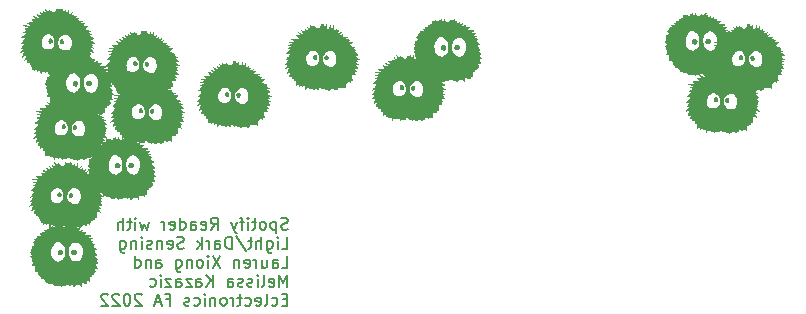
<source format=gbo>
%TF.GenerationSoftware,KiCad,Pcbnew,6.0.7-f9a2dced07~116~ubuntu20.04.1*%
%TF.CreationDate,2022-11-29T22:38:20-05:00*%
%TF.ProjectId,Final_project_no_connector,46696e61-6c5f-4707-926f-6a6563745f6e,rev?*%
%TF.SameCoordinates,Original*%
%TF.FileFunction,Legend,Bot*%
%TF.FilePolarity,Positive*%
%FSLAX46Y46*%
G04 Gerber Fmt 4.6, Leading zero omitted, Abs format (unit mm)*
G04 Created by KiCad (PCBNEW 6.0.7-f9a2dced07~116~ubuntu20.04.1) date 2022-11-29 22:38:20*
%MOMM*%
%LPD*%
G01*
G04 APERTURE LIST*
%ADD10C,0.150000*%
G04 APERTURE END LIST*
D10*
X113656423Y-81588961D02*
X113513566Y-81636580D01*
X113275471Y-81636580D01*
X113180233Y-81588961D01*
X113132614Y-81541342D01*
X113084995Y-81446104D01*
X113084995Y-81350866D01*
X113132614Y-81255628D01*
X113180233Y-81208009D01*
X113275471Y-81160390D01*
X113465947Y-81112771D01*
X113561185Y-81065152D01*
X113608804Y-81017533D01*
X113656423Y-80922295D01*
X113656423Y-80827057D01*
X113608804Y-80731819D01*
X113561185Y-80684200D01*
X113465947Y-80636580D01*
X113227852Y-80636580D01*
X113084995Y-80684200D01*
X112656423Y-80969914D02*
X112656423Y-81969914D01*
X112656423Y-81017533D02*
X112561185Y-80969914D01*
X112370709Y-80969914D01*
X112275471Y-81017533D01*
X112227852Y-81065152D01*
X112180233Y-81160390D01*
X112180233Y-81446104D01*
X112227852Y-81541342D01*
X112275471Y-81588961D01*
X112370709Y-81636580D01*
X112561185Y-81636580D01*
X112656423Y-81588961D01*
X111608804Y-81636580D02*
X111704042Y-81588961D01*
X111751661Y-81541342D01*
X111799280Y-81446104D01*
X111799280Y-81160390D01*
X111751661Y-81065152D01*
X111704042Y-81017533D01*
X111608804Y-80969914D01*
X111465947Y-80969914D01*
X111370709Y-81017533D01*
X111323090Y-81065152D01*
X111275471Y-81160390D01*
X111275471Y-81446104D01*
X111323090Y-81541342D01*
X111370709Y-81588961D01*
X111465947Y-81636580D01*
X111608804Y-81636580D01*
X110989757Y-80969914D02*
X110608804Y-80969914D01*
X110846900Y-80636580D02*
X110846900Y-81493723D01*
X110799280Y-81588961D01*
X110704042Y-81636580D01*
X110608804Y-81636580D01*
X110275471Y-81636580D02*
X110275471Y-80969914D01*
X110275471Y-80636580D02*
X110323090Y-80684200D01*
X110275471Y-80731819D01*
X110227852Y-80684200D01*
X110275471Y-80636580D01*
X110275471Y-80731819D01*
X109942138Y-80969914D02*
X109561185Y-80969914D01*
X109799280Y-81636580D02*
X109799280Y-80779438D01*
X109751661Y-80684200D01*
X109656423Y-80636580D01*
X109561185Y-80636580D01*
X109323090Y-80969914D02*
X109084995Y-81636580D01*
X108846900Y-80969914D02*
X109084995Y-81636580D01*
X109180233Y-81874676D01*
X109227852Y-81922295D01*
X109323090Y-81969914D01*
X107132614Y-81636580D02*
X107465947Y-81160390D01*
X107704042Y-81636580D02*
X107704042Y-80636580D01*
X107323090Y-80636580D01*
X107227852Y-80684200D01*
X107180233Y-80731819D01*
X107132614Y-80827057D01*
X107132614Y-80969914D01*
X107180233Y-81065152D01*
X107227852Y-81112771D01*
X107323090Y-81160390D01*
X107704042Y-81160390D01*
X106323090Y-81588961D02*
X106418328Y-81636580D01*
X106608804Y-81636580D01*
X106704042Y-81588961D01*
X106751661Y-81493723D01*
X106751661Y-81112771D01*
X106704042Y-81017533D01*
X106608804Y-80969914D01*
X106418328Y-80969914D01*
X106323090Y-81017533D01*
X106275471Y-81112771D01*
X106275471Y-81208009D01*
X106751661Y-81303247D01*
X105418328Y-81636580D02*
X105418328Y-81112771D01*
X105465947Y-81017533D01*
X105561185Y-80969914D01*
X105751661Y-80969914D01*
X105846900Y-81017533D01*
X105418328Y-81588961D02*
X105513566Y-81636580D01*
X105751661Y-81636580D01*
X105846900Y-81588961D01*
X105894519Y-81493723D01*
X105894519Y-81398485D01*
X105846900Y-81303247D01*
X105751661Y-81255628D01*
X105513566Y-81255628D01*
X105418328Y-81208009D01*
X104513566Y-81636580D02*
X104513566Y-80636580D01*
X104513566Y-81588961D02*
X104608804Y-81636580D01*
X104799280Y-81636580D01*
X104894519Y-81588961D01*
X104942138Y-81541342D01*
X104989757Y-81446104D01*
X104989757Y-81160390D01*
X104942138Y-81065152D01*
X104894519Y-81017533D01*
X104799280Y-80969914D01*
X104608804Y-80969914D01*
X104513566Y-81017533D01*
X103656423Y-81588961D02*
X103751661Y-81636580D01*
X103942138Y-81636580D01*
X104037376Y-81588961D01*
X104084995Y-81493723D01*
X104084995Y-81112771D01*
X104037376Y-81017533D01*
X103942138Y-80969914D01*
X103751661Y-80969914D01*
X103656423Y-81017533D01*
X103608804Y-81112771D01*
X103608804Y-81208009D01*
X104084995Y-81303247D01*
X103180233Y-81636580D02*
X103180233Y-80969914D01*
X103180233Y-81160390D02*
X103132614Y-81065152D01*
X103084995Y-81017533D01*
X102989757Y-80969914D01*
X102894519Y-80969914D01*
X101894519Y-80969914D02*
X101704042Y-81636580D01*
X101513566Y-81160390D01*
X101323090Y-81636580D01*
X101132614Y-80969914D01*
X100751661Y-81636580D02*
X100751661Y-80969914D01*
X100751661Y-80636580D02*
X100799280Y-80684200D01*
X100751661Y-80731819D01*
X100704042Y-80684200D01*
X100751661Y-80636580D01*
X100751661Y-80731819D01*
X100418328Y-80969914D02*
X100037376Y-80969914D01*
X100275471Y-80636580D02*
X100275471Y-81493723D01*
X100227852Y-81588961D01*
X100132614Y-81636580D01*
X100037376Y-81636580D01*
X99704042Y-81636580D02*
X99704042Y-80636580D01*
X99275471Y-81636580D02*
X99275471Y-81112771D01*
X99323090Y-81017533D01*
X99418328Y-80969914D01*
X99561185Y-80969914D01*
X99656423Y-81017533D01*
X99704042Y-81065152D01*
X113132614Y-83246580D02*
X113608804Y-83246580D01*
X113608804Y-82246580D01*
X112799280Y-83246580D02*
X112799280Y-82579914D01*
X112799280Y-82246580D02*
X112846900Y-82294200D01*
X112799280Y-82341819D01*
X112751661Y-82294200D01*
X112799280Y-82246580D01*
X112799280Y-82341819D01*
X111894519Y-82579914D02*
X111894519Y-83389438D01*
X111942138Y-83484676D01*
X111989757Y-83532295D01*
X112084995Y-83579914D01*
X112227852Y-83579914D01*
X112323090Y-83532295D01*
X111894519Y-83198961D02*
X111989757Y-83246580D01*
X112180233Y-83246580D01*
X112275471Y-83198961D01*
X112323090Y-83151342D01*
X112370709Y-83056104D01*
X112370709Y-82770390D01*
X112323090Y-82675152D01*
X112275471Y-82627533D01*
X112180233Y-82579914D01*
X111989757Y-82579914D01*
X111894519Y-82627533D01*
X111418328Y-83246580D02*
X111418328Y-82246580D01*
X110989757Y-83246580D02*
X110989757Y-82722771D01*
X111037376Y-82627533D01*
X111132614Y-82579914D01*
X111275471Y-82579914D01*
X111370709Y-82627533D01*
X111418328Y-82675152D01*
X110656423Y-82579914D02*
X110275471Y-82579914D01*
X110513566Y-82246580D02*
X110513566Y-83103723D01*
X110465947Y-83198961D01*
X110370709Y-83246580D01*
X110275471Y-83246580D01*
X109227852Y-82198961D02*
X110084995Y-83484676D01*
X108894519Y-83246580D02*
X108894519Y-82246580D01*
X108656423Y-82246580D01*
X108513566Y-82294200D01*
X108418328Y-82389438D01*
X108370709Y-82484676D01*
X108323090Y-82675152D01*
X108323090Y-82818009D01*
X108370709Y-83008485D01*
X108418328Y-83103723D01*
X108513566Y-83198961D01*
X108656423Y-83246580D01*
X108894519Y-83246580D01*
X107465947Y-83246580D02*
X107465947Y-82722771D01*
X107513566Y-82627533D01*
X107608804Y-82579914D01*
X107799280Y-82579914D01*
X107894519Y-82627533D01*
X107465947Y-83198961D02*
X107561185Y-83246580D01*
X107799280Y-83246580D01*
X107894519Y-83198961D01*
X107942138Y-83103723D01*
X107942138Y-83008485D01*
X107894519Y-82913247D01*
X107799280Y-82865628D01*
X107561185Y-82865628D01*
X107465947Y-82818009D01*
X106989757Y-83246580D02*
X106989757Y-82579914D01*
X106989757Y-82770390D02*
X106942138Y-82675152D01*
X106894519Y-82627533D01*
X106799280Y-82579914D01*
X106704042Y-82579914D01*
X106370709Y-83246580D02*
X106370709Y-82246580D01*
X106275471Y-82865628D02*
X105989757Y-83246580D01*
X105989757Y-82579914D02*
X106370709Y-82960866D01*
X104846900Y-83198961D02*
X104704042Y-83246580D01*
X104465947Y-83246580D01*
X104370709Y-83198961D01*
X104323090Y-83151342D01*
X104275471Y-83056104D01*
X104275471Y-82960866D01*
X104323090Y-82865628D01*
X104370709Y-82818009D01*
X104465947Y-82770390D01*
X104656423Y-82722771D01*
X104751661Y-82675152D01*
X104799280Y-82627533D01*
X104846900Y-82532295D01*
X104846900Y-82437057D01*
X104799280Y-82341819D01*
X104751661Y-82294200D01*
X104656423Y-82246580D01*
X104418328Y-82246580D01*
X104275471Y-82294200D01*
X103465947Y-83198961D02*
X103561185Y-83246580D01*
X103751661Y-83246580D01*
X103846900Y-83198961D01*
X103894519Y-83103723D01*
X103894519Y-82722771D01*
X103846900Y-82627533D01*
X103751661Y-82579914D01*
X103561185Y-82579914D01*
X103465947Y-82627533D01*
X103418328Y-82722771D01*
X103418328Y-82818009D01*
X103894519Y-82913247D01*
X102989757Y-82579914D02*
X102989757Y-83246580D01*
X102989757Y-82675152D02*
X102942138Y-82627533D01*
X102846900Y-82579914D01*
X102704042Y-82579914D01*
X102608804Y-82627533D01*
X102561185Y-82722771D01*
X102561185Y-83246580D01*
X102132614Y-83198961D02*
X102037376Y-83246580D01*
X101846900Y-83246580D01*
X101751661Y-83198961D01*
X101704042Y-83103723D01*
X101704042Y-83056104D01*
X101751661Y-82960866D01*
X101846900Y-82913247D01*
X101989757Y-82913247D01*
X102084995Y-82865628D01*
X102132614Y-82770390D01*
X102132614Y-82722771D01*
X102084995Y-82627533D01*
X101989757Y-82579914D01*
X101846900Y-82579914D01*
X101751661Y-82627533D01*
X101275471Y-83246580D02*
X101275471Y-82579914D01*
X101275471Y-82246580D02*
X101323090Y-82294200D01*
X101275471Y-82341819D01*
X101227852Y-82294200D01*
X101275471Y-82246580D01*
X101275471Y-82341819D01*
X100799280Y-82579914D02*
X100799280Y-83246580D01*
X100799280Y-82675152D02*
X100751661Y-82627533D01*
X100656423Y-82579914D01*
X100513566Y-82579914D01*
X100418328Y-82627533D01*
X100370709Y-82722771D01*
X100370709Y-83246580D01*
X99465947Y-82579914D02*
X99465947Y-83389438D01*
X99513566Y-83484676D01*
X99561185Y-83532295D01*
X99656423Y-83579914D01*
X99799280Y-83579914D01*
X99894519Y-83532295D01*
X99465947Y-83198961D02*
X99561185Y-83246580D01*
X99751661Y-83246580D01*
X99846900Y-83198961D01*
X99894519Y-83151342D01*
X99942138Y-83056104D01*
X99942138Y-82770390D01*
X99894519Y-82675152D01*
X99846900Y-82627533D01*
X99751661Y-82579914D01*
X99561185Y-82579914D01*
X99465947Y-82627533D01*
X113132614Y-84856580D02*
X113608804Y-84856580D01*
X113608804Y-83856580D01*
X112370709Y-84856580D02*
X112370709Y-84332771D01*
X112418328Y-84237533D01*
X112513566Y-84189914D01*
X112704042Y-84189914D01*
X112799280Y-84237533D01*
X112370709Y-84808961D02*
X112465947Y-84856580D01*
X112704042Y-84856580D01*
X112799280Y-84808961D01*
X112846900Y-84713723D01*
X112846900Y-84618485D01*
X112799280Y-84523247D01*
X112704042Y-84475628D01*
X112465947Y-84475628D01*
X112370709Y-84428009D01*
X111465947Y-84189914D02*
X111465947Y-84856580D01*
X111894519Y-84189914D02*
X111894519Y-84713723D01*
X111846900Y-84808961D01*
X111751661Y-84856580D01*
X111608804Y-84856580D01*
X111513566Y-84808961D01*
X111465947Y-84761342D01*
X110989757Y-84856580D02*
X110989757Y-84189914D01*
X110989757Y-84380390D02*
X110942138Y-84285152D01*
X110894519Y-84237533D01*
X110799280Y-84189914D01*
X110704042Y-84189914D01*
X109989757Y-84808961D02*
X110084995Y-84856580D01*
X110275471Y-84856580D01*
X110370709Y-84808961D01*
X110418328Y-84713723D01*
X110418328Y-84332771D01*
X110370709Y-84237533D01*
X110275471Y-84189914D01*
X110084995Y-84189914D01*
X109989757Y-84237533D01*
X109942138Y-84332771D01*
X109942138Y-84428009D01*
X110418328Y-84523247D01*
X109513566Y-84189914D02*
X109513566Y-84856580D01*
X109513566Y-84285152D02*
X109465947Y-84237533D01*
X109370709Y-84189914D01*
X109227852Y-84189914D01*
X109132614Y-84237533D01*
X109084995Y-84332771D01*
X109084995Y-84856580D01*
X107942138Y-83856580D02*
X107275471Y-84856580D01*
X107275471Y-83856580D02*
X107942138Y-84856580D01*
X106894519Y-84856580D02*
X106894519Y-84189914D01*
X106894519Y-83856580D02*
X106942138Y-83904200D01*
X106894519Y-83951819D01*
X106846900Y-83904200D01*
X106894519Y-83856580D01*
X106894519Y-83951819D01*
X106275471Y-84856580D02*
X106370709Y-84808961D01*
X106418328Y-84761342D01*
X106465947Y-84666104D01*
X106465947Y-84380390D01*
X106418328Y-84285152D01*
X106370709Y-84237533D01*
X106275471Y-84189914D01*
X106132614Y-84189914D01*
X106037376Y-84237533D01*
X105989757Y-84285152D01*
X105942138Y-84380390D01*
X105942138Y-84666104D01*
X105989757Y-84761342D01*
X106037376Y-84808961D01*
X106132614Y-84856580D01*
X106275471Y-84856580D01*
X105513566Y-84189914D02*
X105513566Y-84856580D01*
X105513566Y-84285152D02*
X105465947Y-84237533D01*
X105370709Y-84189914D01*
X105227852Y-84189914D01*
X105132614Y-84237533D01*
X105084995Y-84332771D01*
X105084995Y-84856580D01*
X104180233Y-84189914D02*
X104180233Y-84999438D01*
X104227852Y-85094676D01*
X104275471Y-85142295D01*
X104370709Y-85189914D01*
X104513566Y-85189914D01*
X104608804Y-85142295D01*
X104180233Y-84808961D02*
X104275471Y-84856580D01*
X104465947Y-84856580D01*
X104561185Y-84808961D01*
X104608804Y-84761342D01*
X104656423Y-84666104D01*
X104656423Y-84380390D01*
X104608804Y-84285152D01*
X104561185Y-84237533D01*
X104465947Y-84189914D01*
X104275471Y-84189914D01*
X104180233Y-84237533D01*
X102513566Y-84856580D02*
X102513566Y-84332771D01*
X102561185Y-84237533D01*
X102656423Y-84189914D01*
X102846900Y-84189914D01*
X102942138Y-84237533D01*
X102513566Y-84808961D02*
X102608804Y-84856580D01*
X102846900Y-84856580D01*
X102942138Y-84808961D01*
X102989757Y-84713723D01*
X102989757Y-84618485D01*
X102942138Y-84523247D01*
X102846900Y-84475628D01*
X102608804Y-84475628D01*
X102513566Y-84428009D01*
X102037376Y-84189914D02*
X102037376Y-84856580D01*
X102037376Y-84285152D02*
X101989757Y-84237533D01*
X101894519Y-84189914D01*
X101751661Y-84189914D01*
X101656423Y-84237533D01*
X101608804Y-84332771D01*
X101608804Y-84856580D01*
X100704042Y-84856580D02*
X100704042Y-83856580D01*
X100704042Y-84808961D02*
X100799280Y-84856580D01*
X100989757Y-84856580D01*
X101084995Y-84808961D01*
X101132614Y-84761342D01*
X101180233Y-84666104D01*
X101180233Y-84380390D01*
X101132614Y-84285152D01*
X101084995Y-84237533D01*
X100989757Y-84189914D01*
X100799280Y-84189914D01*
X100704042Y-84237533D01*
X113608804Y-86466580D02*
X113608804Y-85466580D01*
X113275471Y-86180866D01*
X112942138Y-85466580D01*
X112942138Y-86466580D01*
X112084995Y-86418961D02*
X112180233Y-86466580D01*
X112370709Y-86466580D01*
X112465947Y-86418961D01*
X112513566Y-86323723D01*
X112513566Y-85942771D01*
X112465947Y-85847533D01*
X112370709Y-85799914D01*
X112180233Y-85799914D01*
X112084995Y-85847533D01*
X112037376Y-85942771D01*
X112037376Y-86038009D01*
X112513566Y-86133247D01*
X111465947Y-86466580D02*
X111561185Y-86418961D01*
X111608804Y-86323723D01*
X111608804Y-85466580D01*
X111084995Y-86466580D02*
X111084995Y-85799914D01*
X111084995Y-85466580D02*
X111132614Y-85514200D01*
X111084995Y-85561819D01*
X111037376Y-85514200D01*
X111084995Y-85466580D01*
X111084995Y-85561819D01*
X110656423Y-86418961D02*
X110561185Y-86466580D01*
X110370709Y-86466580D01*
X110275471Y-86418961D01*
X110227852Y-86323723D01*
X110227852Y-86276104D01*
X110275471Y-86180866D01*
X110370709Y-86133247D01*
X110513566Y-86133247D01*
X110608804Y-86085628D01*
X110656423Y-85990390D01*
X110656423Y-85942771D01*
X110608804Y-85847533D01*
X110513566Y-85799914D01*
X110370709Y-85799914D01*
X110275471Y-85847533D01*
X109846900Y-86418961D02*
X109751661Y-86466580D01*
X109561185Y-86466580D01*
X109465947Y-86418961D01*
X109418328Y-86323723D01*
X109418328Y-86276104D01*
X109465947Y-86180866D01*
X109561185Y-86133247D01*
X109704042Y-86133247D01*
X109799280Y-86085628D01*
X109846900Y-85990390D01*
X109846900Y-85942771D01*
X109799280Y-85847533D01*
X109704042Y-85799914D01*
X109561185Y-85799914D01*
X109465947Y-85847533D01*
X108561185Y-86466580D02*
X108561185Y-85942771D01*
X108608804Y-85847533D01*
X108704042Y-85799914D01*
X108894519Y-85799914D01*
X108989757Y-85847533D01*
X108561185Y-86418961D02*
X108656423Y-86466580D01*
X108894519Y-86466580D01*
X108989757Y-86418961D01*
X109037376Y-86323723D01*
X109037376Y-86228485D01*
X108989757Y-86133247D01*
X108894519Y-86085628D01*
X108656423Y-86085628D01*
X108561185Y-86038009D01*
X107323090Y-86466580D02*
X107323090Y-85466580D01*
X106751661Y-86466580D02*
X107180233Y-85895152D01*
X106751661Y-85466580D02*
X107323090Y-86038009D01*
X105894519Y-86466580D02*
X105894519Y-85942771D01*
X105942138Y-85847533D01*
X106037376Y-85799914D01*
X106227852Y-85799914D01*
X106323090Y-85847533D01*
X105894519Y-86418961D02*
X105989757Y-86466580D01*
X106227852Y-86466580D01*
X106323090Y-86418961D01*
X106370709Y-86323723D01*
X106370709Y-86228485D01*
X106323090Y-86133247D01*
X106227852Y-86085628D01*
X105989757Y-86085628D01*
X105894519Y-86038009D01*
X105513566Y-85799914D02*
X104989757Y-85799914D01*
X105513566Y-86466580D01*
X104989757Y-86466580D01*
X104180233Y-86466580D02*
X104180233Y-85942771D01*
X104227852Y-85847533D01*
X104323090Y-85799914D01*
X104513566Y-85799914D01*
X104608804Y-85847533D01*
X104180233Y-86418961D02*
X104275471Y-86466580D01*
X104513566Y-86466580D01*
X104608804Y-86418961D01*
X104656423Y-86323723D01*
X104656423Y-86228485D01*
X104608804Y-86133247D01*
X104513566Y-86085628D01*
X104275471Y-86085628D01*
X104180233Y-86038009D01*
X103799280Y-85799914D02*
X103275471Y-85799914D01*
X103799280Y-86466580D01*
X103275471Y-86466580D01*
X102894519Y-86466580D02*
X102894519Y-85799914D01*
X102894519Y-85466580D02*
X102942138Y-85514200D01*
X102894519Y-85561819D01*
X102846900Y-85514200D01*
X102894519Y-85466580D01*
X102894519Y-85561819D01*
X101989757Y-86418961D02*
X102084995Y-86466580D01*
X102275471Y-86466580D01*
X102370709Y-86418961D01*
X102418328Y-86371342D01*
X102465947Y-86276104D01*
X102465947Y-85990390D01*
X102418328Y-85895152D01*
X102370709Y-85847533D01*
X102275471Y-85799914D01*
X102084995Y-85799914D01*
X101989757Y-85847533D01*
X113608804Y-87552771D02*
X113275471Y-87552771D01*
X113132614Y-88076580D02*
X113608804Y-88076580D01*
X113608804Y-87076580D01*
X113132614Y-87076580D01*
X112275471Y-88028961D02*
X112370709Y-88076580D01*
X112561185Y-88076580D01*
X112656423Y-88028961D01*
X112704042Y-87981342D01*
X112751661Y-87886104D01*
X112751661Y-87600390D01*
X112704042Y-87505152D01*
X112656423Y-87457533D01*
X112561185Y-87409914D01*
X112370709Y-87409914D01*
X112275471Y-87457533D01*
X111704042Y-88076580D02*
X111799280Y-88028961D01*
X111846900Y-87933723D01*
X111846900Y-87076580D01*
X110942138Y-88028961D02*
X111037376Y-88076580D01*
X111227852Y-88076580D01*
X111323090Y-88028961D01*
X111370709Y-87933723D01*
X111370709Y-87552771D01*
X111323090Y-87457533D01*
X111227852Y-87409914D01*
X111037376Y-87409914D01*
X110942138Y-87457533D01*
X110894519Y-87552771D01*
X110894519Y-87648009D01*
X111370709Y-87743247D01*
X110037376Y-88028961D02*
X110132614Y-88076580D01*
X110323090Y-88076580D01*
X110418328Y-88028961D01*
X110465947Y-87981342D01*
X110513566Y-87886104D01*
X110513566Y-87600390D01*
X110465947Y-87505152D01*
X110418328Y-87457533D01*
X110323090Y-87409914D01*
X110132614Y-87409914D01*
X110037376Y-87457533D01*
X109751661Y-87409914D02*
X109370709Y-87409914D01*
X109608804Y-87076580D02*
X109608804Y-87933723D01*
X109561185Y-88028961D01*
X109465947Y-88076580D01*
X109370709Y-88076580D01*
X109037376Y-88076580D02*
X109037376Y-87409914D01*
X109037376Y-87600390D02*
X108989757Y-87505152D01*
X108942138Y-87457533D01*
X108846900Y-87409914D01*
X108751661Y-87409914D01*
X108275471Y-88076580D02*
X108370709Y-88028961D01*
X108418328Y-87981342D01*
X108465947Y-87886104D01*
X108465947Y-87600390D01*
X108418328Y-87505152D01*
X108370709Y-87457533D01*
X108275471Y-87409914D01*
X108132614Y-87409914D01*
X108037376Y-87457533D01*
X107989757Y-87505152D01*
X107942138Y-87600390D01*
X107942138Y-87886104D01*
X107989757Y-87981342D01*
X108037376Y-88028961D01*
X108132614Y-88076580D01*
X108275471Y-88076580D01*
X107513566Y-87409914D02*
X107513566Y-88076580D01*
X107513566Y-87505152D02*
X107465947Y-87457533D01*
X107370709Y-87409914D01*
X107227852Y-87409914D01*
X107132614Y-87457533D01*
X107084995Y-87552771D01*
X107084995Y-88076580D01*
X106608804Y-88076580D02*
X106608804Y-87409914D01*
X106608804Y-87076580D02*
X106656423Y-87124200D01*
X106608804Y-87171819D01*
X106561185Y-87124200D01*
X106608804Y-87076580D01*
X106608804Y-87171819D01*
X105704042Y-88028961D02*
X105799280Y-88076580D01*
X105989757Y-88076580D01*
X106084995Y-88028961D01*
X106132614Y-87981342D01*
X106180233Y-87886104D01*
X106180233Y-87600390D01*
X106132614Y-87505152D01*
X106084995Y-87457533D01*
X105989757Y-87409914D01*
X105799280Y-87409914D01*
X105704042Y-87457533D01*
X105323090Y-88028961D02*
X105227852Y-88076580D01*
X105037376Y-88076580D01*
X104942138Y-88028961D01*
X104894519Y-87933723D01*
X104894519Y-87886104D01*
X104942138Y-87790866D01*
X105037376Y-87743247D01*
X105180233Y-87743247D01*
X105275471Y-87695628D01*
X105323090Y-87600390D01*
X105323090Y-87552771D01*
X105275471Y-87457533D01*
X105180233Y-87409914D01*
X105037376Y-87409914D01*
X104942138Y-87457533D01*
X103370709Y-87552771D02*
X103704042Y-87552771D01*
X103704042Y-88076580D02*
X103704042Y-87076580D01*
X103227852Y-87076580D01*
X102894519Y-87790866D02*
X102418328Y-87790866D01*
X102989757Y-88076580D02*
X102656423Y-87076580D01*
X102323090Y-88076580D01*
X101275471Y-87171819D02*
X101227852Y-87124200D01*
X101132614Y-87076580D01*
X100894519Y-87076580D01*
X100799280Y-87124200D01*
X100751661Y-87171819D01*
X100704042Y-87267057D01*
X100704042Y-87362295D01*
X100751661Y-87505152D01*
X101323090Y-88076580D01*
X100704042Y-88076580D01*
X100084995Y-87076580D02*
X99989757Y-87076580D01*
X99894519Y-87124200D01*
X99846900Y-87171819D01*
X99799280Y-87267057D01*
X99751661Y-87457533D01*
X99751661Y-87695628D01*
X99799280Y-87886104D01*
X99846900Y-87981342D01*
X99894519Y-88028961D01*
X99989757Y-88076580D01*
X100084995Y-88076580D01*
X100180233Y-88028961D01*
X100227852Y-87981342D01*
X100275471Y-87886104D01*
X100323090Y-87695628D01*
X100323090Y-87457533D01*
X100275471Y-87267057D01*
X100227852Y-87171819D01*
X100180233Y-87124200D01*
X100084995Y-87076580D01*
X99370709Y-87171819D02*
X99323090Y-87124200D01*
X99227852Y-87076580D01*
X98989757Y-87076580D01*
X98894519Y-87124200D01*
X98846900Y-87171819D01*
X98799280Y-87267057D01*
X98799280Y-87362295D01*
X98846900Y-87505152D01*
X99418328Y-88076580D01*
X98799280Y-88076580D01*
X98418328Y-87171819D02*
X98370709Y-87124200D01*
X98275471Y-87076580D01*
X98037376Y-87076580D01*
X97942138Y-87124200D01*
X97894519Y-87171819D01*
X97846900Y-87267057D01*
X97846900Y-87362295D01*
X97894519Y-87505152D01*
X98465947Y-88076580D01*
X97846900Y-88076580D01*
%TO.C,G\u002A\u002A\u002A*%
G36*
X129877904Y-66297526D02*
G01*
X129958071Y-66384511D01*
X129959393Y-66385847D01*
X129983360Y-66431318D01*
X129955055Y-66464146D01*
X129875319Y-66483325D01*
X129797526Y-66492217D01*
X129922910Y-66653340D01*
X129967840Y-66712589D01*
X130023650Y-66796728D01*
X130043452Y-66850196D01*
X130028565Y-66878348D01*
X129980307Y-66886542D01*
X129936723Y-66891916D01*
X129916365Y-66917056D01*
X129935272Y-66967816D01*
X129993905Y-67049711D01*
X130001771Y-67059705D01*
X130056212Y-67136585D01*
X130071102Y-67181199D01*
X130045961Y-67198644D01*
X129980307Y-67194015D01*
X129922276Y-67190618D01*
X129890875Y-67208466D01*
X129888137Y-67254236D01*
X129913750Y-67334216D01*
X129967403Y-67454697D01*
X129970869Y-67462058D01*
X130008803Y-67548088D01*
X130032558Y-67612217D01*
X130037119Y-67641044D01*
X130023939Y-67641317D01*
X129973326Y-67624607D01*
X129900665Y-67591666D01*
X129854417Y-67570399D01*
X129791248Y-67548504D01*
X129758956Y-67547543D01*
X129757227Y-67571837D01*
X129771318Y-67634220D01*
X129799557Y-67717857D01*
X129826189Y-67788659D01*
X129849555Y-67861438D01*
X129851670Y-67900761D01*
X129832063Y-67916855D01*
X129790265Y-67919947D01*
X129747216Y-67926737D01*
X129721373Y-67958256D01*
X129705108Y-68029329D01*
X129695003Y-68082085D01*
X129671248Y-68141038D01*
X129635195Y-68153746D01*
X129579979Y-68125484D01*
X129536153Y-68097474D01*
X129498249Y-68089387D01*
X129481176Y-68123387D01*
X129477202Y-68205493D01*
X129476943Y-68238500D01*
X129471046Y-68297865D01*
X129451169Y-68322797D01*
X129409215Y-68327870D01*
X129385336Y-68328619D01*
X129360310Y-68337939D01*
X129347163Y-68367276D01*
X129342075Y-68428088D01*
X129341228Y-68531831D01*
X129339953Y-68603125D01*
X129330053Y-68693538D01*
X129308293Y-68734822D01*
X129272233Y-68729987D01*
X129219432Y-68682044D01*
X129196118Y-68659197D01*
X129155378Y-68643212D01*
X129131474Y-68678132D01*
X129123669Y-68764592D01*
X129121151Y-68814788D01*
X129104474Y-68863289D01*
X129072592Y-68859684D01*
X129025986Y-68803780D01*
X129019833Y-68794630D01*
X128975116Y-68745308D01*
X128944596Y-68743015D01*
X128933305Y-68788577D01*
X128932102Y-68809455D01*
X128910012Y-68853631D01*
X128863574Y-68851908D01*
X128797331Y-68803780D01*
X128767097Y-68777408D01*
X128709280Y-68748991D01*
X128673515Y-68769758D01*
X128661057Y-68839378D01*
X128661003Y-68844329D01*
X128655520Y-68924793D01*
X128643902Y-69014540D01*
X128630016Y-69075622D01*
X128606228Y-69110854D01*
X128574713Y-69092719D01*
X128533503Y-69021339D01*
X128521035Y-68996343D01*
X128481092Y-68941014D01*
X128437465Y-68932962D01*
X128377412Y-68967814D01*
X128364925Y-68975584D01*
X128294905Y-68998516D01*
X128208986Y-69007741D01*
X128166247Y-69009194D01*
X128096069Y-69026318D01*
X128049447Y-69068930D01*
X128005544Y-69130118D01*
X127918729Y-69028136D01*
X127888121Y-68993561D01*
X127839786Y-68945156D01*
X127812167Y-68926155D01*
X127807476Y-68927909D01*
X127779538Y-68960191D01*
X127744118Y-69020308D01*
X127716663Y-69067036D01*
X127682034Y-69092874D01*
X127643746Y-69071230D01*
X127592703Y-69000942D01*
X127590659Y-68997777D01*
X127548159Y-68947094D01*
X127511747Y-68926178D01*
X127511635Y-68926179D01*
X127471324Y-68937333D01*
X127398122Y-68966320D01*
X127307797Y-69006899D01*
X127238452Y-69038507D01*
X127165548Y-69064956D01*
X127114461Y-69070036D01*
X127069952Y-69056953D01*
X127054980Y-69050520D01*
X126999971Y-69042666D01*
X126947906Y-69075886D01*
X126907674Y-69107401D01*
X126876301Y-69105195D01*
X126830465Y-69066604D01*
X126825135Y-69061737D01*
X126743642Y-69017066D01*
X126641840Y-69013977D01*
X126511941Y-69052115D01*
X126466544Y-69069783D01*
X126414413Y-69082244D01*
X126375921Y-69068938D01*
X126327825Y-69026651D01*
X126291140Y-68994770D01*
X126158038Y-68922604D01*
X126001289Y-68898545D01*
X125988221Y-68898416D01*
X125903807Y-68889193D01*
X125850067Y-68857599D01*
X125806635Y-68792541D01*
X125772036Y-68726913D01*
X125722839Y-68792135D01*
X125701422Y-68818183D01*
X125671863Y-68837151D01*
X125644699Y-68820669D01*
X125613724Y-68763248D01*
X125572732Y-68659402D01*
X125556110Y-68617519D01*
X125508639Y-68529777D01*
X125463292Y-68495395D01*
X125418614Y-68475249D01*
X125365448Y-68427407D01*
X125352858Y-68412112D01*
X125317388Y-68386252D01*
X125285223Y-68402656D01*
X125233784Y-68434591D01*
X125194436Y-68415011D01*
X125168934Y-68343186D01*
X125159512Y-68303351D01*
X125131380Y-68258035D01*
X125077524Y-68241205D01*
X125067706Y-68239976D01*
X125031577Y-68229754D01*
X125009234Y-68203151D01*
X124994261Y-68147589D01*
X124980242Y-68050489D01*
X124956837Y-67868291D01*
X124830671Y-67860125D01*
X124704504Y-67851960D01*
X124704504Y-67724242D01*
X124703106Y-67685853D01*
X124691502Y-67609214D01*
X124671984Y-67563906D01*
X124654050Y-67523519D01*
X124654987Y-67453668D01*
X124661636Y-67411377D01*
X124651998Y-67386605D01*
X124612604Y-67377402D01*
X124531137Y-67376050D01*
X124479068Y-67374739D01*
X124416268Y-67368209D01*
X124391763Y-67358043D01*
X124396425Y-67343652D01*
X124421838Y-67291972D01*
X124461976Y-67220228D01*
X124493754Y-67164219D01*
X124515264Y-67110812D01*
X124512807Y-67066518D01*
X124489171Y-67009767D01*
X124488163Y-67007619D01*
X124458458Y-66918230D01*
X124446153Y-66830184D01*
X124445097Y-66809225D01*
X124421596Y-66727654D01*
X124375904Y-66666117D01*
X124319561Y-66641788D01*
X124304509Y-66640192D01*
X124284499Y-66615161D01*
X124305888Y-66563370D01*
X124367217Y-66489484D01*
X124451449Y-66402578D01*
X124367217Y-66340303D01*
X124328991Y-66310712D01*
X124290882Y-66266407D01*
X124295002Y-66221773D01*
X124333281Y-66165878D01*
X126064832Y-66165878D01*
X126064882Y-66182334D01*
X126067997Y-66317132D01*
X126077664Y-66415983D01*
X126096415Y-66495502D01*
X126126782Y-66572304D01*
X126211081Y-66729154D01*
X126314194Y-66856846D01*
X126431870Y-66941183D01*
X126518362Y-66976521D01*
X126670270Y-66997695D01*
X126816718Y-66968321D01*
X126952474Y-66890808D01*
X127072306Y-66767563D01*
X127170980Y-66600996D01*
X127189317Y-66558688D01*
X127211951Y-66489315D01*
X127225437Y-66410753D01*
X127231940Y-66307956D01*
X127232569Y-66254930D01*
X127554507Y-66254930D01*
X127555874Y-66271115D01*
X127590563Y-66455907D01*
X127655681Y-66631319D01*
X127744447Y-66782661D01*
X127850082Y-66895245D01*
X127853088Y-66897607D01*
X127927334Y-66945613D01*
X128009238Y-66972605D01*
X128122031Y-66986366D01*
X128176236Y-66989573D01*
X128263362Y-66987718D01*
X128330082Y-66970446D01*
X128399024Y-66933432D01*
X128462094Y-66887357D01*
X128578963Y-66756379D01*
X128667395Y-66588785D01*
X128723388Y-66393353D01*
X128742941Y-66178862D01*
X128742558Y-66146595D01*
X128715840Y-65921760D01*
X128648172Y-65727433D01*
X128541141Y-65566978D01*
X128396333Y-65443761D01*
X128266406Y-65383771D01*
X128124473Y-65365507D01*
X127988139Y-65392755D01*
X127862168Y-65460925D01*
X127751325Y-65565426D01*
X127660374Y-65701667D01*
X127594077Y-65865058D01*
X127557201Y-66051010D01*
X127555683Y-66165878D01*
X127554507Y-66254930D01*
X127232569Y-66254930D01*
X127233626Y-66165878D01*
X127233572Y-66122191D01*
X127231793Y-66000578D01*
X127225513Y-65914383D01*
X127212059Y-65848884D01*
X127188764Y-65789361D01*
X127152956Y-65721091D01*
X127077116Y-65605801D01*
X126935876Y-65466960D01*
X126763958Y-65372973D01*
X126651947Y-65347848D01*
X126517406Y-65365210D01*
X126388469Y-65434444D01*
X126267531Y-65554169D01*
X126156985Y-65723004D01*
X126151841Y-65732514D01*
X126110882Y-65812334D01*
X126085235Y-65878596D01*
X126071368Y-65948286D01*
X126065744Y-66038385D01*
X126064832Y-66165878D01*
X124333281Y-66165878D01*
X124338433Y-66158355D01*
X124375673Y-66091724D01*
X124376664Y-66009466D01*
X124372768Y-65948142D01*
X124407014Y-65878506D01*
X124429455Y-65851852D01*
X124439290Y-65817682D01*
X124410888Y-65777660D01*
X124393379Y-65755913D01*
X124389259Y-65729666D01*
X124417588Y-65699830D01*
X124485610Y-65654461D01*
X124560844Y-65605290D01*
X124621706Y-65556244D01*
X124641032Y-65517426D01*
X124622284Y-65479658D01*
X124568929Y-65433765D01*
X124543114Y-65413153D01*
X124493181Y-65366301D01*
X124473348Y-65336143D01*
X124476615Y-65329159D01*
X124514807Y-65304340D01*
X124582128Y-65278832D01*
X124604090Y-65271583D01*
X124670079Y-65235940D01*
X124691449Y-65196450D01*
X124663712Y-65159668D01*
X124655116Y-65153788D01*
X124638331Y-65120160D01*
X124672448Y-65081940D01*
X124758894Y-65037292D01*
X124795969Y-65020494D01*
X124863211Y-64979350D01*
X124877804Y-64945765D01*
X124840479Y-64918678D01*
X124812889Y-64904665D01*
X124802438Y-64878272D01*
X124841337Y-64853699D01*
X124926377Y-64834105D01*
X124959533Y-64828658D01*
X125051512Y-64809422D01*
X125120330Y-64789533D01*
X125156139Y-64774303D01*
X125170789Y-64752411D01*
X125143211Y-64714919D01*
X125119834Y-64686600D01*
X125098152Y-64637164D01*
X125124040Y-64614013D01*
X125196959Y-64618118D01*
X125295088Y-64636527D01*
X125276383Y-64551363D01*
X125273028Y-64536223D01*
X125264899Y-64489442D01*
X125275627Y-64471631D01*
X125316161Y-64478763D01*
X125397450Y-64506807D01*
X125473180Y-64529492D01*
X125528848Y-64531182D01*
X125543530Y-64501513D01*
X125520250Y-64438812D01*
X125510355Y-64419130D01*
X125482666Y-64346155D01*
X125490441Y-64311748D01*
X125533948Y-64313456D01*
X125605150Y-64335516D01*
X125665466Y-64351628D01*
X125691541Y-64348666D01*
X125693938Y-64323874D01*
X125683224Y-64274493D01*
X125663269Y-64183636D01*
X125733626Y-64229736D01*
X125762114Y-64247693D01*
X125813941Y-64270490D01*
X125843633Y-64257388D01*
X125857109Y-64202283D01*
X125860286Y-64099069D01*
X125862590Y-64012021D01*
X125868946Y-63947111D01*
X125877935Y-63922302D01*
X125889945Y-63928367D01*
X125932369Y-63963522D01*
X125990058Y-64019579D01*
X126051308Y-64075397D01*
X126096217Y-64092050D01*
X126122853Y-64059720D01*
X126137094Y-63976692D01*
X126145832Y-63881510D01*
X126238999Y-64010045D01*
X126251447Y-64026768D01*
X126315626Y-64095167D01*
X126363650Y-64113220D01*
X126393756Y-64081047D01*
X126404183Y-63998769D01*
X126411692Y-63932297D01*
X126434698Y-63861710D01*
X126439012Y-63853719D01*
X126459204Y-63825495D01*
X126476671Y-63837120D01*
X126502749Y-63893969D01*
X126524099Y-63939147D01*
X126549689Y-63963972D01*
X126579961Y-63950317D01*
X126602178Y-63926649D01*
X126636119Y-63865457D01*
X126643781Y-63844808D01*
X126669603Y-63815960D01*
X126696416Y-63839328D01*
X126721547Y-63913413D01*
X126740624Y-63974106D01*
X126770146Y-64017428D01*
X126798586Y-64012667D01*
X126820403Y-63957358D01*
X126839083Y-63896857D01*
X126872847Y-63831723D01*
X126894932Y-63808799D01*
X126915917Y-63813241D01*
X126943764Y-63852460D01*
X126986557Y-63933704D01*
X127025494Y-64004657D01*
X127064453Y-64063053D01*
X127089363Y-64085471D01*
X127091320Y-64085229D01*
X127128446Y-64066159D01*
X127193743Y-64022628D01*
X127274419Y-63963095D01*
X127285628Y-63954499D01*
X127363019Y-63896850D01*
X127421487Y-63856142D01*
X127449120Y-63840718D01*
X127449291Y-63840723D01*
X127460238Y-63864979D01*
X127464783Y-63922302D01*
X127464784Y-63923252D01*
X127471260Y-63980234D01*
X127486549Y-64003887D01*
X127489268Y-64003281D01*
X127524718Y-63980610D01*
X127586577Y-63931759D01*
X127663330Y-63865725D01*
X127744521Y-63798126D01*
X127805169Y-63762683D01*
X127835993Y-63770930D01*
X127839537Y-63823792D01*
X127818344Y-63922197D01*
X127810738Y-63953099D01*
X127800093Y-64018779D01*
X127803215Y-64052240D01*
X127809475Y-64053713D01*
X127846399Y-64034928D01*
X127899901Y-63990289D01*
X127949232Y-63948223D01*
X127990742Y-63931375D01*
X128002793Y-63960014D01*
X127984629Y-64033752D01*
X127968737Y-64082542D01*
X127956756Y-64146096D01*
X127973337Y-64166751D01*
X128021636Y-64145846D01*
X128104809Y-64084719D01*
X128173571Y-64038516D01*
X128223809Y-64026426D01*
X128242403Y-64055777D01*
X128226489Y-64125607D01*
X128209503Y-64182705D01*
X128209240Y-64213512D01*
X128226696Y-64212945D01*
X128282291Y-64196103D01*
X128360400Y-64165243D01*
X128419326Y-64141779D01*
X128483631Y-64121735D01*
X128514510Y-64119923D01*
X128516221Y-64130021D01*
X128502919Y-64177584D01*
X128471861Y-64246938D01*
X128455246Y-64281909D01*
X128431692Y-64346468D01*
X128428901Y-64382513D01*
X128450873Y-64387037D01*
X128511192Y-64376291D01*
X128593603Y-64350357D01*
X128605863Y-64345881D01*
X128700965Y-64316007D01*
X128751567Y-64312625D01*
X128760881Y-64336627D01*
X128732118Y-64388907D01*
X128697366Y-64445651D01*
X128692332Y-64485893D01*
X128731205Y-64499427D01*
X128817727Y-64490704D01*
X128848727Y-64485684D01*
X128948290Y-64472070D01*
X129007051Y-64470936D01*
X129034990Y-64483117D01*
X129042085Y-64509446D01*
X129040715Y-64518535D01*
X129012888Y-64568152D01*
X128960500Y-64624281D01*
X128924988Y-64656787D01*
X128885474Y-64703714D01*
X128884333Y-64735091D01*
X128925537Y-64753859D01*
X129013057Y-64762962D01*
X129150864Y-64765343D01*
X129229901Y-64766369D01*
X129329401Y-64771200D01*
X129397541Y-64779088D01*
X129422813Y-64789032D01*
X129420002Y-64796672D01*
X129386753Y-64832215D01*
X129328057Y-64877416D01*
X129266603Y-64922130D01*
X129224592Y-64965572D01*
X129231337Y-64992511D01*
X129288584Y-65006251D01*
X129398076Y-65010097D01*
X129469548Y-65011630D01*
X129546335Y-65021290D01*
X129569965Y-65040332D01*
X129540797Y-65069335D01*
X129459189Y-65108876D01*
X129400249Y-65140353D01*
X129385785Y-65170303D01*
X129425186Y-65195272D01*
X129518629Y-65215575D01*
X129579415Y-65227412D01*
X129630952Y-65250551D01*
X129628566Y-65279400D01*
X129572384Y-65314188D01*
X129523792Y-65341817D01*
X129510600Y-65371625D01*
X129544098Y-65405931D01*
X129626774Y-65450987D01*
X129694041Y-65487206D01*
X129739905Y-65527791D01*
X129737647Y-65565058D01*
X129689790Y-65605177D01*
X129688257Y-65606136D01*
X129662415Y-65625278D01*
X129656136Y-65646072D01*
X129674489Y-65677363D01*
X129722544Y-65727994D01*
X129805369Y-65806810D01*
X129980307Y-65971371D01*
X129863141Y-65995753D01*
X129832303Y-66003403D01*
X129764871Y-66030171D01*
X129730939Y-66059318D01*
X129731224Y-66075908D01*
X129756569Y-66131897D01*
X129787737Y-66178862D01*
X129808100Y-66209546D01*
X129877904Y-66297526D01*
G37*
G36*
X126895119Y-65993510D02*
G01*
X126956934Y-66017443D01*
X127013650Y-66072783D01*
X127037276Y-66103731D01*
X127080530Y-66205474D01*
X127069612Y-66304421D01*
X127004562Y-66399126D01*
X126933058Y-66454350D01*
X126839301Y-66478619D01*
X126763667Y-66461474D01*
X126680456Y-66406366D01*
X126618736Y-66328272D01*
X126594649Y-66242756D01*
X126594840Y-66236124D01*
X126612058Y-66157964D01*
X126648639Y-66077495D01*
X126653303Y-66069925D01*
X126694135Y-66017252D01*
X126742997Y-65994203D01*
X126822886Y-65989112D01*
X126895119Y-65993510D01*
G37*
G36*
X128051592Y-65996298D02*
G01*
X128142360Y-66040593D01*
X128201859Y-66115003D01*
X128225489Y-66207548D01*
X128208652Y-66306249D01*
X128146746Y-66399126D01*
X128134504Y-66410800D01*
X128038097Y-66468298D01*
X127937369Y-66473092D01*
X127838637Y-66424660D01*
X127780451Y-66360290D01*
X127747807Y-66256897D01*
X127764899Y-66135736D01*
X127809101Y-66050991D01*
X127880706Y-66003430D01*
X127989324Y-65989112D01*
X128051592Y-65996298D01*
G37*
G36*
X102285649Y-76283676D02*
G01*
X102365816Y-76370661D01*
X102367138Y-76371997D01*
X102391105Y-76417468D01*
X102362800Y-76450296D01*
X102283064Y-76469475D01*
X102205271Y-76478367D01*
X102330655Y-76639490D01*
X102375585Y-76698739D01*
X102431395Y-76782878D01*
X102451197Y-76836346D01*
X102436310Y-76864498D01*
X102388052Y-76872692D01*
X102344468Y-76878066D01*
X102324110Y-76903206D01*
X102343017Y-76953966D01*
X102401650Y-77035861D01*
X102409516Y-77045855D01*
X102463957Y-77122735D01*
X102478847Y-77167349D01*
X102453706Y-77184794D01*
X102388052Y-77180165D01*
X102330021Y-77176768D01*
X102298620Y-77194616D01*
X102295882Y-77240386D01*
X102321495Y-77320366D01*
X102375148Y-77440847D01*
X102378614Y-77448208D01*
X102416548Y-77534238D01*
X102440303Y-77598367D01*
X102444864Y-77627194D01*
X102431684Y-77627467D01*
X102381071Y-77610757D01*
X102308410Y-77577816D01*
X102262162Y-77556549D01*
X102198993Y-77534654D01*
X102166701Y-77533693D01*
X102164972Y-77557987D01*
X102179063Y-77620370D01*
X102207302Y-77704007D01*
X102233934Y-77774809D01*
X102257300Y-77847588D01*
X102259415Y-77886911D01*
X102239808Y-77903005D01*
X102198010Y-77906097D01*
X102154961Y-77912887D01*
X102129118Y-77944406D01*
X102112853Y-78015479D01*
X102102748Y-78068235D01*
X102078993Y-78127188D01*
X102042940Y-78139896D01*
X101987724Y-78111634D01*
X101943898Y-78083624D01*
X101905994Y-78075537D01*
X101888921Y-78109537D01*
X101884947Y-78191643D01*
X101884688Y-78224650D01*
X101878791Y-78284015D01*
X101858914Y-78308947D01*
X101816960Y-78314020D01*
X101793081Y-78314769D01*
X101768055Y-78324089D01*
X101754908Y-78353426D01*
X101749820Y-78414238D01*
X101748973Y-78517981D01*
X101747698Y-78589275D01*
X101737798Y-78679688D01*
X101716038Y-78720972D01*
X101679978Y-78716137D01*
X101627177Y-78668194D01*
X101603863Y-78645347D01*
X101563123Y-78629362D01*
X101539219Y-78664282D01*
X101531414Y-78750742D01*
X101528896Y-78800938D01*
X101512219Y-78849439D01*
X101480337Y-78845834D01*
X101433731Y-78789930D01*
X101427578Y-78780780D01*
X101382861Y-78731458D01*
X101352341Y-78729165D01*
X101341050Y-78774727D01*
X101339847Y-78795605D01*
X101317757Y-78839781D01*
X101271319Y-78838058D01*
X101205076Y-78789930D01*
X101174842Y-78763558D01*
X101117025Y-78735141D01*
X101081260Y-78755908D01*
X101068802Y-78825528D01*
X101068748Y-78830479D01*
X101063265Y-78910943D01*
X101051647Y-79000690D01*
X101037761Y-79061772D01*
X101013973Y-79097004D01*
X100982458Y-79078869D01*
X100941248Y-79007489D01*
X100928780Y-78982493D01*
X100888837Y-78927164D01*
X100845210Y-78919112D01*
X100785157Y-78953964D01*
X100772670Y-78961734D01*
X100702650Y-78984666D01*
X100616731Y-78993891D01*
X100573992Y-78995344D01*
X100503814Y-79012468D01*
X100457192Y-79055080D01*
X100413289Y-79116268D01*
X100326474Y-79014286D01*
X100295866Y-78979711D01*
X100247531Y-78931306D01*
X100219912Y-78912305D01*
X100215221Y-78914059D01*
X100187283Y-78946341D01*
X100151863Y-79006458D01*
X100124408Y-79053186D01*
X100089779Y-79079024D01*
X100051491Y-79057380D01*
X100000448Y-78987092D01*
X99998404Y-78983927D01*
X99955904Y-78933244D01*
X99919492Y-78912328D01*
X99919380Y-78912329D01*
X99879069Y-78923483D01*
X99805867Y-78952470D01*
X99715542Y-78993049D01*
X99646197Y-79024657D01*
X99573293Y-79051106D01*
X99522206Y-79056186D01*
X99477697Y-79043103D01*
X99462725Y-79036670D01*
X99407716Y-79028816D01*
X99355651Y-79062036D01*
X99315419Y-79093551D01*
X99284046Y-79091345D01*
X99238210Y-79052754D01*
X99232880Y-79047887D01*
X99151387Y-79003216D01*
X99049585Y-79000127D01*
X98919686Y-79038265D01*
X98874289Y-79055933D01*
X98822158Y-79068394D01*
X98783666Y-79055088D01*
X98735570Y-79012801D01*
X98698885Y-78980920D01*
X98565783Y-78908754D01*
X98409034Y-78884695D01*
X98395966Y-78884566D01*
X98311552Y-78875343D01*
X98257812Y-78843749D01*
X98214380Y-78778691D01*
X98179781Y-78713063D01*
X98130584Y-78778285D01*
X98109167Y-78804333D01*
X98079608Y-78823301D01*
X98052444Y-78806819D01*
X98021469Y-78749398D01*
X97980477Y-78645552D01*
X97963855Y-78603669D01*
X97916384Y-78515927D01*
X97871037Y-78481545D01*
X97826359Y-78461399D01*
X97773193Y-78413557D01*
X97760603Y-78398262D01*
X97725133Y-78372402D01*
X97692968Y-78388806D01*
X97641529Y-78420741D01*
X97602181Y-78401161D01*
X97576679Y-78329336D01*
X97567257Y-78289501D01*
X97539125Y-78244185D01*
X97485269Y-78227355D01*
X97475451Y-78226126D01*
X97439322Y-78215904D01*
X97416979Y-78189301D01*
X97402006Y-78133739D01*
X97387987Y-78036639D01*
X97364582Y-77854441D01*
X97238416Y-77846275D01*
X97112249Y-77838110D01*
X97112249Y-77710392D01*
X97110851Y-77672003D01*
X97099247Y-77595364D01*
X97079729Y-77550056D01*
X97061795Y-77509669D01*
X97062732Y-77439818D01*
X97069381Y-77397527D01*
X97059743Y-77372755D01*
X97020349Y-77363552D01*
X96938882Y-77362200D01*
X96886813Y-77360889D01*
X96824013Y-77354359D01*
X96799508Y-77344193D01*
X96804170Y-77329802D01*
X96829583Y-77278122D01*
X96869721Y-77206378D01*
X96901499Y-77150369D01*
X96923009Y-77096962D01*
X96920552Y-77052668D01*
X96896916Y-76995917D01*
X96895908Y-76993769D01*
X96866203Y-76904380D01*
X96853898Y-76816334D01*
X96852842Y-76795375D01*
X96829341Y-76713804D01*
X96783649Y-76652267D01*
X96727306Y-76627938D01*
X96712254Y-76626342D01*
X96692244Y-76601311D01*
X96713633Y-76549520D01*
X96774962Y-76475634D01*
X96859194Y-76388728D01*
X96774962Y-76326453D01*
X96736736Y-76296862D01*
X96698627Y-76252557D01*
X96702747Y-76207923D01*
X96741026Y-76152028D01*
X98472577Y-76152028D01*
X98472627Y-76168484D01*
X98475742Y-76303282D01*
X98485409Y-76402133D01*
X98504160Y-76481652D01*
X98534527Y-76558454D01*
X98618826Y-76715304D01*
X98721939Y-76842996D01*
X98839615Y-76927333D01*
X98926107Y-76962671D01*
X99078015Y-76983845D01*
X99224463Y-76954471D01*
X99360219Y-76876958D01*
X99480051Y-76753713D01*
X99578725Y-76587146D01*
X99597062Y-76544838D01*
X99619696Y-76475465D01*
X99633182Y-76396903D01*
X99639685Y-76294106D01*
X99640314Y-76241080D01*
X99962252Y-76241080D01*
X99963619Y-76257265D01*
X99998308Y-76442057D01*
X100063426Y-76617469D01*
X100152192Y-76768811D01*
X100257827Y-76881395D01*
X100260833Y-76883757D01*
X100335079Y-76931763D01*
X100416983Y-76958755D01*
X100529776Y-76972516D01*
X100583981Y-76975723D01*
X100671107Y-76973868D01*
X100737827Y-76956596D01*
X100806769Y-76919582D01*
X100869839Y-76873507D01*
X100986708Y-76742529D01*
X101075140Y-76574935D01*
X101131133Y-76379503D01*
X101150686Y-76165012D01*
X101150303Y-76132745D01*
X101123585Y-75907910D01*
X101055917Y-75713583D01*
X100948886Y-75553128D01*
X100804078Y-75429911D01*
X100674151Y-75369921D01*
X100532218Y-75351657D01*
X100395884Y-75378905D01*
X100269913Y-75447075D01*
X100159070Y-75551576D01*
X100068119Y-75687817D01*
X100001822Y-75851208D01*
X99964946Y-76037160D01*
X99963428Y-76152028D01*
X99962252Y-76241080D01*
X99640314Y-76241080D01*
X99641371Y-76152028D01*
X99641317Y-76108341D01*
X99639538Y-75986728D01*
X99633258Y-75900533D01*
X99619804Y-75835034D01*
X99596509Y-75775511D01*
X99560701Y-75707241D01*
X99484861Y-75591951D01*
X99343621Y-75453110D01*
X99171703Y-75359123D01*
X99059692Y-75333998D01*
X98925151Y-75351360D01*
X98796214Y-75420594D01*
X98675276Y-75540319D01*
X98564730Y-75709154D01*
X98559586Y-75718664D01*
X98518627Y-75798484D01*
X98492980Y-75864746D01*
X98479113Y-75934436D01*
X98473489Y-76024535D01*
X98472577Y-76152028D01*
X96741026Y-76152028D01*
X96746178Y-76144505D01*
X96783418Y-76077874D01*
X96784409Y-75995616D01*
X96780513Y-75934292D01*
X96814759Y-75864656D01*
X96837200Y-75838002D01*
X96847035Y-75803832D01*
X96818633Y-75763810D01*
X96801124Y-75742063D01*
X96797004Y-75715816D01*
X96825333Y-75685980D01*
X96893355Y-75640611D01*
X96968589Y-75591440D01*
X97029451Y-75542394D01*
X97048777Y-75503576D01*
X97030029Y-75465808D01*
X96976674Y-75419915D01*
X96950859Y-75399303D01*
X96900926Y-75352451D01*
X96881093Y-75322293D01*
X96884360Y-75315309D01*
X96922552Y-75290490D01*
X96989873Y-75264982D01*
X97011835Y-75257733D01*
X97077824Y-75222090D01*
X97099194Y-75182600D01*
X97071457Y-75145818D01*
X97062861Y-75139938D01*
X97046076Y-75106310D01*
X97080193Y-75068090D01*
X97166639Y-75023442D01*
X97203714Y-75006644D01*
X97270956Y-74965500D01*
X97285549Y-74931915D01*
X97248224Y-74904828D01*
X97220634Y-74890815D01*
X97210183Y-74864422D01*
X97249082Y-74839849D01*
X97334122Y-74820255D01*
X97367278Y-74814808D01*
X97459257Y-74795572D01*
X97528075Y-74775683D01*
X97563884Y-74760453D01*
X97578534Y-74738561D01*
X97550956Y-74701069D01*
X97527579Y-74672750D01*
X97505897Y-74623314D01*
X97531785Y-74600163D01*
X97604704Y-74604268D01*
X97702833Y-74622677D01*
X97684128Y-74537513D01*
X97680773Y-74522373D01*
X97672644Y-74475592D01*
X97683372Y-74457781D01*
X97723906Y-74464913D01*
X97805195Y-74492957D01*
X97880925Y-74515642D01*
X97936593Y-74517332D01*
X97951275Y-74487663D01*
X97927995Y-74424962D01*
X97918100Y-74405280D01*
X97890411Y-74332305D01*
X97898186Y-74297898D01*
X97941693Y-74299606D01*
X98012895Y-74321666D01*
X98073211Y-74337778D01*
X98099286Y-74334816D01*
X98101683Y-74310024D01*
X98090969Y-74260643D01*
X98071014Y-74169786D01*
X98141371Y-74215886D01*
X98169859Y-74233843D01*
X98221686Y-74256640D01*
X98251378Y-74243538D01*
X98264854Y-74188433D01*
X98268031Y-74085219D01*
X98270335Y-73998171D01*
X98276691Y-73933261D01*
X98285680Y-73908452D01*
X98297690Y-73914517D01*
X98340114Y-73949672D01*
X98397803Y-74005729D01*
X98459053Y-74061547D01*
X98503962Y-74078200D01*
X98530598Y-74045870D01*
X98544839Y-73962842D01*
X98553577Y-73867660D01*
X98646744Y-73996195D01*
X98659192Y-74012918D01*
X98723371Y-74081317D01*
X98771395Y-74099370D01*
X98801501Y-74067197D01*
X98811928Y-73984919D01*
X98819437Y-73918447D01*
X98842443Y-73847860D01*
X98846757Y-73839869D01*
X98866949Y-73811645D01*
X98884416Y-73823270D01*
X98910494Y-73880119D01*
X98931844Y-73925297D01*
X98957434Y-73950122D01*
X98987706Y-73936467D01*
X99009923Y-73912799D01*
X99043864Y-73851607D01*
X99051526Y-73830958D01*
X99077348Y-73802110D01*
X99104161Y-73825478D01*
X99129292Y-73899563D01*
X99148369Y-73960256D01*
X99177891Y-74003578D01*
X99206331Y-73998817D01*
X99228148Y-73943508D01*
X99246828Y-73883007D01*
X99280592Y-73817873D01*
X99302677Y-73794949D01*
X99323662Y-73799391D01*
X99351509Y-73838610D01*
X99394302Y-73919854D01*
X99433239Y-73990807D01*
X99472198Y-74049203D01*
X99497108Y-74071621D01*
X99499065Y-74071379D01*
X99536191Y-74052309D01*
X99601488Y-74008778D01*
X99682164Y-73949245D01*
X99693373Y-73940649D01*
X99770764Y-73883000D01*
X99829232Y-73842292D01*
X99856865Y-73826868D01*
X99857036Y-73826873D01*
X99867983Y-73851129D01*
X99872528Y-73908452D01*
X99872529Y-73909402D01*
X99879005Y-73966384D01*
X99894294Y-73990037D01*
X99897013Y-73989431D01*
X99932463Y-73966760D01*
X99994322Y-73917909D01*
X100071075Y-73851875D01*
X100152266Y-73784276D01*
X100212914Y-73748833D01*
X100243738Y-73757080D01*
X100247282Y-73809942D01*
X100226089Y-73908347D01*
X100218483Y-73939249D01*
X100207838Y-74004929D01*
X100210960Y-74038390D01*
X100217220Y-74039863D01*
X100254144Y-74021078D01*
X100307646Y-73976439D01*
X100356977Y-73934373D01*
X100398487Y-73917525D01*
X100410538Y-73946164D01*
X100392374Y-74019902D01*
X100376482Y-74068692D01*
X100364501Y-74132246D01*
X100381082Y-74152901D01*
X100429381Y-74131996D01*
X100512554Y-74070869D01*
X100581316Y-74024666D01*
X100631554Y-74012576D01*
X100650148Y-74041927D01*
X100634234Y-74111757D01*
X100617248Y-74168855D01*
X100616985Y-74199662D01*
X100634441Y-74199095D01*
X100690036Y-74182253D01*
X100768145Y-74151393D01*
X100827071Y-74127929D01*
X100891376Y-74107885D01*
X100922255Y-74106073D01*
X100923966Y-74116171D01*
X100910664Y-74163734D01*
X100879606Y-74233088D01*
X100862991Y-74268059D01*
X100839437Y-74332618D01*
X100836646Y-74368663D01*
X100858618Y-74373187D01*
X100918937Y-74362441D01*
X101001348Y-74336507D01*
X101013608Y-74332031D01*
X101108710Y-74302157D01*
X101159312Y-74298775D01*
X101168626Y-74322777D01*
X101139863Y-74375057D01*
X101105111Y-74431801D01*
X101100077Y-74472043D01*
X101138950Y-74485577D01*
X101225472Y-74476854D01*
X101256472Y-74471834D01*
X101356035Y-74458220D01*
X101414796Y-74457086D01*
X101442735Y-74469267D01*
X101449830Y-74495596D01*
X101448460Y-74504685D01*
X101420633Y-74554302D01*
X101368245Y-74610431D01*
X101332733Y-74642937D01*
X101293219Y-74689864D01*
X101292078Y-74721241D01*
X101333282Y-74740009D01*
X101420802Y-74749112D01*
X101558609Y-74751493D01*
X101637646Y-74752519D01*
X101737146Y-74757350D01*
X101805286Y-74765238D01*
X101830558Y-74775182D01*
X101827747Y-74782822D01*
X101794498Y-74818365D01*
X101735802Y-74863566D01*
X101674348Y-74908280D01*
X101632337Y-74951722D01*
X101639082Y-74978661D01*
X101696329Y-74992401D01*
X101805821Y-74996247D01*
X101877293Y-74997780D01*
X101954080Y-75007440D01*
X101977710Y-75026482D01*
X101948542Y-75055485D01*
X101866934Y-75095026D01*
X101807994Y-75126503D01*
X101793530Y-75156453D01*
X101832931Y-75181422D01*
X101926374Y-75201725D01*
X101987160Y-75213562D01*
X102038697Y-75236701D01*
X102036311Y-75265550D01*
X101980129Y-75300338D01*
X101931537Y-75327967D01*
X101918345Y-75357775D01*
X101951843Y-75392081D01*
X102034519Y-75437137D01*
X102101786Y-75473356D01*
X102147650Y-75513941D01*
X102145392Y-75551208D01*
X102097535Y-75591327D01*
X102096002Y-75592286D01*
X102070160Y-75611428D01*
X102063881Y-75632222D01*
X102082234Y-75663513D01*
X102130289Y-75714144D01*
X102213114Y-75792960D01*
X102388052Y-75957521D01*
X102270886Y-75981903D01*
X102240048Y-75989553D01*
X102172616Y-76016321D01*
X102138684Y-76045468D01*
X102138969Y-76062058D01*
X102164314Y-76118047D01*
X102195482Y-76165012D01*
X102215845Y-76195696D01*
X102285649Y-76283676D01*
G37*
G36*
X99302864Y-75979660D02*
G01*
X99364679Y-76003593D01*
X99421395Y-76058933D01*
X99445021Y-76089881D01*
X99488275Y-76191624D01*
X99477357Y-76290571D01*
X99412307Y-76385276D01*
X99340803Y-76440500D01*
X99247046Y-76464769D01*
X99171412Y-76447624D01*
X99088201Y-76392516D01*
X99026481Y-76314422D01*
X99002394Y-76228906D01*
X99002585Y-76222274D01*
X99019803Y-76144114D01*
X99056384Y-76063645D01*
X99061048Y-76056075D01*
X99101880Y-76003402D01*
X99150742Y-75980353D01*
X99230631Y-75975262D01*
X99302864Y-75979660D01*
G37*
G36*
X100459337Y-75982448D02*
G01*
X100550105Y-76026743D01*
X100609604Y-76101153D01*
X100633234Y-76193698D01*
X100616397Y-76292399D01*
X100554491Y-76385276D01*
X100542249Y-76396950D01*
X100445842Y-76454448D01*
X100345114Y-76459242D01*
X100246382Y-76410810D01*
X100188196Y-76346440D01*
X100155552Y-76243047D01*
X100172644Y-76121886D01*
X100216846Y-76037141D01*
X100288451Y-75989580D01*
X100397069Y-75975262D01*
X100459337Y-75982448D01*
G37*
G36*
X115975576Y-66820276D02*
G01*
X116020343Y-66837310D01*
X116031231Y-66842532D01*
X116094333Y-66890815D01*
X116132636Y-66958220D01*
X116145468Y-67043637D01*
X116137250Y-67111599D01*
X116102891Y-67183367D01*
X116040927Y-67240346D01*
X116033261Y-67245202D01*
X115973003Y-67267900D01*
X115914627Y-67260118D01*
X115854814Y-67221519D01*
X115849290Y-67216525D01*
X115799596Y-67151816D01*
X115774996Y-67078490D01*
X115774587Y-67003043D01*
X115797464Y-66931973D01*
X115842722Y-66871780D01*
X115909457Y-66828961D01*
X115942180Y-66818554D01*
X115975576Y-66820276D01*
G37*
G36*
X119726018Y-67224379D02*
G01*
X119738128Y-67238175D01*
X119732852Y-67241867D01*
X119702841Y-67248890D01*
X119652213Y-67255967D01*
X119587780Y-67262019D01*
X119437431Y-67273291D01*
X119473543Y-67304672D01*
X119508280Y-67331845D01*
X119552985Y-67361699D01*
X119568004Y-67371491D01*
X119592827Y-67398799D01*
X119587821Y-67421250D01*
X119552985Y-67436188D01*
X119513439Y-67444813D01*
X119462605Y-67456711D01*
X119415556Y-67468264D01*
X119524759Y-67558339D01*
X119548273Y-67577526D01*
X119594428Y-67613862D01*
X119628691Y-67639015D01*
X119644967Y-67648415D01*
X119651328Y-67651316D01*
X119665117Y-67672245D01*
X119666682Y-67681442D01*
X119654694Y-67688926D01*
X119621442Y-67683555D01*
X119564659Y-67664835D01*
X119482080Y-67632271D01*
X119473650Y-67628833D01*
X119423996Y-67610204D01*
X119388978Y-67599825D01*
X119375721Y-67599867D01*
X119378461Y-67607327D01*
X119395356Y-67635099D01*
X119422553Y-67673182D01*
X119437982Y-67694463D01*
X119460698Y-67730215D01*
X119469824Y-67751562D01*
X119473461Y-67760601D01*
X119492612Y-67791560D01*
X119524468Y-67837216D01*
X119564803Y-67891349D01*
X119590520Y-67925412D01*
X119625965Y-67974425D01*
X119650302Y-68010809D01*
X119659344Y-68028493D01*
X119654975Y-68037196D01*
X119636555Y-68041201D01*
X119599902Y-68038284D01*
X119540935Y-68028079D01*
X119455573Y-68010220D01*
X119418261Y-68002317D01*
X119358884Y-67990841D01*
X119315254Y-67983856D01*
X119294854Y-67982645D01*
X119296008Y-67993035D01*
X119314035Y-68020436D01*
X119345553Y-68058092D01*
X119385477Y-68104256D01*
X119426814Y-68156664D01*
X119459714Y-68203160D01*
X119480034Y-68237844D01*
X119483632Y-68254813D01*
X119482628Y-68255218D01*
X119462361Y-68249739D01*
X119422938Y-68232997D01*
X119371744Y-68208079D01*
X119349471Y-68196597D01*
X119312910Y-68178353D01*
X119289670Y-68170276D01*
X119279817Y-68175400D01*
X119283412Y-68196760D01*
X119300521Y-68237392D01*
X119331208Y-68300331D01*
X119375534Y-68388613D01*
X119404533Y-68448397D01*
X119429098Y-68503422D01*
X119444055Y-68542403D01*
X119446920Y-68559391D01*
X119433264Y-68560038D01*
X119394483Y-68554243D01*
X119337428Y-68542504D01*
X119268682Y-68526053D01*
X119210215Y-68511334D01*
X119151123Y-68496794D01*
X119109451Y-68486940D01*
X119091750Y-68483354D01*
X119090825Y-68484853D01*
X119090263Y-68508756D01*
X119093138Y-68558676D01*
X119099096Y-68630601D01*
X119107781Y-68720520D01*
X119118841Y-68824418D01*
X119131919Y-68938285D01*
X119133356Y-68950455D01*
X119138264Y-68998958D01*
X119137511Y-69023149D01*
X119129848Y-69028867D01*
X119114028Y-69021948D01*
X119098087Y-69010820D01*
X119062501Y-68980112D01*
X119022803Y-68941117D01*
X118996275Y-68914298D01*
X118969036Y-68889377D01*
X118956566Y-68881672D01*
X118955759Y-68887802D01*
X118956427Y-68919215D01*
X118959441Y-68970851D01*
X118964438Y-69035599D01*
X118967204Y-69072767D01*
X118969806Y-69133128D01*
X118969218Y-69177413D01*
X118965393Y-69197989D01*
X118949703Y-69201725D01*
X118917870Y-69186674D01*
X118877833Y-69153546D01*
X118835378Y-69106414D01*
X118822396Y-69090685D01*
X118795062Y-69062101D01*
X118778096Y-69050772D01*
X118772905Y-69061338D01*
X118770593Y-69095584D01*
X118772785Y-69145313D01*
X118774476Y-69171067D01*
X118772016Y-69220286D01*
X118758014Y-69240872D01*
X118730827Y-69233904D01*
X118688810Y-69200462D01*
X118682609Y-69194820D01*
X118653026Y-69170813D01*
X118635260Y-69161070D01*
X118634546Y-69161477D01*
X118628058Y-69180691D01*
X118618653Y-69224545D01*
X118607271Y-69287342D01*
X118594847Y-69363390D01*
X118582320Y-69446991D01*
X118570626Y-69532453D01*
X118560702Y-69614078D01*
X118558887Y-69627429D01*
X118547968Y-69666470D01*
X118532952Y-69681045D01*
X118526434Y-69677850D01*
X118504019Y-69653426D01*
X118472648Y-69609834D01*
X118436171Y-69552938D01*
X118398437Y-69488600D01*
X118363296Y-69422682D01*
X118352541Y-69402536D01*
X118344367Y-69395469D01*
X118337688Y-69407500D01*
X118330413Y-69442647D01*
X118320449Y-69504926D01*
X118308199Y-69579582D01*
X118295080Y-69631154D01*
X118276258Y-69659763D01*
X118246268Y-69669577D01*
X118199647Y-69664764D01*
X118130932Y-69649492D01*
X118107485Y-69643999D01*
X118046090Y-69629625D01*
X117997642Y-69618293D01*
X117971009Y-69612077D01*
X117970368Y-69611941D01*
X117950596Y-69618940D01*
X117926686Y-69649377D01*
X117896002Y-69706570D01*
X117893963Y-69710729D01*
X117868167Y-69759439D01*
X117846444Y-69793977D01*
X117833313Y-69807099D01*
X117817633Y-69797813D01*
X117794909Y-69771647D01*
X117785772Y-69758842D01*
X117774907Y-69748891D01*
X117770535Y-69762306D01*
X117769352Y-69803160D01*
X117768387Y-69826946D01*
X117760964Y-69860206D01*
X117744686Y-69870127D01*
X117741357Y-69869670D01*
X117712586Y-69860009D01*
X117663004Y-69839706D01*
X117598573Y-69811284D01*
X117525258Y-69777267D01*
X117329671Y-69684406D01*
X117311174Y-69761510D01*
X117303583Y-69789143D01*
X117289837Y-69824702D01*
X117278270Y-69838613D01*
X117272649Y-69836723D01*
X117248318Y-69818570D01*
X117216494Y-69787403D01*
X117169126Y-69736194D01*
X117179359Y-69834674D01*
X117179689Y-69837879D01*
X117183573Y-69893963D01*
X117180547Y-69924145D01*
X117170171Y-69933154D01*
X117161250Y-69929331D01*
X117132183Y-69907636D01*
X117090526Y-69871047D01*
X117042081Y-69824486D01*
X116933413Y-69715819D01*
X116933413Y-69777710D01*
X116933321Y-69786246D01*
X116927769Y-69827838D01*
X116911837Y-69846435D01*
X116883020Y-69841781D01*
X116838812Y-69813621D01*
X116776708Y-69761698D01*
X116751349Y-69739384D01*
X116706759Y-69701347D01*
X116674070Y-69675085D01*
X116659010Y-69665288D01*
X116656259Y-69668531D01*
X116651623Y-69693893D01*
X116649791Y-69736194D01*
X116649143Y-69756266D01*
X116643208Y-69792888D01*
X116632824Y-69807099D01*
X116621128Y-69800883D01*
X116590367Y-69776332D01*
X116547042Y-69737459D01*
X116496525Y-69688923D01*
X116457368Y-69650683D01*
X116413673Y-69609481D01*
X116382125Y-69581500D01*
X116367742Y-69571322D01*
X116357986Y-69579861D01*
X116335928Y-69609689D01*
X116307337Y-69653899D01*
X116276951Y-69705097D01*
X116249506Y-69755890D01*
X116234546Y-69780992D01*
X116208711Y-69802436D01*
X116178454Y-69798518D01*
X116140524Y-69768310D01*
X116091668Y-69710885D01*
X116084514Y-69701627D01*
X116052482Y-69660434D01*
X116029642Y-69637647D01*
X116010808Y-69634928D01*
X115990796Y-69653935D01*
X115964422Y-69696328D01*
X115926503Y-69763768D01*
X115899013Y-69808225D01*
X115873508Y-69841559D01*
X115856854Y-69854262D01*
X115851741Y-69852809D01*
X115829135Y-69833562D01*
X115802861Y-69799113D01*
X115800311Y-69795154D01*
X115765771Y-69741530D01*
X115731956Y-69689031D01*
X115723287Y-69675968D01*
X115700818Y-69645931D01*
X115687521Y-69633882D01*
X115678875Y-69638240D01*
X115651544Y-69658214D01*
X115614111Y-69688923D01*
X115588232Y-69710009D01*
X115553682Y-69734522D01*
X115533387Y-69744072D01*
X115528232Y-69742375D01*
X115501737Y-69725603D01*
X115460669Y-69694722D01*
X115411481Y-69654476D01*
X115305870Y-69564879D01*
X115270118Y-69609717D01*
X115261549Y-69621729D01*
X115235238Y-69671728D01*
X115215579Y-69726888D01*
X115210142Y-69747802D01*
X115197705Y-69795493D01*
X115189263Y-69827663D01*
X115181890Y-69842542D01*
X115163373Y-69850135D01*
X115143891Y-69835363D01*
X115122991Y-69793771D01*
X115105077Y-69724587D01*
X115089510Y-69625874D01*
X115086300Y-69600771D01*
X115075041Y-69513183D01*
X115066768Y-69452011D01*
X115060578Y-69413350D01*
X115055570Y-69393298D01*
X115050839Y-69387952D01*
X115045483Y-69393407D01*
X115038599Y-69405762D01*
X115028930Y-69421239D01*
X114999992Y-69461730D01*
X114961352Y-69512190D01*
X114919843Y-69563792D01*
X114882294Y-69607713D01*
X114866270Y-69622990D01*
X114847154Y-69628168D01*
X114835107Y-69608121D01*
X114829267Y-69560860D01*
X114828769Y-69484394D01*
X114829074Y-69459365D01*
X114828005Y-69403503D01*
X114824680Y-69364693D01*
X114819593Y-69350152D01*
X114811696Y-69355889D01*
X114787463Y-69382026D01*
X114752187Y-69424467D01*
X114710431Y-69477875D01*
X114669125Y-69530537D01*
X114634129Y-69570032D01*
X114611763Y-69587175D01*
X114599667Y-69584233D01*
X114595110Y-69567348D01*
X114590141Y-69523699D01*
X114586508Y-69461949D01*
X114584780Y-69389544D01*
X114583549Y-69328083D01*
X114580826Y-69276111D01*
X114577076Y-69245215D01*
X114572722Y-69240614D01*
X114561019Y-69263355D01*
X114535045Y-69305942D01*
X114502196Y-69355071D01*
X114467234Y-69404118D01*
X114434923Y-69446461D01*
X114410026Y-69475477D01*
X114397304Y-69484542D01*
X114396241Y-69483810D01*
X114385400Y-69466413D01*
X114375262Y-69429474D01*
X114365319Y-69370007D01*
X114355061Y-69285027D01*
X114343981Y-69171547D01*
X114325659Y-68969307D01*
X114272746Y-69044430D01*
X114256272Y-69067114D01*
X114231539Y-69094871D01*
X114214193Y-69099835D01*
X114202068Y-69079832D01*
X114192997Y-69032689D01*
X114184812Y-68956231D01*
X114182047Y-68926193D01*
X114174667Y-68853019D01*
X114167007Y-68807248D01*
X114156435Y-68785898D01*
X114140319Y-68785987D01*
X114116025Y-68804533D01*
X114080921Y-68838554D01*
X114076702Y-68842704D01*
X114037861Y-68879507D01*
X114014381Y-68896606D01*
X114000403Y-68896884D01*
X113990067Y-68883220D01*
X113988810Y-68880552D01*
X113979676Y-68847275D01*
X113970483Y-68794264D01*
X113963044Y-68731696D01*
X113961606Y-68717028D01*
X113954813Y-68662377D01*
X113947740Y-68624070D01*
X113941705Y-68609648D01*
X113932162Y-68613433D01*
X113902047Y-68630574D01*
X113860833Y-68656851D01*
X113804012Y-68690545D01*
X113763650Y-68703895D01*
X113743755Y-68693972D01*
X113743939Y-68660791D01*
X113758647Y-68606202D01*
X113783398Y-68528860D01*
X113813216Y-68444441D01*
X113844064Y-68364328D01*
X113871904Y-68299905D01*
X113889475Y-68260806D01*
X113903292Y-68224961D01*
X113906260Y-68208965D01*
X113903886Y-68209464D01*
X113882461Y-68223075D01*
X113842792Y-68252007D01*
X113789424Y-68292880D01*
X113726900Y-68342317D01*
X113676040Y-68382662D01*
X113615860Y-68427748D01*
X113575896Y-68452081D01*
X113554020Y-68455653D01*
X113548100Y-68438455D01*
X113556008Y-68400478D01*
X113575614Y-68341715D01*
X113599575Y-68276417D01*
X113632348Y-68190212D01*
X113666960Y-68101619D01*
X113699233Y-68021316D01*
X113724989Y-67959980D01*
X113750650Y-67901260D01*
X113708370Y-67917335D01*
X113700328Y-67920578D01*
X113659974Y-67938664D01*
X113604170Y-67965225D01*
X113542456Y-67995751D01*
X113524630Y-68004679D01*
X113454646Y-68037815D01*
X113409114Y-68054939D01*
X113385950Y-68056299D01*
X113383072Y-68042139D01*
X113398398Y-68012703D01*
X113410444Y-67994881D01*
X113444105Y-67949010D01*
X113481502Y-67901521D01*
X113485316Y-67896837D01*
X113522856Y-67848669D01*
X113568121Y-67788034D01*
X113612154Y-67726904D01*
X113619461Y-67716582D01*
X113652308Y-67670565D01*
X113669746Y-67642497D01*
X113668777Y-67630449D01*
X113646403Y-67632494D01*
X113599627Y-67646704D01*
X113525450Y-67671150D01*
X113499441Y-67679211D01*
X113455123Y-67691035D01*
X113427892Y-67695685D01*
X113427249Y-67695535D01*
X113430607Y-67680970D01*
X113448460Y-67646164D01*
X113477582Y-67596149D01*
X113514746Y-67535957D01*
X113556727Y-67470618D01*
X113600297Y-67405165D01*
X113642230Y-67344629D01*
X113679300Y-67294041D01*
X113708279Y-67258433D01*
X113726603Y-67235081D01*
X113725408Y-67224830D01*
X113700058Y-67231113D01*
X113649151Y-67253821D01*
X113638660Y-67258621D01*
X113577560Y-67280777D01*
X113518122Y-67295227D01*
X113480372Y-67298679D01*
X113453835Y-67290549D01*
X113453335Y-67265893D01*
X113477666Y-67222547D01*
X113486269Y-67210855D01*
X113513000Y-67177043D01*
X115202648Y-67177043D01*
X115207048Y-67322821D01*
X115235325Y-67448898D01*
X115287340Y-67554898D01*
X115362952Y-67640446D01*
X115462021Y-67705169D01*
X115505834Y-67724547D01*
X115555689Y-67739409D01*
X115614434Y-67747870D01*
X115693357Y-67752228D01*
X115723799Y-67753043D01*
X115788779Y-67753483D01*
X115840490Y-67752095D01*
X115869828Y-67749043D01*
X115913475Y-67735691D01*
X115965498Y-67716299D01*
X116011788Y-67696256D01*
X116040138Y-67680477D01*
X116124561Y-67608018D01*
X116190687Y-67534746D01*
X116241703Y-67455683D01*
X116246153Y-67447467D01*
X116266691Y-67408027D01*
X116280517Y-67374705D01*
X116288960Y-67339976D01*
X116293346Y-67296312D01*
X116295004Y-67236187D01*
X116295014Y-67233065D01*
X116621928Y-67233065D01*
X116625684Y-67289260D01*
X116634536Y-67357062D01*
X116649308Y-67412378D01*
X116672491Y-67466711D01*
X116700794Y-67517200D01*
X116779503Y-67614620D01*
X116885951Y-67702300D01*
X117021625Y-67781581D01*
X117072061Y-67805705D01*
X117131615Y-67828326D01*
X117189673Y-67840596D01*
X117260917Y-67846499D01*
X117266664Y-67846761D01*
X117332500Y-67847367D01*
X117391100Y-67844067D01*
X117430380Y-67837501D01*
X117440306Y-67834113D01*
X117512453Y-67792999D01*
X117581716Y-67726908D01*
X117643854Y-67641532D01*
X117694624Y-67542565D01*
X117729785Y-67435698D01*
X117737121Y-67398816D01*
X117748031Y-67301597D01*
X117751809Y-67191217D01*
X117748258Y-67079743D01*
X117737185Y-66979238D01*
X117733371Y-66958848D01*
X117705290Y-66864799D01*
X117662865Y-66772347D01*
X117611303Y-66691457D01*
X117555808Y-66632091D01*
X117495402Y-66586094D01*
X117440438Y-66554209D01*
X117383582Y-66535221D01*
X117315015Y-66525891D01*
X117224915Y-66522981D01*
X117067346Y-66521802D01*
X116954478Y-66596947D01*
X116899650Y-66635612D01*
X116789006Y-66732880D01*
X116707446Y-66838323D01*
X116653437Y-66954879D01*
X116625442Y-67085481D01*
X116623856Y-67152075D01*
X116621928Y-67233065D01*
X116295014Y-67233065D01*
X116295262Y-67152075D01*
X116294258Y-67080267D01*
X116286301Y-66968667D01*
X116268514Y-66877197D01*
X116238642Y-66798906D01*
X116194428Y-66726844D01*
X116133616Y-66654062D01*
X116080373Y-66601874D01*
X115976718Y-66527772D01*
X115869240Y-66484429D01*
X115759633Y-66471927D01*
X115649592Y-66490347D01*
X115540813Y-66539772D01*
X115434989Y-66620284D01*
X115403435Y-66651360D01*
X115315695Y-66765528D01*
X115253405Y-66897638D01*
X115216077Y-67048645D01*
X115202648Y-67177043D01*
X113513000Y-67177043D01*
X113514923Y-67174611D01*
X113556460Y-67123638D01*
X113605980Y-67063809D01*
X113658577Y-67000998D01*
X113709350Y-66941078D01*
X113753395Y-66889924D01*
X113785809Y-66853408D01*
X113803110Y-66828885D01*
X113808578Y-66806138D01*
X113805548Y-66801837D01*
X113777621Y-66789184D01*
X113726645Y-66778463D01*
X113659021Y-66770769D01*
X113581149Y-66767200D01*
X113541739Y-66765360D01*
X113508472Y-66757955D01*
X113498426Y-66743740D01*
X113503926Y-66732814D01*
X113528340Y-66701497D01*
X113568894Y-66655291D01*
X113621874Y-66598384D01*
X113683569Y-66534962D01*
X113868711Y-66348477D01*
X113754474Y-66343847D01*
X113699607Y-66340172D01*
X113654951Y-66332023D01*
X113640237Y-66319933D01*
X113648642Y-66308811D01*
X113679718Y-66284600D01*
X113728339Y-66252618D01*
X113788821Y-66216811D01*
X113866184Y-66173024D01*
X113924329Y-66139106D01*
X113959779Y-66115955D01*
X113974979Y-66101126D01*
X113972375Y-66092173D01*
X113954412Y-66086652D01*
X113923536Y-66082117D01*
X113919079Y-66081529D01*
X113858693Y-66074177D01*
X113792356Y-66066937D01*
X113732473Y-66061099D01*
X113691447Y-66057955D01*
X113683564Y-66055799D01*
X113671751Y-66035995D01*
X113671967Y-66033566D01*
X113678843Y-66023274D01*
X113698117Y-66012506D01*
X113733485Y-66000102D01*
X113788646Y-65984905D01*
X113867296Y-65965754D01*
X113973132Y-65941490D01*
X114124824Y-65907286D01*
X113940423Y-65847685D01*
X113868103Y-65824503D01*
X113795580Y-65801638D01*
X113736332Y-65783355D01*
X113698699Y-65772257D01*
X113690360Y-65769804D01*
X113651831Y-65754326D01*
X113630551Y-65738915D01*
X113630109Y-65736849D01*
X113642160Y-65731365D01*
X113676734Y-65727973D01*
X113736063Y-65726606D01*
X113822383Y-65727199D01*
X113937929Y-65729682D01*
X113961143Y-65730271D01*
X114054493Y-65732302D01*
X114134636Y-65733516D01*
X114196999Y-65733880D01*
X114237009Y-65733361D01*
X114250093Y-65731926D01*
X114238340Y-65723310D01*
X114205143Y-65700290D01*
X114156134Y-65666831D01*
X114096825Y-65626717D01*
X114044863Y-65590884D01*
X113994122Y-65553951D01*
X113958646Y-65525827D01*
X113943991Y-65510730D01*
X113943427Y-65508098D01*
X113953088Y-65495263D01*
X113986025Y-65485597D01*
X114044280Y-65478846D01*
X114129893Y-65474754D01*
X114244905Y-65473065D01*
X114251155Y-65473033D01*
X114334387Y-65471740D01*
X114410832Y-65469101D01*
X114472247Y-65465481D01*
X114510392Y-65461247D01*
X114569070Y-65450338D01*
X114490696Y-65372578D01*
X114488471Y-65370366D01*
X114450023Y-65330683D01*
X114422711Y-65299813D01*
X114412322Y-65284277D01*
X114411766Y-65281938D01*
X114398084Y-65260908D01*
X114371804Y-65230017D01*
X114364440Y-65221617D01*
X114345397Y-65192325D01*
X114344230Y-65174695D01*
X114344798Y-65174305D01*
X114366984Y-65171859D01*
X114413444Y-65173007D01*
X114477738Y-65177436D01*
X114553430Y-65184834D01*
X114559745Y-65185530D01*
X114635059Y-65193290D01*
X114698680Y-65198894D01*
X114744073Y-65201827D01*
X114764706Y-65201569D01*
X114765236Y-65197905D01*
X114750130Y-65178091D01*
X114717403Y-65145493D01*
X114671582Y-65104818D01*
X114652622Y-65088549D01*
X114601466Y-65042878D01*
X114559380Y-65002856D01*
X114534007Y-64975657D01*
X114515131Y-64950188D01*
X114514860Y-64939876D01*
X114534606Y-64938241D01*
X114552098Y-64939937D01*
X114575906Y-64949509D01*
X114580831Y-64952914D01*
X114610182Y-64965455D01*
X114653377Y-64979235D01*
X114664676Y-64982515D01*
X114717171Y-64999237D01*
X114783961Y-65021961D01*
X114853383Y-65046751D01*
X114882422Y-65057298D01*
X114938492Y-65077041D01*
X114979732Y-65090704D01*
X114998796Y-65095809D01*
X115004098Y-65090741D01*
X114996869Y-65064964D01*
X114972783Y-65020346D01*
X114933726Y-64960231D01*
X114881583Y-64887961D01*
X114857880Y-64856138D01*
X114823203Y-64808333D01*
X114799356Y-64773773D01*
X114790485Y-64758362D01*
X114801890Y-64752665D01*
X114836854Y-64758690D01*
X114890569Y-64775832D01*
X114958152Y-64802516D01*
X115034716Y-64837165D01*
X115076163Y-64856382D01*
X115128980Y-64878585D01*
X115166046Y-64891248D01*
X115181166Y-64892048D01*
X115181186Y-64888382D01*
X115173106Y-64861245D01*
X115155060Y-64815812D01*
X115129957Y-64759606D01*
X115118001Y-64733760D01*
X115087449Y-64662041D01*
X115073890Y-64616400D01*
X115078077Y-64596020D01*
X115100759Y-64600081D01*
X115142690Y-64627765D01*
X115204620Y-64678253D01*
X115222219Y-64693131D01*
X115267288Y-64729804D01*
X115301202Y-64755336D01*
X115317685Y-64764916D01*
X115319327Y-64765134D01*
X115341534Y-64775782D01*
X115374995Y-64797502D01*
X115381953Y-64802401D01*
X115409491Y-64820384D01*
X115420536Y-64825077D01*
X115417950Y-64816887D01*
X115406364Y-64784439D01*
X115387621Y-64733445D01*
X115364081Y-64670375D01*
X115354534Y-64644864D01*
X115325309Y-64564592D01*
X115306815Y-64508713D01*
X115298056Y-64473462D01*
X115298038Y-64455072D01*
X115305764Y-64449779D01*
X115306077Y-64449807D01*
X115322713Y-64461818D01*
X115355526Y-64492592D01*
X115399910Y-64537613D01*
X115451260Y-64592369D01*
X115455071Y-64596521D01*
X115504946Y-64650002D01*
X115546376Y-64692923D01*
X115575138Y-64721006D01*
X115587012Y-64729969D01*
X115587704Y-64724985D01*
X115584230Y-64695833D01*
X115575566Y-64647779D01*
X115563429Y-64588675D01*
X115549538Y-64526372D01*
X115535612Y-64468721D01*
X115523368Y-64423575D01*
X115514525Y-64398784D01*
X115509083Y-64387066D01*
X115500602Y-64351274D01*
X115502216Y-64320832D01*
X115513995Y-64307968D01*
X115514983Y-64308104D01*
X115535662Y-64319815D01*
X115574410Y-64347526D01*
X115626016Y-64387154D01*
X115685265Y-64434612D01*
X115746946Y-64485817D01*
X115805846Y-64536683D01*
X115829959Y-64557309D01*
X115861754Y-64581971D01*
X115878714Y-64591591D01*
X115880548Y-64589594D01*
X115876417Y-64568733D01*
X115861566Y-64532503D01*
X115837348Y-64474728D01*
X115822491Y-64412759D01*
X115829494Y-64372519D01*
X115839380Y-64367537D01*
X115861272Y-64373569D01*
X115898050Y-64393312D01*
X115953083Y-64428596D01*
X116029738Y-64481249D01*
X116052488Y-64497207D01*
X116120720Y-64545661D01*
X116180252Y-64588785D01*
X116225341Y-64622383D01*
X116250244Y-64642264D01*
X116284010Y-64672699D01*
X116326315Y-64580935D01*
X116328559Y-64576068D01*
X116357419Y-64513408D01*
X116391798Y-64438696D01*
X116424736Y-64367056D01*
X116435077Y-64345026D01*
X116461037Y-64293858D01*
X116481976Y-64258279D01*
X116494115Y-64244941D01*
X116495293Y-64244987D01*
X116502397Y-64248595D01*
X116509116Y-64261122D01*
X116516536Y-64287005D01*
X116525743Y-64330683D01*
X116537822Y-64396592D01*
X116553859Y-64489171D01*
X116565452Y-64552476D01*
X116575256Y-64597579D01*
X116582163Y-64619870D01*
X116585141Y-64615195D01*
X116586681Y-64596182D01*
X116593117Y-64548470D01*
X116603172Y-64486771D01*
X116615421Y-64418605D01*
X116628437Y-64351490D01*
X116640797Y-64292944D01*
X116651074Y-64250486D01*
X116657845Y-64231634D01*
X116665660Y-64229647D01*
X116686924Y-64245356D01*
X116714295Y-64280765D01*
X116744355Y-64329617D01*
X116773685Y-64385652D01*
X116798868Y-64442610D01*
X116816484Y-64494232D01*
X116823116Y-64534260D01*
X116824413Y-64545268D01*
X116836651Y-64566583D01*
X116836961Y-64566745D01*
X116845085Y-64555612D01*
X116853432Y-64520615D01*
X116860242Y-64469032D01*
X116866513Y-64415652D01*
X116876914Y-64350320D01*
X116887816Y-64300491D01*
X116905335Y-64237866D01*
X116934738Y-64274178D01*
X116957040Y-64308346D01*
X116980348Y-64369474D01*
X116996413Y-64451710D01*
X117006495Y-64560077D01*
X117007875Y-64581461D01*
X117012737Y-64643216D01*
X117017804Y-64691478D01*
X117022179Y-64717258D01*
X117028812Y-64721581D01*
X117042136Y-64708960D01*
X117063470Y-64676951D01*
X117094194Y-64623284D01*
X117135684Y-64545691D01*
X117189318Y-64441901D01*
X117203194Y-64414856D01*
X117230194Y-64362772D01*
X117249989Y-64325339D01*
X117259046Y-64309281D01*
X117264331Y-64304993D01*
X117274905Y-64314836D01*
X117283550Y-64352889D01*
X117290457Y-64420243D01*
X117295820Y-64517990D01*
X117303699Y-64709767D01*
X117365255Y-64599469D01*
X117365667Y-64598731D01*
X117402090Y-64532003D01*
X117438512Y-64462966D01*
X117467108Y-64406448D01*
X117468627Y-64403358D01*
X117497442Y-64354267D01*
X117522647Y-64327869D01*
X117541181Y-64326201D01*
X117549985Y-64351299D01*
X117551117Y-64377569D01*
X117551623Y-64432005D01*
X117551052Y-64500267D01*
X117549598Y-64574797D01*
X117547456Y-64648041D01*
X117544820Y-64712440D01*
X117541884Y-64760439D01*
X117538842Y-64784481D01*
X117536893Y-64791195D01*
X117536289Y-64807108D01*
X117548165Y-64807637D01*
X117575187Y-64791278D01*
X117620019Y-64756528D01*
X117685326Y-64701887D01*
X117728721Y-64665336D01*
X117775278Y-64627176D01*
X117808527Y-64601190D01*
X117823198Y-64591591D01*
X117828117Y-64597824D01*
X117831552Y-64623887D01*
X117821317Y-64669605D01*
X117788623Y-64737440D01*
X117734134Y-64823866D01*
X117733137Y-64825322D01*
X117712312Y-64856779D01*
X117703734Y-64875234D01*
X117710568Y-64880423D01*
X117735978Y-64872083D01*
X117783130Y-64849949D01*
X117855188Y-64813757D01*
X117856105Y-64813293D01*
X117920983Y-64781798D01*
X117962762Y-64766781D01*
X117983196Y-64770561D01*
X117984039Y-64795455D01*
X117967047Y-64843781D01*
X117933972Y-64917857D01*
X117924770Y-64937832D01*
X117901306Y-64989380D01*
X117884959Y-65026219D01*
X117878823Y-65041419D01*
X117888232Y-65038134D01*
X117920587Y-65023302D01*
X117970556Y-64999162D01*
X118032452Y-64968415D01*
X118084508Y-64942593D01*
X118139910Y-64915971D01*
X118179798Y-64897827D01*
X118197899Y-64891092D01*
X118204566Y-64896325D01*
X118209716Y-64921171D01*
X118207770Y-64938593D01*
X118197899Y-64956662D01*
X118192382Y-64962222D01*
X118175372Y-64988217D01*
X118152833Y-65027828D01*
X118129024Y-65072875D01*
X118108206Y-65115178D01*
X118094641Y-65146559D01*
X118092588Y-65158836D01*
X118096670Y-65157809D01*
X118122297Y-65146931D01*
X118161107Y-65128006D01*
X118220745Y-65099424D01*
X118282999Y-65073511D01*
X118334665Y-65056002D01*
X118369904Y-65048846D01*
X118382876Y-65053992D01*
X118382718Y-65055367D01*
X118371649Y-65078617D01*
X118346591Y-65118007D01*
X118312399Y-65165831D01*
X118306480Y-65173773D01*
X118274955Y-65218391D01*
X118254412Y-65251508D01*
X118249051Y-65266451D01*
X118250797Y-65267500D01*
X118275273Y-65274788D01*
X118322009Y-65285594D01*
X118383858Y-65298545D01*
X118453674Y-65312266D01*
X118524311Y-65325383D01*
X118588620Y-65336520D01*
X118639457Y-65344303D01*
X118669673Y-65347357D01*
X118700298Y-65351735D01*
X118721831Y-65363705D01*
X118720969Y-65375916D01*
X118695000Y-65392481D01*
X118643693Y-65407791D01*
X118570595Y-65420514D01*
X118489050Y-65431331D01*
X118636945Y-65484152D01*
X118677492Y-65498318D01*
X118738044Y-65518223D01*
X118784410Y-65531899D01*
X118808909Y-65536987D01*
X118833882Y-65543352D01*
X118869160Y-65562344D01*
X118905343Y-65587688D01*
X118814929Y-65645067D01*
X118724515Y-65702447D01*
X118935881Y-65732881D01*
X118956140Y-65735863D01*
X119032189Y-65748291D01*
X119095214Y-65760495D01*
X119139136Y-65771208D01*
X119157880Y-65779164D01*
X119153558Y-65790257D01*
X119128625Y-65816797D01*
X119086515Y-65853390D01*
X119032005Y-65895614D01*
X118986857Y-65928966D01*
X118938300Y-65965050D01*
X118904211Y-65990641D01*
X118890055Y-66001657D01*
X118897689Y-66007893D01*
X118928453Y-66025290D01*
X118977456Y-66050920D01*
X119039073Y-66082040D01*
X119107678Y-66115903D01*
X119177646Y-66149766D01*
X119243350Y-66180882D01*
X119299165Y-66206507D01*
X119339464Y-66223894D01*
X119358623Y-66230300D01*
X119366504Y-66232978D01*
X119375721Y-66253936D01*
X119373205Y-66264919D01*
X119353895Y-66277571D01*
X119351995Y-66277640D01*
X119321351Y-66284535D01*
X119280425Y-66299286D01*
X119228781Y-66321000D01*
X119298312Y-66365066D01*
X119368915Y-66409944D01*
X119446794Y-66459995D01*
X119502562Y-66496736D01*
X119538980Y-66522040D01*
X119558807Y-66537780D01*
X119564803Y-66545826D01*
X119563027Y-66547418D01*
X119539482Y-66550678D01*
X119494301Y-66551642D01*
X119434809Y-66550068D01*
X119304815Y-66544155D01*
X119359646Y-66588127D01*
X119367247Y-66594299D01*
X119417172Y-66637237D01*
X119463071Y-66679851D01*
X119486919Y-66702382D01*
X119535732Y-66745935D01*
X119586194Y-66788672D01*
X119619509Y-66818563D01*
X119643712Y-66846465D01*
X119648215Y-66861794D01*
X119633397Y-66870326D01*
X119594794Y-66886211D01*
X119543631Y-66904419D01*
X119489990Y-66921588D01*
X119443955Y-66934355D01*
X119415610Y-66939358D01*
X119400424Y-66941249D01*
X119392681Y-66953696D01*
X119408886Y-66978499D01*
X119449878Y-67016507D01*
X119516494Y-67068565D01*
X119609571Y-67135522D01*
X119645814Y-67161429D01*
X119685308Y-67191217D01*
X119693395Y-67197317D01*
X119726018Y-67224379D01*
G37*
G36*
X116986582Y-66888014D02*
G01*
X117041851Y-66931768D01*
X117057100Y-66949971D01*
X117091229Y-67005251D01*
X117105135Y-67064740D01*
X117102356Y-67140654D01*
X117096438Y-67176422D01*
X117076840Y-67222423D01*
X117037617Y-67265770D01*
X117010924Y-67286994D01*
X116947845Y-67314838D01*
X116886343Y-67315231D01*
X116830830Y-67290756D01*
X116785716Y-67243997D01*
X116755413Y-67177539D01*
X116744332Y-67093966D01*
X116744465Y-67086073D01*
X116750273Y-67036037D01*
X116762014Y-66997410D01*
X116763328Y-66994876D01*
X116810775Y-66927918D01*
X116866697Y-66887108D01*
X116926749Y-66873467D01*
X116986582Y-66888014D01*
G37*
G36*
X101218176Y-71341476D02*
G01*
X101262943Y-71358510D01*
X101273831Y-71363732D01*
X101336933Y-71412015D01*
X101375236Y-71479420D01*
X101388068Y-71564837D01*
X101379850Y-71632799D01*
X101345491Y-71704567D01*
X101283527Y-71761546D01*
X101275861Y-71766402D01*
X101215603Y-71789100D01*
X101157227Y-71781318D01*
X101097414Y-71742719D01*
X101091890Y-71737725D01*
X101042196Y-71673016D01*
X101017596Y-71599690D01*
X101017187Y-71524243D01*
X101040064Y-71453173D01*
X101085322Y-71392980D01*
X101152057Y-71350161D01*
X101184780Y-71339754D01*
X101218176Y-71341476D01*
G37*
G36*
X104968618Y-71745579D02*
G01*
X104980728Y-71759375D01*
X104975452Y-71763067D01*
X104945441Y-71770090D01*
X104894813Y-71777167D01*
X104830380Y-71783219D01*
X104680031Y-71794491D01*
X104716143Y-71825872D01*
X104750880Y-71853045D01*
X104795585Y-71882899D01*
X104810604Y-71892691D01*
X104835427Y-71919999D01*
X104830421Y-71942450D01*
X104795585Y-71957388D01*
X104756039Y-71966013D01*
X104705205Y-71977911D01*
X104658156Y-71989464D01*
X104767359Y-72079539D01*
X104790873Y-72098726D01*
X104837028Y-72135062D01*
X104871291Y-72160215D01*
X104887567Y-72169615D01*
X104893928Y-72172516D01*
X104907717Y-72193445D01*
X104909282Y-72202642D01*
X104897294Y-72210126D01*
X104864042Y-72204755D01*
X104807259Y-72186035D01*
X104724680Y-72153471D01*
X104716250Y-72150033D01*
X104666596Y-72131404D01*
X104631578Y-72121025D01*
X104618321Y-72121067D01*
X104621061Y-72128527D01*
X104637956Y-72156299D01*
X104665153Y-72194382D01*
X104680582Y-72215663D01*
X104703298Y-72251415D01*
X104712424Y-72272762D01*
X104716061Y-72281801D01*
X104735212Y-72312760D01*
X104767068Y-72358416D01*
X104807403Y-72412549D01*
X104833120Y-72446612D01*
X104868565Y-72495625D01*
X104892902Y-72532009D01*
X104901944Y-72549693D01*
X104897575Y-72558396D01*
X104879155Y-72562401D01*
X104842502Y-72559484D01*
X104783535Y-72549279D01*
X104698173Y-72531420D01*
X104660861Y-72523517D01*
X104601484Y-72512041D01*
X104557854Y-72505056D01*
X104537454Y-72503845D01*
X104538608Y-72514235D01*
X104556635Y-72541636D01*
X104588153Y-72579292D01*
X104628077Y-72625456D01*
X104669414Y-72677864D01*
X104702314Y-72724360D01*
X104722634Y-72759044D01*
X104726232Y-72776013D01*
X104725228Y-72776418D01*
X104704961Y-72770939D01*
X104665538Y-72754197D01*
X104614344Y-72729279D01*
X104592071Y-72717797D01*
X104555510Y-72699553D01*
X104532270Y-72691476D01*
X104522417Y-72696600D01*
X104526012Y-72717960D01*
X104543121Y-72758592D01*
X104573808Y-72821531D01*
X104618134Y-72909813D01*
X104647133Y-72969597D01*
X104671698Y-73024622D01*
X104686655Y-73063603D01*
X104689520Y-73080591D01*
X104675864Y-73081238D01*
X104637083Y-73075443D01*
X104580028Y-73063704D01*
X104511282Y-73047253D01*
X104452815Y-73032534D01*
X104393723Y-73017994D01*
X104352051Y-73008140D01*
X104334350Y-73004554D01*
X104333425Y-73006053D01*
X104332863Y-73029956D01*
X104335738Y-73079876D01*
X104341696Y-73151801D01*
X104350381Y-73241720D01*
X104361441Y-73345618D01*
X104374519Y-73459485D01*
X104375956Y-73471655D01*
X104380864Y-73520158D01*
X104380111Y-73544349D01*
X104372448Y-73550067D01*
X104356628Y-73543148D01*
X104340687Y-73532020D01*
X104305101Y-73501312D01*
X104265403Y-73462317D01*
X104238875Y-73435498D01*
X104211636Y-73410577D01*
X104199166Y-73402872D01*
X104198359Y-73409002D01*
X104199027Y-73440415D01*
X104202041Y-73492051D01*
X104207038Y-73556799D01*
X104209804Y-73593967D01*
X104212406Y-73654328D01*
X104211818Y-73698613D01*
X104207993Y-73719189D01*
X104192303Y-73722925D01*
X104160470Y-73707874D01*
X104120433Y-73674746D01*
X104077978Y-73627614D01*
X104064996Y-73611885D01*
X104037662Y-73583301D01*
X104020696Y-73571972D01*
X104015505Y-73582538D01*
X104013193Y-73616784D01*
X104015385Y-73666513D01*
X104017076Y-73692267D01*
X104014616Y-73741486D01*
X104000614Y-73762072D01*
X103973427Y-73755104D01*
X103931410Y-73721662D01*
X103925209Y-73716020D01*
X103895626Y-73692013D01*
X103877860Y-73682270D01*
X103877146Y-73682677D01*
X103870658Y-73701891D01*
X103861253Y-73745745D01*
X103849871Y-73808542D01*
X103837447Y-73884590D01*
X103824920Y-73968191D01*
X103813226Y-74053653D01*
X103803302Y-74135278D01*
X103801487Y-74148629D01*
X103790568Y-74187670D01*
X103775552Y-74202245D01*
X103769034Y-74199050D01*
X103746619Y-74174626D01*
X103715248Y-74131034D01*
X103678771Y-74074138D01*
X103641037Y-74009800D01*
X103605896Y-73943882D01*
X103595141Y-73923736D01*
X103586967Y-73916669D01*
X103580288Y-73928700D01*
X103573013Y-73963847D01*
X103563049Y-74026126D01*
X103550799Y-74100782D01*
X103537680Y-74152354D01*
X103518858Y-74180963D01*
X103488868Y-74190777D01*
X103442247Y-74185964D01*
X103373532Y-74170692D01*
X103350085Y-74165199D01*
X103288690Y-74150825D01*
X103240242Y-74139493D01*
X103213609Y-74133277D01*
X103212968Y-74133141D01*
X103193196Y-74140140D01*
X103169286Y-74170577D01*
X103138602Y-74227770D01*
X103136563Y-74231929D01*
X103110767Y-74280639D01*
X103089044Y-74315177D01*
X103075913Y-74328299D01*
X103060233Y-74319013D01*
X103037509Y-74292847D01*
X103028372Y-74280042D01*
X103017507Y-74270091D01*
X103013135Y-74283506D01*
X103011952Y-74324360D01*
X103010987Y-74348146D01*
X103003564Y-74381406D01*
X102987286Y-74391327D01*
X102983957Y-74390870D01*
X102955186Y-74381209D01*
X102905604Y-74360906D01*
X102841173Y-74332484D01*
X102767858Y-74298467D01*
X102572271Y-74205606D01*
X102553774Y-74282710D01*
X102546183Y-74310343D01*
X102532437Y-74345902D01*
X102520870Y-74359813D01*
X102515249Y-74357923D01*
X102490918Y-74339770D01*
X102459094Y-74308603D01*
X102411726Y-74257394D01*
X102421959Y-74355874D01*
X102422289Y-74359079D01*
X102426173Y-74415163D01*
X102423147Y-74445345D01*
X102412771Y-74454354D01*
X102403850Y-74450531D01*
X102374783Y-74428836D01*
X102333126Y-74392247D01*
X102284681Y-74345686D01*
X102176013Y-74237019D01*
X102176013Y-74298910D01*
X102175921Y-74307446D01*
X102170369Y-74349038D01*
X102154437Y-74367635D01*
X102125620Y-74362981D01*
X102081412Y-74334821D01*
X102019308Y-74282898D01*
X101993949Y-74260584D01*
X101949359Y-74222547D01*
X101916670Y-74196285D01*
X101901610Y-74186488D01*
X101898859Y-74189731D01*
X101894223Y-74215093D01*
X101892391Y-74257394D01*
X101891743Y-74277466D01*
X101885808Y-74314088D01*
X101875424Y-74328299D01*
X101863728Y-74322083D01*
X101832967Y-74297532D01*
X101789642Y-74258659D01*
X101739125Y-74210123D01*
X101699968Y-74171883D01*
X101656273Y-74130681D01*
X101624725Y-74102700D01*
X101610342Y-74092522D01*
X101600586Y-74101061D01*
X101578528Y-74130889D01*
X101549937Y-74175099D01*
X101519551Y-74226297D01*
X101492106Y-74277090D01*
X101477146Y-74302192D01*
X101451311Y-74323636D01*
X101421054Y-74319718D01*
X101383124Y-74289510D01*
X101334268Y-74232085D01*
X101327114Y-74222827D01*
X101295082Y-74181634D01*
X101272242Y-74158847D01*
X101253408Y-74156128D01*
X101233396Y-74175135D01*
X101207022Y-74217528D01*
X101169103Y-74284968D01*
X101141613Y-74329425D01*
X101116108Y-74362759D01*
X101099454Y-74375462D01*
X101094341Y-74374009D01*
X101071735Y-74354762D01*
X101045461Y-74320313D01*
X101042911Y-74316354D01*
X101008371Y-74262730D01*
X100974556Y-74210231D01*
X100965887Y-74197168D01*
X100943418Y-74167131D01*
X100930121Y-74155082D01*
X100921475Y-74159440D01*
X100894144Y-74179414D01*
X100856711Y-74210123D01*
X100830832Y-74231209D01*
X100796282Y-74255722D01*
X100775987Y-74265272D01*
X100770832Y-74263575D01*
X100744337Y-74246803D01*
X100703269Y-74215922D01*
X100654081Y-74175676D01*
X100548470Y-74086079D01*
X100512718Y-74130917D01*
X100504149Y-74142929D01*
X100477838Y-74192928D01*
X100458179Y-74248088D01*
X100452742Y-74269002D01*
X100440305Y-74316693D01*
X100431863Y-74348863D01*
X100424490Y-74363742D01*
X100405973Y-74371335D01*
X100386491Y-74356563D01*
X100365591Y-74314971D01*
X100347677Y-74245787D01*
X100332110Y-74147074D01*
X100328900Y-74121971D01*
X100317641Y-74034383D01*
X100309368Y-73973211D01*
X100303178Y-73934550D01*
X100298170Y-73914498D01*
X100293439Y-73909152D01*
X100288083Y-73914607D01*
X100281199Y-73926962D01*
X100271530Y-73942439D01*
X100242592Y-73982930D01*
X100203952Y-74033390D01*
X100162443Y-74084992D01*
X100124894Y-74128913D01*
X100108870Y-74144190D01*
X100089754Y-74149368D01*
X100077707Y-74129321D01*
X100071867Y-74082060D01*
X100071369Y-74005594D01*
X100071674Y-73980565D01*
X100070605Y-73924703D01*
X100067280Y-73885893D01*
X100062193Y-73871352D01*
X100054296Y-73877089D01*
X100030063Y-73903226D01*
X99994787Y-73945667D01*
X99953031Y-73999075D01*
X99911725Y-74051737D01*
X99876729Y-74091232D01*
X99854363Y-74108375D01*
X99842267Y-74105433D01*
X99837710Y-74088548D01*
X99832741Y-74044899D01*
X99829108Y-73983149D01*
X99827380Y-73910744D01*
X99826149Y-73849283D01*
X99823426Y-73797311D01*
X99819676Y-73766415D01*
X99815322Y-73761814D01*
X99803619Y-73784555D01*
X99777645Y-73827142D01*
X99744796Y-73876271D01*
X99709834Y-73925318D01*
X99677523Y-73967661D01*
X99652626Y-73996677D01*
X99639904Y-74005742D01*
X99638841Y-74005010D01*
X99628000Y-73987613D01*
X99617862Y-73950674D01*
X99607919Y-73891207D01*
X99597661Y-73806227D01*
X99586581Y-73692747D01*
X99568259Y-73490507D01*
X99515346Y-73565630D01*
X99498872Y-73588314D01*
X99474139Y-73616071D01*
X99456793Y-73621035D01*
X99444668Y-73601032D01*
X99435597Y-73553889D01*
X99427412Y-73477431D01*
X99424647Y-73447393D01*
X99417267Y-73374219D01*
X99409607Y-73328448D01*
X99399035Y-73307098D01*
X99382919Y-73307187D01*
X99358625Y-73325733D01*
X99323521Y-73359754D01*
X99319302Y-73363904D01*
X99280461Y-73400707D01*
X99256981Y-73417806D01*
X99243003Y-73418084D01*
X99232667Y-73404420D01*
X99231410Y-73401752D01*
X99222276Y-73368475D01*
X99213083Y-73315464D01*
X99205644Y-73252896D01*
X99204206Y-73238228D01*
X99197413Y-73183577D01*
X99190340Y-73145270D01*
X99184305Y-73130848D01*
X99174762Y-73134633D01*
X99144647Y-73151774D01*
X99103433Y-73178051D01*
X99046612Y-73211745D01*
X99006250Y-73225095D01*
X98986355Y-73215172D01*
X98986539Y-73181991D01*
X99001247Y-73127402D01*
X99025998Y-73050060D01*
X99055816Y-72965641D01*
X99086664Y-72885528D01*
X99114504Y-72821105D01*
X99132075Y-72782006D01*
X99145892Y-72746161D01*
X99148860Y-72730165D01*
X99146486Y-72730664D01*
X99125061Y-72744275D01*
X99085392Y-72773207D01*
X99032024Y-72814080D01*
X98969500Y-72863517D01*
X98918640Y-72903862D01*
X98858460Y-72948948D01*
X98818496Y-72973281D01*
X98796620Y-72976853D01*
X98790700Y-72959655D01*
X98798608Y-72921678D01*
X98818214Y-72862915D01*
X98842175Y-72797617D01*
X98874948Y-72711412D01*
X98909560Y-72622819D01*
X98941833Y-72542516D01*
X98967589Y-72481180D01*
X98993250Y-72422460D01*
X98950970Y-72438535D01*
X98942928Y-72441778D01*
X98902574Y-72459864D01*
X98846770Y-72486425D01*
X98785056Y-72516951D01*
X98767230Y-72525879D01*
X98697246Y-72559015D01*
X98651714Y-72576139D01*
X98628550Y-72577499D01*
X98625672Y-72563339D01*
X98640998Y-72533903D01*
X98653044Y-72516081D01*
X98686705Y-72470210D01*
X98724102Y-72422721D01*
X98727916Y-72418037D01*
X98765456Y-72369869D01*
X98810721Y-72309234D01*
X98854754Y-72248104D01*
X98862061Y-72237782D01*
X98894908Y-72191765D01*
X98912346Y-72163697D01*
X98911377Y-72151649D01*
X98889003Y-72153694D01*
X98842227Y-72167904D01*
X98768050Y-72192350D01*
X98742041Y-72200411D01*
X98697723Y-72212235D01*
X98670492Y-72216885D01*
X98669849Y-72216735D01*
X98673207Y-72202170D01*
X98691060Y-72167364D01*
X98720182Y-72117349D01*
X98757346Y-72057157D01*
X98799327Y-71991818D01*
X98842897Y-71926365D01*
X98884830Y-71865829D01*
X98921900Y-71815241D01*
X98950879Y-71779633D01*
X98969203Y-71756281D01*
X98968008Y-71746030D01*
X98942658Y-71752313D01*
X98891751Y-71775021D01*
X98881260Y-71779821D01*
X98820160Y-71801977D01*
X98760722Y-71816427D01*
X98722972Y-71819879D01*
X98696435Y-71811749D01*
X98695935Y-71787093D01*
X98720266Y-71743747D01*
X98728869Y-71732055D01*
X98755600Y-71698243D01*
X100445248Y-71698243D01*
X100449648Y-71844021D01*
X100477925Y-71970098D01*
X100529940Y-72076098D01*
X100605552Y-72161646D01*
X100704621Y-72226369D01*
X100748434Y-72245747D01*
X100798289Y-72260609D01*
X100857034Y-72269070D01*
X100935957Y-72273428D01*
X100966399Y-72274243D01*
X101031379Y-72274683D01*
X101083090Y-72273295D01*
X101112428Y-72270243D01*
X101156075Y-72256891D01*
X101208098Y-72237499D01*
X101254388Y-72217456D01*
X101282738Y-72201677D01*
X101367161Y-72129218D01*
X101433287Y-72055946D01*
X101484303Y-71976883D01*
X101488753Y-71968667D01*
X101509291Y-71929227D01*
X101523117Y-71895905D01*
X101531560Y-71861176D01*
X101535946Y-71817512D01*
X101537604Y-71757387D01*
X101537614Y-71754265D01*
X101864528Y-71754265D01*
X101868284Y-71810460D01*
X101877136Y-71878262D01*
X101891908Y-71933578D01*
X101915091Y-71987911D01*
X101943394Y-72038400D01*
X102022103Y-72135820D01*
X102128551Y-72223500D01*
X102264225Y-72302781D01*
X102314661Y-72326905D01*
X102374215Y-72349526D01*
X102432273Y-72361796D01*
X102503517Y-72367699D01*
X102509264Y-72367961D01*
X102575100Y-72368567D01*
X102633700Y-72365267D01*
X102672980Y-72358701D01*
X102682906Y-72355313D01*
X102755053Y-72314199D01*
X102824316Y-72248108D01*
X102886454Y-72162732D01*
X102937224Y-72063765D01*
X102972385Y-71956898D01*
X102979721Y-71920016D01*
X102990631Y-71822797D01*
X102994409Y-71712417D01*
X102990858Y-71600943D01*
X102979785Y-71500438D01*
X102975971Y-71480048D01*
X102947890Y-71385999D01*
X102905465Y-71293547D01*
X102853903Y-71212657D01*
X102798408Y-71153291D01*
X102738002Y-71107294D01*
X102683038Y-71075409D01*
X102626182Y-71056421D01*
X102557615Y-71047091D01*
X102467515Y-71044181D01*
X102309946Y-71043002D01*
X102197078Y-71118147D01*
X102142250Y-71156812D01*
X102031606Y-71254080D01*
X101950046Y-71359523D01*
X101896037Y-71476079D01*
X101868042Y-71606681D01*
X101866456Y-71673275D01*
X101864528Y-71754265D01*
X101537614Y-71754265D01*
X101537862Y-71673275D01*
X101536858Y-71601467D01*
X101528901Y-71489867D01*
X101511114Y-71398397D01*
X101481242Y-71320106D01*
X101437028Y-71248044D01*
X101376216Y-71175262D01*
X101322973Y-71123074D01*
X101219318Y-71048972D01*
X101111840Y-71005629D01*
X101002233Y-70993127D01*
X100892192Y-71011547D01*
X100783413Y-71060972D01*
X100677589Y-71141484D01*
X100646035Y-71172560D01*
X100558295Y-71286728D01*
X100496005Y-71418838D01*
X100458677Y-71569845D01*
X100445248Y-71698243D01*
X98755600Y-71698243D01*
X98757523Y-71695811D01*
X98799060Y-71644838D01*
X98848580Y-71585009D01*
X98901177Y-71522198D01*
X98951950Y-71462278D01*
X98995995Y-71411124D01*
X99028409Y-71374608D01*
X99045710Y-71350085D01*
X99051178Y-71327338D01*
X99048148Y-71323037D01*
X99020221Y-71310384D01*
X98969245Y-71299663D01*
X98901621Y-71291969D01*
X98823749Y-71288400D01*
X98784339Y-71286560D01*
X98751072Y-71279155D01*
X98741026Y-71264940D01*
X98746526Y-71254014D01*
X98770940Y-71222697D01*
X98811494Y-71176491D01*
X98864474Y-71119584D01*
X98926169Y-71056162D01*
X99111311Y-70869677D01*
X98997074Y-70865047D01*
X98942207Y-70861372D01*
X98897551Y-70853223D01*
X98882837Y-70841133D01*
X98891242Y-70830011D01*
X98922318Y-70805800D01*
X98970939Y-70773818D01*
X99031421Y-70738011D01*
X99108784Y-70694224D01*
X99166929Y-70660306D01*
X99202379Y-70637155D01*
X99217579Y-70622326D01*
X99214975Y-70613373D01*
X99197012Y-70607852D01*
X99166136Y-70603317D01*
X99161679Y-70602729D01*
X99101293Y-70595377D01*
X99034956Y-70588137D01*
X98975073Y-70582299D01*
X98934047Y-70579155D01*
X98926164Y-70576999D01*
X98914351Y-70557195D01*
X98914567Y-70554766D01*
X98921443Y-70544474D01*
X98940717Y-70533706D01*
X98976085Y-70521302D01*
X99031246Y-70506105D01*
X99109896Y-70486954D01*
X99215732Y-70462690D01*
X99367424Y-70428486D01*
X99183023Y-70368885D01*
X99110703Y-70345703D01*
X99038180Y-70322838D01*
X98978932Y-70304555D01*
X98941299Y-70293457D01*
X98932960Y-70291004D01*
X98894431Y-70275526D01*
X98873151Y-70260115D01*
X98872709Y-70258049D01*
X98884760Y-70252565D01*
X98919334Y-70249173D01*
X98978663Y-70247806D01*
X99064983Y-70248399D01*
X99180529Y-70250882D01*
X99203743Y-70251471D01*
X99297093Y-70253502D01*
X99377236Y-70254716D01*
X99439599Y-70255080D01*
X99479609Y-70254561D01*
X99492693Y-70253126D01*
X99480940Y-70244510D01*
X99447743Y-70221490D01*
X99398734Y-70188031D01*
X99339425Y-70147917D01*
X99287463Y-70112084D01*
X99236722Y-70075151D01*
X99201246Y-70047027D01*
X99186591Y-70031930D01*
X99186027Y-70029298D01*
X99195688Y-70016463D01*
X99228625Y-70006797D01*
X99286880Y-70000046D01*
X99372493Y-69995954D01*
X99487505Y-69994265D01*
X99493755Y-69994233D01*
X99576987Y-69992940D01*
X99653432Y-69990301D01*
X99714847Y-69986681D01*
X99752992Y-69982447D01*
X99811670Y-69971538D01*
X99733296Y-69893778D01*
X99731071Y-69891566D01*
X99692623Y-69851883D01*
X99665311Y-69821013D01*
X99654922Y-69805477D01*
X99654366Y-69803138D01*
X99640684Y-69782108D01*
X99614404Y-69751217D01*
X99607040Y-69742817D01*
X99587997Y-69713525D01*
X99586830Y-69695895D01*
X99587398Y-69695505D01*
X99609584Y-69693059D01*
X99656044Y-69694207D01*
X99720338Y-69698636D01*
X99796030Y-69706034D01*
X99802345Y-69706730D01*
X99877659Y-69714490D01*
X99941280Y-69720094D01*
X99986673Y-69723027D01*
X100007306Y-69722769D01*
X100007836Y-69719105D01*
X99992730Y-69699291D01*
X99960003Y-69666693D01*
X99914182Y-69626018D01*
X99895222Y-69609749D01*
X99844066Y-69564078D01*
X99801980Y-69524056D01*
X99776607Y-69496857D01*
X99757731Y-69471388D01*
X99757460Y-69461076D01*
X99777206Y-69459441D01*
X99794698Y-69461137D01*
X99818506Y-69470709D01*
X99823431Y-69474114D01*
X99852782Y-69486655D01*
X99895977Y-69500435D01*
X99907276Y-69503715D01*
X99959771Y-69520437D01*
X100026561Y-69543161D01*
X100095983Y-69567951D01*
X100125022Y-69578498D01*
X100181092Y-69598241D01*
X100222332Y-69611904D01*
X100241396Y-69617009D01*
X100246698Y-69611941D01*
X100239469Y-69586164D01*
X100215383Y-69541546D01*
X100176326Y-69481431D01*
X100124183Y-69409161D01*
X100100480Y-69377338D01*
X100065803Y-69329533D01*
X100041956Y-69294973D01*
X100033085Y-69279562D01*
X100044490Y-69273865D01*
X100079454Y-69279890D01*
X100133169Y-69297032D01*
X100200752Y-69323716D01*
X100277316Y-69358365D01*
X100318763Y-69377582D01*
X100371580Y-69399785D01*
X100408646Y-69412448D01*
X100423766Y-69413248D01*
X100423786Y-69409582D01*
X100415706Y-69382445D01*
X100397660Y-69337012D01*
X100372557Y-69280806D01*
X100360601Y-69254960D01*
X100330049Y-69183241D01*
X100316490Y-69137600D01*
X100320677Y-69117220D01*
X100343359Y-69121281D01*
X100385290Y-69148965D01*
X100447220Y-69199453D01*
X100464819Y-69214331D01*
X100509888Y-69251004D01*
X100543802Y-69276536D01*
X100560285Y-69286116D01*
X100561927Y-69286334D01*
X100584134Y-69296982D01*
X100617595Y-69318702D01*
X100624553Y-69323601D01*
X100652091Y-69341584D01*
X100663136Y-69346277D01*
X100660550Y-69338087D01*
X100648964Y-69305639D01*
X100630221Y-69254645D01*
X100606681Y-69191575D01*
X100597134Y-69166064D01*
X100567909Y-69085792D01*
X100549415Y-69029913D01*
X100540656Y-68994662D01*
X100540638Y-68976272D01*
X100548364Y-68970979D01*
X100548677Y-68971007D01*
X100565313Y-68983018D01*
X100598126Y-69013792D01*
X100642510Y-69058813D01*
X100693860Y-69113569D01*
X100697671Y-69117721D01*
X100747546Y-69171202D01*
X100788976Y-69214123D01*
X100817738Y-69242206D01*
X100829612Y-69251169D01*
X100830304Y-69246185D01*
X100826830Y-69217033D01*
X100818166Y-69168979D01*
X100806029Y-69109875D01*
X100792138Y-69047572D01*
X100778212Y-68989921D01*
X100765968Y-68944775D01*
X100757125Y-68919984D01*
X100751683Y-68908266D01*
X100743202Y-68872474D01*
X100744816Y-68842032D01*
X100756595Y-68829168D01*
X100757583Y-68829304D01*
X100778262Y-68841015D01*
X100817010Y-68868726D01*
X100868616Y-68908354D01*
X100927865Y-68955812D01*
X100989546Y-69007017D01*
X101048446Y-69057883D01*
X101072559Y-69078509D01*
X101104354Y-69103171D01*
X101121314Y-69112791D01*
X101123148Y-69110794D01*
X101119017Y-69089933D01*
X101104166Y-69053703D01*
X101079948Y-68995928D01*
X101065091Y-68933959D01*
X101072094Y-68893719D01*
X101081980Y-68888737D01*
X101103872Y-68894769D01*
X101140650Y-68914512D01*
X101195683Y-68949796D01*
X101272338Y-69002449D01*
X101295088Y-69018407D01*
X101363320Y-69066861D01*
X101422852Y-69109985D01*
X101467941Y-69143583D01*
X101492844Y-69163464D01*
X101526610Y-69193899D01*
X101568915Y-69102135D01*
X101571159Y-69097268D01*
X101600019Y-69034608D01*
X101634398Y-68959896D01*
X101667336Y-68888256D01*
X101677677Y-68866226D01*
X101703637Y-68815058D01*
X101724576Y-68779479D01*
X101736715Y-68766141D01*
X101737893Y-68766187D01*
X101744997Y-68769795D01*
X101751716Y-68782322D01*
X101759136Y-68808205D01*
X101768343Y-68851883D01*
X101780422Y-68917792D01*
X101796459Y-69010371D01*
X101808052Y-69073676D01*
X101817856Y-69118779D01*
X101824763Y-69141070D01*
X101827741Y-69136395D01*
X101829281Y-69117382D01*
X101835717Y-69069670D01*
X101845772Y-69007971D01*
X101858021Y-68939805D01*
X101871037Y-68872690D01*
X101883397Y-68814144D01*
X101893674Y-68771686D01*
X101900445Y-68752834D01*
X101908260Y-68750847D01*
X101929524Y-68766556D01*
X101956895Y-68801965D01*
X101986955Y-68850817D01*
X102016285Y-68906852D01*
X102041468Y-68963810D01*
X102059084Y-69015432D01*
X102065716Y-69055460D01*
X102067013Y-69066468D01*
X102079251Y-69087783D01*
X102079561Y-69087945D01*
X102087685Y-69076812D01*
X102096032Y-69041815D01*
X102102842Y-68990232D01*
X102109113Y-68936852D01*
X102119514Y-68871520D01*
X102130416Y-68821691D01*
X102147935Y-68759066D01*
X102177338Y-68795378D01*
X102199640Y-68829546D01*
X102222948Y-68890674D01*
X102239013Y-68972910D01*
X102249095Y-69081277D01*
X102250475Y-69102661D01*
X102255337Y-69164416D01*
X102260404Y-69212678D01*
X102264779Y-69238458D01*
X102271412Y-69242781D01*
X102284736Y-69230160D01*
X102306070Y-69198151D01*
X102336794Y-69144484D01*
X102378284Y-69066891D01*
X102431918Y-68963101D01*
X102445794Y-68936056D01*
X102472794Y-68883972D01*
X102492589Y-68846539D01*
X102501646Y-68830481D01*
X102506931Y-68826193D01*
X102517505Y-68836036D01*
X102526150Y-68874089D01*
X102533057Y-68941443D01*
X102538420Y-69039190D01*
X102546299Y-69230967D01*
X102607855Y-69120669D01*
X102608267Y-69119931D01*
X102644690Y-69053203D01*
X102681112Y-68984166D01*
X102709708Y-68927648D01*
X102711227Y-68924558D01*
X102740042Y-68875467D01*
X102765247Y-68849069D01*
X102783781Y-68847401D01*
X102792585Y-68872499D01*
X102793717Y-68898769D01*
X102794223Y-68953205D01*
X102793652Y-69021467D01*
X102792198Y-69095997D01*
X102790056Y-69169241D01*
X102787420Y-69233640D01*
X102784484Y-69281639D01*
X102781442Y-69305681D01*
X102779493Y-69312395D01*
X102778889Y-69328308D01*
X102790765Y-69328837D01*
X102817787Y-69312478D01*
X102862619Y-69277728D01*
X102927926Y-69223087D01*
X102971321Y-69186536D01*
X103017878Y-69148376D01*
X103051127Y-69122390D01*
X103065798Y-69112791D01*
X103070717Y-69119024D01*
X103074152Y-69145087D01*
X103063917Y-69190805D01*
X103031223Y-69258640D01*
X102976734Y-69345066D01*
X102975737Y-69346522D01*
X102954912Y-69377979D01*
X102946334Y-69396434D01*
X102953168Y-69401623D01*
X102978578Y-69393283D01*
X103025730Y-69371149D01*
X103097788Y-69334957D01*
X103098705Y-69334493D01*
X103163583Y-69302998D01*
X103205362Y-69287981D01*
X103225796Y-69291761D01*
X103226639Y-69316655D01*
X103209647Y-69364981D01*
X103176572Y-69439057D01*
X103167370Y-69459032D01*
X103143906Y-69510580D01*
X103127559Y-69547419D01*
X103121423Y-69562619D01*
X103130832Y-69559334D01*
X103163187Y-69544502D01*
X103213156Y-69520362D01*
X103275052Y-69489615D01*
X103327108Y-69463793D01*
X103382510Y-69437171D01*
X103422398Y-69419027D01*
X103440499Y-69412292D01*
X103447166Y-69417525D01*
X103452316Y-69442371D01*
X103450370Y-69459793D01*
X103440499Y-69477862D01*
X103434982Y-69483422D01*
X103417972Y-69509417D01*
X103395433Y-69549028D01*
X103371624Y-69594075D01*
X103350806Y-69636378D01*
X103337241Y-69667759D01*
X103335188Y-69680036D01*
X103339270Y-69679009D01*
X103364897Y-69668131D01*
X103403707Y-69649206D01*
X103463345Y-69620624D01*
X103525599Y-69594711D01*
X103577265Y-69577202D01*
X103612504Y-69570046D01*
X103625476Y-69575192D01*
X103625318Y-69576567D01*
X103614249Y-69599817D01*
X103589191Y-69639207D01*
X103554999Y-69687031D01*
X103549080Y-69694973D01*
X103517555Y-69739591D01*
X103497012Y-69772708D01*
X103491651Y-69787651D01*
X103493397Y-69788700D01*
X103517873Y-69795988D01*
X103564609Y-69806794D01*
X103626458Y-69819745D01*
X103696274Y-69833466D01*
X103766911Y-69846583D01*
X103831220Y-69857720D01*
X103882057Y-69865503D01*
X103912273Y-69868557D01*
X103942898Y-69872935D01*
X103964431Y-69884905D01*
X103963569Y-69897116D01*
X103937600Y-69913681D01*
X103886293Y-69928991D01*
X103813195Y-69941714D01*
X103731650Y-69952531D01*
X103879545Y-70005352D01*
X103920092Y-70019518D01*
X103980644Y-70039423D01*
X104027010Y-70053099D01*
X104051509Y-70058187D01*
X104076482Y-70064552D01*
X104111760Y-70083544D01*
X104147943Y-70108888D01*
X104057529Y-70166267D01*
X103967115Y-70223647D01*
X104178481Y-70254081D01*
X104198740Y-70257063D01*
X104274789Y-70269491D01*
X104337814Y-70281695D01*
X104381736Y-70292408D01*
X104400480Y-70300364D01*
X104396158Y-70311457D01*
X104371225Y-70337997D01*
X104329115Y-70374590D01*
X104274605Y-70416814D01*
X104229457Y-70450166D01*
X104180900Y-70486250D01*
X104146811Y-70511841D01*
X104132655Y-70522857D01*
X104140289Y-70529093D01*
X104171053Y-70546490D01*
X104220056Y-70572120D01*
X104281673Y-70603240D01*
X104350278Y-70637103D01*
X104420246Y-70670966D01*
X104485950Y-70702082D01*
X104541765Y-70727707D01*
X104582064Y-70745094D01*
X104601223Y-70751500D01*
X104609104Y-70754178D01*
X104618321Y-70775136D01*
X104615805Y-70786119D01*
X104596495Y-70798771D01*
X104594595Y-70798840D01*
X104563951Y-70805735D01*
X104523025Y-70820486D01*
X104471381Y-70842200D01*
X104540912Y-70886266D01*
X104611515Y-70931144D01*
X104689394Y-70981195D01*
X104745162Y-71017936D01*
X104781580Y-71043240D01*
X104801407Y-71058980D01*
X104807403Y-71067026D01*
X104805627Y-71068618D01*
X104782082Y-71071878D01*
X104736901Y-71072842D01*
X104677409Y-71071268D01*
X104547415Y-71065355D01*
X104602246Y-71109327D01*
X104609847Y-71115499D01*
X104659772Y-71158437D01*
X104705671Y-71201051D01*
X104729519Y-71223582D01*
X104778332Y-71267135D01*
X104828794Y-71309872D01*
X104862109Y-71339763D01*
X104886312Y-71367665D01*
X104890815Y-71382994D01*
X104875997Y-71391526D01*
X104837394Y-71407411D01*
X104786231Y-71425619D01*
X104732590Y-71442788D01*
X104686555Y-71455555D01*
X104658210Y-71460558D01*
X104643024Y-71462449D01*
X104635281Y-71474896D01*
X104651486Y-71499699D01*
X104692478Y-71537707D01*
X104759094Y-71589765D01*
X104852171Y-71656722D01*
X104888414Y-71682629D01*
X104927908Y-71712417D01*
X104935995Y-71718517D01*
X104968618Y-71745579D01*
G37*
G36*
X102229182Y-71409214D02*
G01*
X102284451Y-71452968D01*
X102299700Y-71471171D01*
X102333829Y-71526451D01*
X102347735Y-71585940D01*
X102344956Y-71661854D01*
X102339038Y-71697622D01*
X102319440Y-71743623D01*
X102280217Y-71786970D01*
X102253524Y-71808194D01*
X102190445Y-71836038D01*
X102128943Y-71836431D01*
X102073430Y-71811956D01*
X102028316Y-71765197D01*
X101998013Y-71698739D01*
X101986932Y-71615166D01*
X101987065Y-71607273D01*
X101992873Y-71557237D01*
X102004614Y-71518610D01*
X102005928Y-71516076D01*
X102053375Y-71449118D01*
X102109297Y-71408308D01*
X102169349Y-71394667D01*
X102229182Y-71409214D01*
G37*
G36*
X97434249Y-83649676D02*
G01*
X97514416Y-83736661D01*
X97515738Y-83737997D01*
X97539705Y-83783468D01*
X97511400Y-83816296D01*
X97431664Y-83835475D01*
X97353871Y-83844367D01*
X97479255Y-84005490D01*
X97524185Y-84064739D01*
X97579995Y-84148878D01*
X97599797Y-84202346D01*
X97584910Y-84230498D01*
X97536652Y-84238692D01*
X97493068Y-84244066D01*
X97472710Y-84269206D01*
X97491617Y-84319966D01*
X97550250Y-84401861D01*
X97558116Y-84411855D01*
X97612557Y-84488735D01*
X97627447Y-84533349D01*
X97602306Y-84550794D01*
X97536652Y-84546165D01*
X97478621Y-84542768D01*
X97447220Y-84560616D01*
X97444482Y-84606386D01*
X97470095Y-84686366D01*
X97523748Y-84806847D01*
X97527214Y-84814208D01*
X97565148Y-84900238D01*
X97588903Y-84964367D01*
X97593464Y-84993194D01*
X97580284Y-84993467D01*
X97529671Y-84976757D01*
X97457010Y-84943816D01*
X97410762Y-84922549D01*
X97347593Y-84900654D01*
X97315301Y-84899693D01*
X97313572Y-84923987D01*
X97327663Y-84986370D01*
X97355902Y-85070007D01*
X97382534Y-85140809D01*
X97405900Y-85213588D01*
X97408015Y-85252911D01*
X97388408Y-85269005D01*
X97346610Y-85272097D01*
X97303561Y-85278887D01*
X97277718Y-85310406D01*
X97261453Y-85381479D01*
X97251348Y-85434235D01*
X97227593Y-85493188D01*
X97191540Y-85505896D01*
X97136324Y-85477634D01*
X97092498Y-85449624D01*
X97054594Y-85441537D01*
X97037521Y-85475537D01*
X97033547Y-85557643D01*
X97033288Y-85590650D01*
X97027391Y-85650015D01*
X97007514Y-85674947D01*
X96965560Y-85680020D01*
X96941681Y-85680769D01*
X96916655Y-85690089D01*
X96903508Y-85719426D01*
X96898420Y-85780238D01*
X96897573Y-85883981D01*
X96896298Y-85955275D01*
X96886398Y-86045688D01*
X96864638Y-86086972D01*
X96828578Y-86082137D01*
X96775777Y-86034194D01*
X96752463Y-86011347D01*
X96711723Y-85995362D01*
X96687819Y-86030282D01*
X96680014Y-86116742D01*
X96677496Y-86166938D01*
X96660819Y-86215439D01*
X96628937Y-86211834D01*
X96582331Y-86155930D01*
X96576178Y-86146780D01*
X96531461Y-86097458D01*
X96500941Y-86095165D01*
X96489650Y-86140727D01*
X96488447Y-86161605D01*
X96466357Y-86205781D01*
X96419919Y-86204058D01*
X96353676Y-86155930D01*
X96323442Y-86129558D01*
X96265625Y-86101141D01*
X96229860Y-86121908D01*
X96217402Y-86191528D01*
X96217348Y-86196479D01*
X96211865Y-86276943D01*
X96200247Y-86366690D01*
X96186361Y-86427772D01*
X96162573Y-86463004D01*
X96131058Y-86444869D01*
X96089848Y-86373489D01*
X96077380Y-86348493D01*
X96037437Y-86293164D01*
X95993810Y-86285112D01*
X95933757Y-86319964D01*
X95921270Y-86327734D01*
X95851250Y-86350666D01*
X95765331Y-86359891D01*
X95722592Y-86361344D01*
X95652414Y-86378468D01*
X95605792Y-86421080D01*
X95561889Y-86482268D01*
X95475074Y-86380286D01*
X95444466Y-86345711D01*
X95396131Y-86297306D01*
X95368512Y-86278305D01*
X95363821Y-86280059D01*
X95335883Y-86312341D01*
X95300463Y-86372458D01*
X95273008Y-86419186D01*
X95238379Y-86445024D01*
X95200091Y-86423380D01*
X95149048Y-86353092D01*
X95147004Y-86349927D01*
X95104504Y-86299244D01*
X95068092Y-86278328D01*
X95067980Y-86278329D01*
X95027669Y-86289483D01*
X94954467Y-86318470D01*
X94864142Y-86359049D01*
X94794797Y-86390657D01*
X94721893Y-86417106D01*
X94670806Y-86422186D01*
X94626297Y-86409103D01*
X94611325Y-86402670D01*
X94556316Y-86394816D01*
X94504251Y-86428036D01*
X94464019Y-86459551D01*
X94432646Y-86457345D01*
X94386810Y-86418754D01*
X94381480Y-86413887D01*
X94299987Y-86369216D01*
X94198185Y-86366127D01*
X94068286Y-86404265D01*
X94022889Y-86421933D01*
X93970758Y-86434394D01*
X93932266Y-86421088D01*
X93884170Y-86378801D01*
X93847485Y-86346920D01*
X93714383Y-86274754D01*
X93557634Y-86250695D01*
X93544566Y-86250566D01*
X93460152Y-86241343D01*
X93406412Y-86209749D01*
X93362980Y-86144691D01*
X93328381Y-86079063D01*
X93279184Y-86144285D01*
X93257767Y-86170333D01*
X93228208Y-86189301D01*
X93201044Y-86172819D01*
X93170069Y-86115398D01*
X93129077Y-86011552D01*
X93112455Y-85969669D01*
X93064984Y-85881927D01*
X93019637Y-85847545D01*
X92974959Y-85827399D01*
X92921793Y-85779557D01*
X92909203Y-85764262D01*
X92873733Y-85738402D01*
X92841568Y-85754806D01*
X92790129Y-85786741D01*
X92750781Y-85767161D01*
X92725279Y-85695336D01*
X92715857Y-85655501D01*
X92687725Y-85610185D01*
X92633869Y-85593355D01*
X92624051Y-85592126D01*
X92587922Y-85581904D01*
X92565579Y-85555301D01*
X92550606Y-85499739D01*
X92536587Y-85402639D01*
X92513182Y-85220441D01*
X92387016Y-85212275D01*
X92260849Y-85204110D01*
X92260849Y-85076392D01*
X92259451Y-85038003D01*
X92247847Y-84961364D01*
X92228329Y-84916056D01*
X92210395Y-84875669D01*
X92211332Y-84805818D01*
X92217981Y-84763527D01*
X92208343Y-84738755D01*
X92168949Y-84729552D01*
X92087482Y-84728200D01*
X92035413Y-84726889D01*
X91972613Y-84720359D01*
X91948108Y-84710193D01*
X91952770Y-84695802D01*
X91978183Y-84644122D01*
X92018321Y-84572378D01*
X92050099Y-84516369D01*
X92071609Y-84462962D01*
X92069152Y-84418668D01*
X92045516Y-84361917D01*
X92044508Y-84359769D01*
X92014803Y-84270380D01*
X92002498Y-84182334D01*
X92001442Y-84161375D01*
X91977941Y-84079804D01*
X91932249Y-84018267D01*
X91875906Y-83993938D01*
X91860854Y-83992342D01*
X91840844Y-83967311D01*
X91862233Y-83915520D01*
X91923562Y-83841634D01*
X92007794Y-83754728D01*
X91923562Y-83692453D01*
X91885336Y-83662862D01*
X91847227Y-83618557D01*
X91851347Y-83573923D01*
X91889626Y-83518028D01*
X93621177Y-83518028D01*
X93621227Y-83534484D01*
X93624342Y-83669282D01*
X93634009Y-83768133D01*
X93652760Y-83847652D01*
X93683127Y-83924454D01*
X93767426Y-84081304D01*
X93870539Y-84208996D01*
X93988215Y-84293333D01*
X94074707Y-84328671D01*
X94226615Y-84349845D01*
X94373063Y-84320471D01*
X94508819Y-84242958D01*
X94628651Y-84119713D01*
X94727325Y-83953146D01*
X94745662Y-83910838D01*
X94768296Y-83841465D01*
X94781782Y-83762903D01*
X94788285Y-83660106D01*
X94788914Y-83607080D01*
X95110852Y-83607080D01*
X95112219Y-83623265D01*
X95146908Y-83808057D01*
X95212026Y-83983469D01*
X95300792Y-84134811D01*
X95406427Y-84247395D01*
X95409433Y-84249757D01*
X95483679Y-84297763D01*
X95565583Y-84324755D01*
X95678376Y-84338516D01*
X95732581Y-84341723D01*
X95819707Y-84339868D01*
X95886427Y-84322596D01*
X95955369Y-84285582D01*
X96018439Y-84239507D01*
X96135308Y-84108529D01*
X96223740Y-83940935D01*
X96279733Y-83745503D01*
X96299286Y-83531012D01*
X96298903Y-83498745D01*
X96272185Y-83273910D01*
X96204517Y-83079583D01*
X96097486Y-82919128D01*
X95952678Y-82795911D01*
X95822751Y-82735921D01*
X95680818Y-82717657D01*
X95544484Y-82744905D01*
X95418513Y-82813075D01*
X95307670Y-82917576D01*
X95216719Y-83053817D01*
X95150422Y-83217208D01*
X95113546Y-83403160D01*
X95112028Y-83518028D01*
X95110852Y-83607080D01*
X94788914Y-83607080D01*
X94789971Y-83518028D01*
X94789917Y-83474341D01*
X94788138Y-83352728D01*
X94781858Y-83266533D01*
X94768404Y-83201034D01*
X94745109Y-83141511D01*
X94709301Y-83073241D01*
X94633461Y-82957951D01*
X94492221Y-82819110D01*
X94320303Y-82725123D01*
X94208292Y-82699998D01*
X94073751Y-82717360D01*
X93944814Y-82786594D01*
X93823876Y-82906319D01*
X93713330Y-83075154D01*
X93708186Y-83084664D01*
X93667227Y-83164484D01*
X93641580Y-83230746D01*
X93627713Y-83300436D01*
X93622089Y-83390535D01*
X93621177Y-83518028D01*
X91889626Y-83518028D01*
X91894778Y-83510505D01*
X91932018Y-83443874D01*
X91933009Y-83361616D01*
X91929113Y-83300292D01*
X91963359Y-83230656D01*
X91985800Y-83204002D01*
X91995635Y-83169832D01*
X91967233Y-83129810D01*
X91949724Y-83108063D01*
X91945604Y-83081816D01*
X91973933Y-83051980D01*
X92041955Y-83006611D01*
X92117189Y-82957440D01*
X92178051Y-82908394D01*
X92197377Y-82869576D01*
X92178629Y-82831808D01*
X92125274Y-82785915D01*
X92099459Y-82765303D01*
X92049526Y-82718451D01*
X92029693Y-82688293D01*
X92032960Y-82681309D01*
X92071152Y-82656490D01*
X92138473Y-82630982D01*
X92160435Y-82623733D01*
X92226424Y-82588090D01*
X92247794Y-82548600D01*
X92220057Y-82511818D01*
X92211461Y-82505938D01*
X92194676Y-82472310D01*
X92228793Y-82434090D01*
X92315239Y-82389442D01*
X92352314Y-82372644D01*
X92419556Y-82331500D01*
X92434149Y-82297915D01*
X92396824Y-82270828D01*
X92369234Y-82256815D01*
X92358783Y-82230422D01*
X92397682Y-82205849D01*
X92482722Y-82186255D01*
X92515878Y-82180808D01*
X92607857Y-82161572D01*
X92676675Y-82141683D01*
X92712484Y-82126453D01*
X92727134Y-82104561D01*
X92699556Y-82067069D01*
X92676179Y-82038750D01*
X92654497Y-81989314D01*
X92680385Y-81966163D01*
X92753304Y-81970268D01*
X92851433Y-81988677D01*
X92832728Y-81903513D01*
X92829373Y-81888373D01*
X92821244Y-81841592D01*
X92831972Y-81823781D01*
X92872506Y-81830913D01*
X92953795Y-81858957D01*
X93029525Y-81881642D01*
X93085193Y-81883332D01*
X93099875Y-81853663D01*
X93076595Y-81790962D01*
X93066700Y-81771280D01*
X93039011Y-81698305D01*
X93046786Y-81663898D01*
X93090293Y-81665606D01*
X93161495Y-81687666D01*
X93221811Y-81703778D01*
X93247886Y-81700816D01*
X93250283Y-81676024D01*
X93239569Y-81626643D01*
X93219614Y-81535786D01*
X93289971Y-81581886D01*
X93318459Y-81599843D01*
X93370286Y-81622640D01*
X93399978Y-81609538D01*
X93413454Y-81554433D01*
X93416631Y-81451219D01*
X93418935Y-81364171D01*
X93425291Y-81299261D01*
X93434280Y-81274452D01*
X93446290Y-81280517D01*
X93488714Y-81315672D01*
X93546403Y-81371729D01*
X93607653Y-81427547D01*
X93652562Y-81444200D01*
X93679198Y-81411870D01*
X93693439Y-81328842D01*
X93702177Y-81233660D01*
X93795344Y-81362195D01*
X93807792Y-81378918D01*
X93871971Y-81447317D01*
X93919995Y-81465370D01*
X93950101Y-81433197D01*
X93960528Y-81350919D01*
X93968037Y-81284447D01*
X93991043Y-81213860D01*
X93995357Y-81205869D01*
X94015549Y-81177645D01*
X94033016Y-81189270D01*
X94059094Y-81246119D01*
X94080444Y-81291297D01*
X94106034Y-81316122D01*
X94136306Y-81302467D01*
X94158523Y-81278799D01*
X94192464Y-81217607D01*
X94200126Y-81196958D01*
X94225948Y-81168110D01*
X94252761Y-81191478D01*
X94277892Y-81265563D01*
X94296969Y-81326256D01*
X94326491Y-81369578D01*
X94354931Y-81364817D01*
X94376748Y-81309508D01*
X94395428Y-81249007D01*
X94429192Y-81183873D01*
X94451277Y-81160949D01*
X94472262Y-81165391D01*
X94500109Y-81204610D01*
X94542902Y-81285854D01*
X94581839Y-81356807D01*
X94620798Y-81415203D01*
X94645708Y-81437621D01*
X94647665Y-81437379D01*
X94684791Y-81418309D01*
X94750088Y-81374778D01*
X94830764Y-81315245D01*
X94841973Y-81306649D01*
X94919364Y-81249000D01*
X94977832Y-81208292D01*
X95005465Y-81192868D01*
X95005636Y-81192873D01*
X95016583Y-81217129D01*
X95021128Y-81274452D01*
X95021129Y-81275402D01*
X95027605Y-81332384D01*
X95042894Y-81356037D01*
X95045613Y-81355431D01*
X95081063Y-81332760D01*
X95142922Y-81283909D01*
X95219675Y-81217875D01*
X95300866Y-81150276D01*
X95361514Y-81114833D01*
X95392338Y-81123080D01*
X95395882Y-81175942D01*
X95374689Y-81274347D01*
X95367083Y-81305249D01*
X95356438Y-81370929D01*
X95359560Y-81404390D01*
X95365820Y-81405863D01*
X95402744Y-81387078D01*
X95456246Y-81342439D01*
X95505577Y-81300373D01*
X95547087Y-81283525D01*
X95559138Y-81312164D01*
X95540974Y-81385902D01*
X95525082Y-81434692D01*
X95513101Y-81498246D01*
X95529682Y-81518901D01*
X95577981Y-81497996D01*
X95661154Y-81436869D01*
X95729916Y-81390666D01*
X95780154Y-81378576D01*
X95798748Y-81407927D01*
X95782834Y-81477757D01*
X95765848Y-81534855D01*
X95765585Y-81565662D01*
X95783041Y-81565095D01*
X95838636Y-81548253D01*
X95916745Y-81517393D01*
X95975671Y-81493929D01*
X96039976Y-81473885D01*
X96070855Y-81472073D01*
X96072566Y-81482171D01*
X96059264Y-81529734D01*
X96028206Y-81599088D01*
X96011591Y-81634059D01*
X95988037Y-81698618D01*
X95985246Y-81734663D01*
X96007218Y-81739187D01*
X96067537Y-81728441D01*
X96149948Y-81702507D01*
X96162208Y-81698031D01*
X96257310Y-81668157D01*
X96307912Y-81664775D01*
X96317226Y-81688777D01*
X96288463Y-81741057D01*
X96253711Y-81797801D01*
X96248677Y-81838043D01*
X96287550Y-81851577D01*
X96374072Y-81842854D01*
X96405072Y-81837834D01*
X96504635Y-81824220D01*
X96563396Y-81823086D01*
X96591335Y-81835267D01*
X96598430Y-81861596D01*
X96597060Y-81870685D01*
X96569233Y-81920302D01*
X96516845Y-81976431D01*
X96481333Y-82008937D01*
X96441819Y-82055864D01*
X96440678Y-82087241D01*
X96481882Y-82106009D01*
X96569402Y-82115112D01*
X96707209Y-82117493D01*
X96786246Y-82118519D01*
X96885746Y-82123350D01*
X96953886Y-82131238D01*
X96979158Y-82141182D01*
X96976347Y-82148822D01*
X96943098Y-82184365D01*
X96884402Y-82229566D01*
X96822948Y-82274280D01*
X96780937Y-82317722D01*
X96787682Y-82344661D01*
X96844929Y-82358401D01*
X96954421Y-82362247D01*
X97025893Y-82363780D01*
X97102680Y-82373440D01*
X97126310Y-82392482D01*
X97097142Y-82421485D01*
X97015534Y-82461026D01*
X96956594Y-82492503D01*
X96942130Y-82522453D01*
X96981531Y-82547422D01*
X97074974Y-82567725D01*
X97135760Y-82579562D01*
X97187297Y-82602701D01*
X97184911Y-82631550D01*
X97128729Y-82666338D01*
X97080137Y-82693967D01*
X97066945Y-82723775D01*
X97100443Y-82758081D01*
X97183119Y-82803137D01*
X97250386Y-82839356D01*
X97296250Y-82879941D01*
X97293992Y-82917208D01*
X97246135Y-82957327D01*
X97244602Y-82958286D01*
X97218760Y-82977428D01*
X97212481Y-82998222D01*
X97230834Y-83029513D01*
X97278889Y-83080144D01*
X97361714Y-83158960D01*
X97536652Y-83323521D01*
X97419486Y-83347903D01*
X97388648Y-83355553D01*
X97321216Y-83382321D01*
X97287284Y-83411468D01*
X97287569Y-83428058D01*
X97312914Y-83484047D01*
X97344082Y-83531012D01*
X97364445Y-83561696D01*
X97434249Y-83649676D01*
G37*
G36*
X94451464Y-83345660D02*
G01*
X94513279Y-83369593D01*
X94569995Y-83424933D01*
X94593621Y-83455881D01*
X94636875Y-83557624D01*
X94625957Y-83656571D01*
X94560907Y-83751276D01*
X94489403Y-83806500D01*
X94395646Y-83830769D01*
X94320012Y-83813624D01*
X94236801Y-83758516D01*
X94175081Y-83680422D01*
X94150994Y-83594906D01*
X94151185Y-83588274D01*
X94168403Y-83510114D01*
X94204984Y-83429645D01*
X94209648Y-83422075D01*
X94250480Y-83369402D01*
X94299342Y-83346353D01*
X94379231Y-83341262D01*
X94451464Y-83345660D01*
G37*
G36*
X95607937Y-83348448D02*
G01*
X95698705Y-83392743D01*
X95758204Y-83467153D01*
X95781834Y-83559698D01*
X95764997Y-83658399D01*
X95703091Y-83751276D01*
X95690849Y-83762950D01*
X95594442Y-83820448D01*
X95493714Y-83825242D01*
X95394982Y-83776810D01*
X95336796Y-83712440D01*
X95304152Y-83609047D01*
X95321244Y-83487886D01*
X95365446Y-83403141D01*
X95437051Y-83355580D01*
X95545669Y-83341262D01*
X95607937Y-83348448D01*
G37*
G36*
X108528138Y-69966577D02*
G01*
X108572905Y-69983611D01*
X108583793Y-69988833D01*
X108646895Y-70037116D01*
X108685198Y-70104521D01*
X108698030Y-70189938D01*
X108689812Y-70257900D01*
X108655453Y-70329668D01*
X108593489Y-70386647D01*
X108585823Y-70391503D01*
X108525565Y-70414201D01*
X108467189Y-70406419D01*
X108407376Y-70367820D01*
X108401852Y-70362826D01*
X108352158Y-70298117D01*
X108327558Y-70224791D01*
X108327149Y-70149344D01*
X108350026Y-70078274D01*
X108395284Y-70018081D01*
X108462019Y-69975262D01*
X108494742Y-69964855D01*
X108528138Y-69966577D01*
G37*
G36*
X112278580Y-70370680D02*
G01*
X112290690Y-70384476D01*
X112285414Y-70388168D01*
X112255403Y-70395191D01*
X112204775Y-70402268D01*
X112140342Y-70408320D01*
X111989993Y-70419592D01*
X112026105Y-70450973D01*
X112060842Y-70478146D01*
X112105547Y-70508000D01*
X112120566Y-70517792D01*
X112145389Y-70545100D01*
X112140383Y-70567551D01*
X112105547Y-70582489D01*
X112066001Y-70591114D01*
X112015167Y-70603012D01*
X111968118Y-70614565D01*
X112077321Y-70704640D01*
X112100835Y-70723827D01*
X112146990Y-70760163D01*
X112181253Y-70785316D01*
X112197529Y-70794716D01*
X112203890Y-70797617D01*
X112217679Y-70818546D01*
X112219244Y-70827743D01*
X112207256Y-70835227D01*
X112174004Y-70829856D01*
X112117221Y-70811136D01*
X112034642Y-70778572D01*
X112026212Y-70775134D01*
X111976558Y-70756505D01*
X111941540Y-70746126D01*
X111928283Y-70746168D01*
X111931023Y-70753628D01*
X111947918Y-70781400D01*
X111975115Y-70819483D01*
X111990544Y-70840764D01*
X112013260Y-70876516D01*
X112022386Y-70897863D01*
X112026023Y-70906902D01*
X112045174Y-70937861D01*
X112077030Y-70983517D01*
X112117365Y-71037650D01*
X112143082Y-71071713D01*
X112178527Y-71120726D01*
X112202864Y-71157110D01*
X112211906Y-71174794D01*
X112207537Y-71183497D01*
X112189117Y-71187502D01*
X112152464Y-71184585D01*
X112093497Y-71174380D01*
X112008135Y-71156521D01*
X111970823Y-71148618D01*
X111911446Y-71137142D01*
X111867816Y-71130157D01*
X111847416Y-71128946D01*
X111848570Y-71139336D01*
X111866597Y-71166737D01*
X111898115Y-71204393D01*
X111938039Y-71250557D01*
X111979376Y-71302965D01*
X112012276Y-71349461D01*
X112032596Y-71384145D01*
X112036194Y-71401114D01*
X112035190Y-71401519D01*
X112014923Y-71396040D01*
X111975500Y-71379298D01*
X111924306Y-71354380D01*
X111902033Y-71342898D01*
X111865472Y-71324654D01*
X111842232Y-71316577D01*
X111832379Y-71321701D01*
X111835974Y-71343061D01*
X111853083Y-71383693D01*
X111883770Y-71446632D01*
X111928096Y-71534914D01*
X111957095Y-71594698D01*
X111981660Y-71649723D01*
X111996617Y-71688704D01*
X111999482Y-71705692D01*
X111985826Y-71706339D01*
X111947045Y-71700544D01*
X111889990Y-71688805D01*
X111821244Y-71672354D01*
X111762777Y-71657635D01*
X111703685Y-71643095D01*
X111662013Y-71633241D01*
X111644312Y-71629655D01*
X111643387Y-71631154D01*
X111642825Y-71655057D01*
X111645700Y-71704977D01*
X111651658Y-71776902D01*
X111660343Y-71866821D01*
X111671403Y-71970719D01*
X111684481Y-72084586D01*
X111685918Y-72096756D01*
X111690826Y-72145259D01*
X111690073Y-72169450D01*
X111682410Y-72175168D01*
X111666590Y-72168249D01*
X111650649Y-72157121D01*
X111615063Y-72126413D01*
X111575365Y-72087418D01*
X111548837Y-72060599D01*
X111521598Y-72035678D01*
X111509128Y-72027973D01*
X111508321Y-72034103D01*
X111508989Y-72065516D01*
X111512003Y-72117152D01*
X111517000Y-72181900D01*
X111519766Y-72219068D01*
X111522368Y-72279429D01*
X111521780Y-72323714D01*
X111517955Y-72344290D01*
X111502265Y-72348026D01*
X111470432Y-72332975D01*
X111430395Y-72299847D01*
X111387940Y-72252715D01*
X111374958Y-72236986D01*
X111347624Y-72208402D01*
X111330658Y-72197073D01*
X111325467Y-72207639D01*
X111323155Y-72241885D01*
X111325347Y-72291614D01*
X111327038Y-72317368D01*
X111324578Y-72366587D01*
X111310576Y-72387173D01*
X111283389Y-72380205D01*
X111241372Y-72346763D01*
X111235171Y-72341121D01*
X111205588Y-72317114D01*
X111187822Y-72307371D01*
X111187108Y-72307778D01*
X111180620Y-72326992D01*
X111171215Y-72370846D01*
X111159833Y-72433643D01*
X111147409Y-72509691D01*
X111134882Y-72593292D01*
X111123188Y-72678754D01*
X111113264Y-72760379D01*
X111111449Y-72773730D01*
X111100530Y-72812771D01*
X111085514Y-72827346D01*
X111078996Y-72824151D01*
X111056581Y-72799727D01*
X111025210Y-72756135D01*
X110988733Y-72699239D01*
X110950999Y-72634901D01*
X110915858Y-72568983D01*
X110905103Y-72548837D01*
X110896929Y-72541770D01*
X110890250Y-72553801D01*
X110882975Y-72588948D01*
X110873011Y-72651227D01*
X110860761Y-72725883D01*
X110847642Y-72777455D01*
X110828820Y-72806064D01*
X110798830Y-72815878D01*
X110752209Y-72811065D01*
X110683494Y-72795793D01*
X110660047Y-72790300D01*
X110598652Y-72775926D01*
X110550204Y-72764594D01*
X110523571Y-72758378D01*
X110522930Y-72758242D01*
X110503158Y-72765241D01*
X110479248Y-72795678D01*
X110448564Y-72852871D01*
X110446525Y-72857030D01*
X110420729Y-72905740D01*
X110399006Y-72940278D01*
X110385875Y-72953400D01*
X110370195Y-72944114D01*
X110347471Y-72917948D01*
X110338334Y-72905143D01*
X110327469Y-72895192D01*
X110323097Y-72908607D01*
X110321914Y-72949461D01*
X110320949Y-72973247D01*
X110313526Y-73006507D01*
X110297248Y-73016428D01*
X110293919Y-73015971D01*
X110265148Y-73006310D01*
X110215566Y-72986007D01*
X110151135Y-72957585D01*
X110077820Y-72923568D01*
X109882233Y-72830707D01*
X109863736Y-72907811D01*
X109856145Y-72935444D01*
X109842399Y-72971003D01*
X109830832Y-72984914D01*
X109825211Y-72983024D01*
X109800880Y-72964871D01*
X109769056Y-72933704D01*
X109721688Y-72882495D01*
X109731921Y-72980975D01*
X109732251Y-72984180D01*
X109736135Y-73040264D01*
X109733109Y-73070446D01*
X109722733Y-73079455D01*
X109713812Y-73075632D01*
X109684745Y-73053937D01*
X109643088Y-73017348D01*
X109594643Y-72970787D01*
X109485975Y-72862120D01*
X109485975Y-72924011D01*
X109485883Y-72932547D01*
X109480331Y-72974139D01*
X109464399Y-72992736D01*
X109435582Y-72988082D01*
X109391374Y-72959922D01*
X109329270Y-72907999D01*
X109303911Y-72885685D01*
X109259321Y-72847648D01*
X109226632Y-72821386D01*
X109211572Y-72811589D01*
X109208821Y-72814832D01*
X109204185Y-72840194D01*
X109202353Y-72882495D01*
X109201705Y-72902567D01*
X109195770Y-72939189D01*
X109185386Y-72953400D01*
X109173690Y-72947184D01*
X109142929Y-72922633D01*
X109099604Y-72883760D01*
X109049087Y-72835224D01*
X109009930Y-72796984D01*
X108966235Y-72755782D01*
X108934687Y-72727801D01*
X108920304Y-72717623D01*
X108910548Y-72726162D01*
X108888490Y-72755990D01*
X108859899Y-72800200D01*
X108829513Y-72851398D01*
X108802068Y-72902191D01*
X108787108Y-72927293D01*
X108761273Y-72948737D01*
X108731016Y-72944819D01*
X108693086Y-72914611D01*
X108644230Y-72857186D01*
X108637076Y-72847928D01*
X108605044Y-72806735D01*
X108582204Y-72783948D01*
X108563370Y-72781229D01*
X108543358Y-72800236D01*
X108516984Y-72842629D01*
X108479065Y-72910069D01*
X108451575Y-72954526D01*
X108426070Y-72987860D01*
X108409416Y-73000563D01*
X108404303Y-72999110D01*
X108381697Y-72979863D01*
X108355423Y-72945414D01*
X108352873Y-72941455D01*
X108318333Y-72887831D01*
X108284518Y-72835332D01*
X108275849Y-72822269D01*
X108253380Y-72792232D01*
X108240083Y-72780183D01*
X108231437Y-72784541D01*
X108204106Y-72804515D01*
X108166673Y-72835224D01*
X108140794Y-72856310D01*
X108106244Y-72880823D01*
X108085949Y-72890373D01*
X108080794Y-72888676D01*
X108054299Y-72871904D01*
X108013231Y-72841023D01*
X107964043Y-72800777D01*
X107858432Y-72711180D01*
X107822680Y-72756018D01*
X107814111Y-72768030D01*
X107787800Y-72818029D01*
X107768141Y-72873189D01*
X107762704Y-72894103D01*
X107750267Y-72941794D01*
X107741825Y-72973964D01*
X107734452Y-72988843D01*
X107715935Y-72996436D01*
X107696453Y-72981664D01*
X107675553Y-72940072D01*
X107657639Y-72870888D01*
X107642072Y-72772175D01*
X107638862Y-72747072D01*
X107627603Y-72659484D01*
X107619330Y-72598312D01*
X107613140Y-72559651D01*
X107608132Y-72539599D01*
X107603401Y-72534253D01*
X107598045Y-72539708D01*
X107591161Y-72552063D01*
X107581492Y-72567540D01*
X107552554Y-72608031D01*
X107513914Y-72658491D01*
X107472405Y-72710093D01*
X107434856Y-72754014D01*
X107418832Y-72769291D01*
X107399716Y-72774469D01*
X107387669Y-72754422D01*
X107381829Y-72707161D01*
X107381331Y-72630695D01*
X107381636Y-72605666D01*
X107380567Y-72549804D01*
X107377242Y-72510994D01*
X107372155Y-72496453D01*
X107364258Y-72502190D01*
X107340025Y-72528327D01*
X107304749Y-72570768D01*
X107262993Y-72624176D01*
X107221687Y-72676838D01*
X107186691Y-72716333D01*
X107164325Y-72733476D01*
X107152229Y-72730534D01*
X107147672Y-72713649D01*
X107142703Y-72670000D01*
X107139070Y-72608250D01*
X107137342Y-72535845D01*
X107136111Y-72474384D01*
X107133388Y-72422412D01*
X107129638Y-72391516D01*
X107125284Y-72386915D01*
X107113581Y-72409656D01*
X107087607Y-72452243D01*
X107054758Y-72501372D01*
X107019796Y-72550419D01*
X106987485Y-72592762D01*
X106962588Y-72621778D01*
X106949866Y-72630843D01*
X106948803Y-72630111D01*
X106937962Y-72612714D01*
X106927824Y-72575775D01*
X106917881Y-72516308D01*
X106907623Y-72431328D01*
X106896543Y-72317848D01*
X106878221Y-72115608D01*
X106825308Y-72190731D01*
X106808834Y-72213415D01*
X106784101Y-72241172D01*
X106766755Y-72246136D01*
X106754630Y-72226133D01*
X106745559Y-72178990D01*
X106737374Y-72102532D01*
X106734609Y-72072494D01*
X106727229Y-71999320D01*
X106719569Y-71953549D01*
X106708997Y-71932199D01*
X106692881Y-71932288D01*
X106668587Y-71950834D01*
X106633483Y-71984855D01*
X106629264Y-71989005D01*
X106590423Y-72025808D01*
X106566943Y-72042907D01*
X106552965Y-72043185D01*
X106542629Y-72029521D01*
X106541372Y-72026853D01*
X106532238Y-71993576D01*
X106523045Y-71940565D01*
X106515606Y-71877997D01*
X106514168Y-71863329D01*
X106507375Y-71808678D01*
X106500302Y-71770371D01*
X106494267Y-71755949D01*
X106484724Y-71759734D01*
X106454609Y-71776875D01*
X106413395Y-71803152D01*
X106356574Y-71836846D01*
X106316212Y-71850196D01*
X106296317Y-71840273D01*
X106296501Y-71807092D01*
X106311209Y-71752503D01*
X106335960Y-71675161D01*
X106365778Y-71590742D01*
X106396626Y-71510629D01*
X106424466Y-71446206D01*
X106442037Y-71407107D01*
X106455854Y-71371262D01*
X106458822Y-71355266D01*
X106456448Y-71355765D01*
X106435023Y-71369376D01*
X106395354Y-71398308D01*
X106341986Y-71439181D01*
X106279462Y-71488618D01*
X106228602Y-71528963D01*
X106168422Y-71574049D01*
X106128458Y-71598382D01*
X106106582Y-71601954D01*
X106100662Y-71584756D01*
X106108570Y-71546779D01*
X106128176Y-71488016D01*
X106152137Y-71422718D01*
X106184910Y-71336513D01*
X106219522Y-71247920D01*
X106251795Y-71167617D01*
X106277551Y-71106281D01*
X106303212Y-71047561D01*
X106260932Y-71063636D01*
X106252890Y-71066879D01*
X106212536Y-71084965D01*
X106156732Y-71111526D01*
X106095018Y-71142052D01*
X106077192Y-71150980D01*
X106007208Y-71184116D01*
X105961676Y-71201240D01*
X105938512Y-71202600D01*
X105935634Y-71188440D01*
X105950960Y-71159004D01*
X105963006Y-71141182D01*
X105996667Y-71095311D01*
X106034064Y-71047822D01*
X106037878Y-71043138D01*
X106075418Y-70994970D01*
X106120683Y-70934335D01*
X106164716Y-70873205D01*
X106172023Y-70862883D01*
X106204870Y-70816866D01*
X106222308Y-70788798D01*
X106221339Y-70776750D01*
X106198965Y-70778795D01*
X106152189Y-70793005D01*
X106078012Y-70817451D01*
X106052003Y-70825512D01*
X106007685Y-70837336D01*
X105980454Y-70841986D01*
X105979811Y-70841836D01*
X105983169Y-70827271D01*
X106001022Y-70792465D01*
X106030144Y-70742450D01*
X106067308Y-70682258D01*
X106109289Y-70616919D01*
X106152859Y-70551466D01*
X106194792Y-70490930D01*
X106231862Y-70440342D01*
X106260841Y-70404734D01*
X106279165Y-70381382D01*
X106277970Y-70371131D01*
X106252620Y-70377414D01*
X106201713Y-70400122D01*
X106191222Y-70404922D01*
X106130122Y-70427078D01*
X106070684Y-70441528D01*
X106032934Y-70444980D01*
X106006397Y-70436850D01*
X106005897Y-70412194D01*
X106030228Y-70368848D01*
X106038831Y-70357156D01*
X106065562Y-70323344D01*
X107755210Y-70323344D01*
X107759610Y-70469122D01*
X107787887Y-70595199D01*
X107839902Y-70701199D01*
X107915514Y-70786747D01*
X108014583Y-70851470D01*
X108058396Y-70870848D01*
X108108251Y-70885710D01*
X108166996Y-70894171D01*
X108245919Y-70898529D01*
X108276361Y-70899344D01*
X108341341Y-70899784D01*
X108393052Y-70898396D01*
X108422390Y-70895344D01*
X108466037Y-70881992D01*
X108518060Y-70862600D01*
X108564350Y-70842557D01*
X108592700Y-70826778D01*
X108677123Y-70754319D01*
X108743249Y-70681047D01*
X108794265Y-70601984D01*
X108798715Y-70593768D01*
X108819253Y-70554328D01*
X108833079Y-70521006D01*
X108841522Y-70486277D01*
X108845908Y-70442613D01*
X108847566Y-70382488D01*
X108847576Y-70379366D01*
X109174490Y-70379366D01*
X109178246Y-70435561D01*
X109187098Y-70503363D01*
X109201870Y-70558679D01*
X109225053Y-70613012D01*
X109253356Y-70663501D01*
X109332065Y-70760921D01*
X109438513Y-70848601D01*
X109574187Y-70927882D01*
X109624623Y-70952006D01*
X109684177Y-70974627D01*
X109742235Y-70986897D01*
X109813479Y-70992800D01*
X109819226Y-70993062D01*
X109885062Y-70993668D01*
X109943662Y-70990368D01*
X109982942Y-70983802D01*
X109992868Y-70980414D01*
X110065015Y-70939300D01*
X110134278Y-70873209D01*
X110196416Y-70787833D01*
X110247186Y-70688866D01*
X110282347Y-70581999D01*
X110289683Y-70545117D01*
X110300593Y-70447898D01*
X110304371Y-70337518D01*
X110300820Y-70226044D01*
X110289747Y-70125539D01*
X110285933Y-70105149D01*
X110257852Y-70011100D01*
X110215427Y-69918648D01*
X110163865Y-69837758D01*
X110108370Y-69778392D01*
X110047964Y-69732395D01*
X109993000Y-69700510D01*
X109936144Y-69681522D01*
X109867577Y-69672192D01*
X109777477Y-69669282D01*
X109619908Y-69668103D01*
X109507040Y-69743248D01*
X109452212Y-69781913D01*
X109341568Y-69879181D01*
X109260008Y-69984624D01*
X109205999Y-70101180D01*
X109178004Y-70231782D01*
X109176418Y-70298376D01*
X109174490Y-70379366D01*
X108847576Y-70379366D01*
X108847824Y-70298376D01*
X108846820Y-70226568D01*
X108838863Y-70114968D01*
X108821076Y-70023498D01*
X108791204Y-69945207D01*
X108746990Y-69873145D01*
X108686178Y-69800363D01*
X108632935Y-69748175D01*
X108529280Y-69674073D01*
X108421802Y-69630730D01*
X108312195Y-69618228D01*
X108202154Y-69636648D01*
X108093375Y-69686073D01*
X107987551Y-69766585D01*
X107955997Y-69797661D01*
X107868257Y-69911829D01*
X107805967Y-70043939D01*
X107768639Y-70194946D01*
X107755210Y-70323344D01*
X106065562Y-70323344D01*
X106067485Y-70320912D01*
X106109022Y-70269939D01*
X106158542Y-70210110D01*
X106211139Y-70147299D01*
X106261912Y-70087379D01*
X106305957Y-70036225D01*
X106338371Y-69999709D01*
X106355672Y-69975186D01*
X106361140Y-69952439D01*
X106358110Y-69948138D01*
X106330183Y-69935485D01*
X106279207Y-69924764D01*
X106211583Y-69917070D01*
X106133711Y-69913501D01*
X106094301Y-69911661D01*
X106061034Y-69904256D01*
X106050988Y-69890041D01*
X106056488Y-69879115D01*
X106080902Y-69847798D01*
X106121456Y-69801592D01*
X106174436Y-69744685D01*
X106236131Y-69681263D01*
X106421273Y-69494778D01*
X106307036Y-69490148D01*
X106252169Y-69486473D01*
X106207513Y-69478324D01*
X106192799Y-69466234D01*
X106201204Y-69455112D01*
X106232280Y-69430901D01*
X106280901Y-69398919D01*
X106341383Y-69363112D01*
X106418746Y-69319325D01*
X106476891Y-69285407D01*
X106512341Y-69262256D01*
X106527541Y-69247427D01*
X106524937Y-69238474D01*
X106506974Y-69232953D01*
X106476098Y-69228418D01*
X106471641Y-69227830D01*
X106411255Y-69220478D01*
X106344918Y-69213238D01*
X106285035Y-69207400D01*
X106244009Y-69204256D01*
X106236126Y-69202100D01*
X106224313Y-69182296D01*
X106224529Y-69179867D01*
X106231405Y-69169575D01*
X106250679Y-69158807D01*
X106286047Y-69146403D01*
X106341208Y-69131206D01*
X106419858Y-69112055D01*
X106525694Y-69087791D01*
X106677386Y-69053587D01*
X106492985Y-68993986D01*
X106420665Y-68970804D01*
X106348142Y-68947939D01*
X106288894Y-68929656D01*
X106251261Y-68918558D01*
X106242922Y-68916105D01*
X106204393Y-68900627D01*
X106183113Y-68885216D01*
X106182671Y-68883150D01*
X106194722Y-68877666D01*
X106229296Y-68874274D01*
X106288625Y-68872907D01*
X106374945Y-68873500D01*
X106490491Y-68875983D01*
X106513705Y-68876572D01*
X106607055Y-68878603D01*
X106687198Y-68879817D01*
X106749561Y-68880181D01*
X106789571Y-68879662D01*
X106802655Y-68878227D01*
X106790902Y-68869611D01*
X106757705Y-68846591D01*
X106708696Y-68813132D01*
X106649387Y-68773018D01*
X106597425Y-68737185D01*
X106546684Y-68700252D01*
X106511208Y-68672128D01*
X106496553Y-68657031D01*
X106495989Y-68654399D01*
X106505650Y-68641564D01*
X106538587Y-68631898D01*
X106596842Y-68625147D01*
X106682455Y-68621055D01*
X106797467Y-68619366D01*
X106803717Y-68619334D01*
X106886949Y-68618041D01*
X106963394Y-68615402D01*
X107024809Y-68611782D01*
X107062954Y-68607548D01*
X107121632Y-68596639D01*
X107043258Y-68518879D01*
X107041033Y-68516667D01*
X107002585Y-68476984D01*
X106975273Y-68446114D01*
X106964884Y-68430578D01*
X106964328Y-68428239D01*
X106950646Y-68407209D01*
X106924366Y-68376318D01*
X106917002Y-68367918D01*
X106897959Y-68338626D01*
X106896792Y-68320996D01*
X106897360Y-68320606D01*
X106919546Y-68318160D01*
X106966006Y-68319308D01*
X107030300Y-68323737D01*
X107105992Y-68331135D01*
X107112307Y-68331831D01*
X107187621Y-68339591D01*
X107251242Y-68345195D01*
X107296635Y-68348128D01*
X107317268Y-68347870D01*
X107317798Y-68344206D01*
X107302692Y-68324392D01*
X107269965Y-68291794D01*
X107224144Y-68251119D01*
X107205184Y-68234850D01*
X107154028Y-68189179D01*
X107111942Y-68149157D01*
X107086569Y-68121958D01*
X107067693Y-68096489D01*
X107067422Y-68086177D01*
X107087168Y-68084542D01*
X107104660Y-68086238D01*
X107128468Y-68095810D01*
X107133393Y-68099215D01*
X107162744Y-68111756D01*
X107205939Y-68125536D01*
X107217238Y-68128816D01*
X107269733Y-68145538D01*
X107336523Y-68168262D01*
X107405945Y-68193052D01*
X107434984Y-68203599D01*
X107491054Y-68223342D01*
X107532294Y-68237005D01*
X107551358Y-68242110D01*
X107556660Y-68237042D01*
X107549431Y-68211265D01*
X107525345Y-68166647D01*
X107486288Y-68106532D01*
X107434145Y-68034262D01*
X107410442Y-68002439D01*
X107375765Y-67954634D01*
X107351918Y-67920074D01*
X107343047Y-67904663D01*
X107354452Y-67898966D01*
X107389416Y-67904991D01*
X107443131Y-67922133D01*
X107510714Y-67948817D01*
X107587278Y-67983466D01*
X107628725Y-68002683D01*
X107681542Y-68024886D01*
X107718608Y-68037549D01*
X107733728Y-68038349D01*
X107733748Y-68034683D01*
X107725668Y-68007546D01*
X107707622Y-67962113D01*
X107682519Y-67905907D01*
X107670563Y-67880061D01*
X107640011Y-67808342D01*
X107626452Y-67762701D01*
X107630639Y-67742321D01*
X107653321Y-67746382D01*
X107695252Y-67774066D01*
X107757182Y-67824554D01*
X107774781Y-67839432D01*
X107819850Y-67876105D01*
X107853764Y-67901637D01*
X107870247Y-67911217D01*
X107871889Y-67911435D01*
X107894096Y-67922083D01*
X107927557Y-67943803D01*
X107934515Y-67948702D01*
X107962053Y-67966685D01*
X107973098Y-67971378D01*
X107970512Y-67963188D01*
X107958926Y-67930740D01*
X107940183Y-67879746D01*
X107916643Y-67816676D01*
X107907096Y-67791165D01*
X107877871Y-67710893D01*
X107859377Y-67655014D01*
X107850618Y-67619763D01*
X107850600Y-67601373D01*
X107858326Y-67596080D01*
X107858639Y-67596108D01*
X107875275Y-67608119D01*
X107908088Y-67638893D01*
X107952472Y-67683914D01*
X108003822Y-67738670D01*
X108007633Y-67742822D01*
X108057508Y-67796303D01*
X108098938Y-67839224D01*
X108127700Y-67867307D01*
X108139574Y-67876270D01*
X108140266Y-67871286D01*
X108136792Y-67842134D01*
X108128128Y-67794080D01*
X108115991Y-67734976D01*
X108102100Y-67672673D01*
X108088174Y-67615022D01*
X108075930Y-67569876D01*
X108067087Y-67545085D01*
X108061645Y-67533367D01*
X108053164Y-67497575D01*
X108054778Y-67467133D01*
X108066557Y-67454269D01*
X108067545Y-67454405D01*
X108088224Y-67466116D01*
X108126972Y-67493827D01*
X108178578Y-67533455D01*
X108237827Y-67580913D01*
X108299508Y-67632118D01*
X108358408Y-67682984D01*
X108382521Y-67703610D01*
X108414316Y-67728272D01*
X108431276Y-67737892D01*
X108433110Y-67735895D01*
X108428979Y-67715034D01*
X108414128Y-67678804D01*
X108389910Y-67621029D01*
X108375053Y-67559060D01*
X108382056Y-67518820D01*
X108391942Y-67513838D01*
X108413834Y-67519870D01*
X108450612Y-67539613D01*
X108505645Y-67574897D01*
X108582300Y-67627550D01*
X108605050Y-67643508D01*
X108673282Y-67691962D01*
X108732814Y-67735086D01*
X108777903Y-67768684D01*
X108802806Y-67788565D01*
X108836572Y-67819000D01*
X108878877Y-67727236D01*
X108881121Y-67722369D01*
X108909981Y-67659709D01*
X108944360Y-67584997D01*
X108977298Y-67513357D01*
X108987639Y-67491327D01*
X109013599Y-67440159D01*
X109034538Y-67404580D01*
X109046677Y-67391242D01*
X109047855Y-67391288D01*
X109054959Y-67394896D01*
X109061678Y-67407423D01*
X109069098Y-67433306D01*
X109078305Y-67476984D01*
X109090384Y-67542893D01*
X109106421Y-67635472D01*
X109118014Y-67698777D01*
X109127818Y-67743880D01*
X109134725Y-67766171D01*
X109137703Y-67761496D01*
X109139243Y-67742483D01*
X109145679Y-67694771D01*
X109155734Y-67633072D01*
X109167983Y-67564906D01*
X109180999Y-67497791D01*
X109193359Y-67439245D01*
X109203636Y-67396787D01*
X109210407Y-67377935D01*
X109218222Y-67375948D01*
X109239486Y-67391657D01*
X109266857Y-67427066D01*
X109296917Y-67475918D01*
X109326247Y-67531953D01*
X109351430Y-67588911D01*
X109369046Y-67640533D01*
X109375678Y-67680561D01*
X109376975Y-67691569D01*
X109389213Y-67712884D01*
X109389523Y-67713046D01*
X109397647Y-67701913D01*
X109405994Y-67666916D01*
X109412804Y-67615333D01*
X109419075Y-67561953D01*
X109429476Y-67496621D01*
X109440378Y-67446792D01*
X109457897Y-67384167D01*
X109487300Y-67420479D01*
X109509602Y-67454647D01*
X109532910Y-67515775D01*
X109548975Y-67598011D01*
X109559057Y-67706378D01*
X109560437Y-67727762D01*
X109565299Y-67789517D01*
X109570366Y-67837779D01*
X109574741Y-67863559D01*
X109581374Y-67867882D01*
X109594698Y-67855261D01*
X109616032Y-67823252D01*
X109646756Y-67769585D01*
X109688246Y-67691992D01*
X109741880Y-67588202D01*
X109755756Y-67561157D01*
X109782756Y-67509073D01*
X109802551Y-67471640D01*
X109811608Y-67455582D01*
X109816893Y-67451294D01*
X109827467Y-67461137D01*
X109836112Y-67499190D01*
X109843019Y-67566544D01*
X109848382Y-67664291D01*
X109856261Y-67856068D01*
X109917817Y-67745770D01*
X109918229Y-67745032D01*
X109954652Y-67678304D01*
X109991074Y-67609267D01*
X110019670Y-67552749D01*
X110021189Y-67549659D01*
X110050004Y-67500568D01*
X110075209Y-67474170D01*
X110093743Y-67472502D01*
X110102547Y-67497600D01*
X110103679Y-67523870D01*
X110104185Y-67578306D01*
X110103614Y-67646568D01*
X110102160Y-67721098D01*
X110100018Y-67794342D01*
X110097382Y-67858741D01*
X110094446Y-67906740D01*
X110091404Y-67930782D01*
X110089455Y-67937496D01*
X110088851Y-67953409D01*
X110100727Y-67953938D01*
X110127749Y-67937579D01*
X110172581Y-67902829D01*
X110237888Y-67848188D01*
X110281283Y-67811637D01*
X110327840Y-67773477D01*
X110361089Y-67747491D01*
X110375760Y-67737892D01*
X110380679Y-67744125D01*
X110384114Y-67770188D01*
X110373879Y-67815906D01*
X110341185Y-67883741D01*
X110286696Y-67970167D01*
X110285699Y-67971623D01*
X110264874Y-68003080D01*
X110256296Y-68021535D01*
X110263130Y-68026724D01*
X110288540Y-68018384D01*
X110335692Y-67996250D01*
X110407750Y-67960058D01*
X110408667Y-67959594D01*
X110473545Y-67928099D01*
X110515324Y-67913082D01*
X110535758Y-67916862D01*
X110536601Y-67941756D01*
X110519609Y-67990082D01*
X110486534Y-68064158D01*
X110477332Y-68084133D01*
X110453868Y-68135681D01*
X110437521Y-68172520D01*
X110431385Y-68187720D01*
X110440794Y-68184435D01*
X110473149Y-68169603D01*
X110523118Y-68145463D01*
X110585014Y-68114716D01*
X110637070Y-68088894D01*
X110692472Y-68062272D01*
X110732360Y-68044128D01*
X110750461Y-68037393D01*
X110757128Y-68042626D01*
X110762278Y-68067472D01*
X110760332Y-68084894D01*
X110750461Y-68102963D01*
X110744944Y-68108523D01*
X110727934Y-68134518D01*
X110705395Y-68174129D01*
X110681586Y-68219176D01*
X110660768Y-68261479D01*
X110647203Y-68292860D01*
X110645150Y-68305137D01*
X110649232Y-68304110D01*
X110674859Y-68293232D01*
X110713669Y-68274307D01*
X110773307Y-68245725D01*
X110835561Y-68219812D01*
X110887227Y-68202303D01*
X110922466Y-68195147D01*
X110935438Y-68200293D01*
X110935280Y-68201668D01*
X110924211Y-68224918D01*
X110899153Y-68264308D01*
X110864961Y-68312132D01*
X110859042Y-68320074D01*
X110827517Y-68364692D01*
X110806974Y-68397809D01*
X110801613Y-68412752D01*
X110803359Y-68413801D01*
X110827835Y-68421089D01*
X110874571Y-68431895D01*
X110936420Y-68444846D01*
X111006236Y-68458567D01*
X111076873Y-68471684D01*
X111141182Y-68482821D01*
X111192019Y-68490604D01*
X111222235Y-68493658D01*
X111252860Y-68498036D01*
X111274393Y-68510006D01*
X111273531Y-68522217D01*
X111247562Y-68538782D01*
X111196255Y-68554092D01*
X111123157Y-68566815D01*
X111041612Y-68577632D01*
X111189507Y-68630453D01*
X111230054Y-68644619D01*
X111290606Y-68664524D01*
X111336972Y-68678200D01*
X111361471Y-68683288D01*
X111386444Y-68689653D01*
X111421722Y-68708645D01*
X111457905Y-68733989D01*
X111367491Y-68791368D01*
X111277077Y-68848748D01*
X111488443Y-68879182D01*
X111508702Y-68882164D01*
X111584751Y-68894592D01*
X111647776Y-68906796D01*
X111691698Y-68917509D01*
X111710442Y-68925465D01*
X111706120Y-68936558D01*
X111681187Y-68963098D01*
X111639077Y-68999691D01*
X111584567Y-69041915D01*
X111539419Y-69075267D01*
X111490862Y-69111351D01*
X111456773Y-69136942D01*
X111442617Y-69147958D01*
X111450251Y-69154194D01*
X111481015Y-69171591D01*
X111530018Y-69197221D01*
X111591635Y-69228341D01*
X111660240Y-69262204D01*
X111730208Y-69296067D01*
X111795912Y-69327183D01*
X111851727Y-69352808D01*
X111892026Y-69370195D01*
X111911185Y-69376601D01*
X111919066Y-69379279D01*
X111928283Y-69400237D01*
X111925767Y-69411220D01*
X111906457Y-69423872D01*
X111904557Y-69423941D01*
X111873913Y-69430836D01*
X111832987Y-69445587D01*
X111781343Y-69467301D01*
X111850874Y-69511367D01*
X111921477Y-69556245D01*
X111999356Y-69606296D01*
X112055124Y-69643037D01*
X112091542Y-69668341D01*
X112111369Y-69684081D01*
X112117365Y-69692127D01*
X112115589Y-69693719D01*
X112092044Y-69696979D01*
X112046863Y-69697943D01*
X111987371Y-69696369D01*
X111857377Y-69690456D01*
X111912208Y-69734428D01*
X111919809Y-69740600D01*
X111969734Y-69783538D01*
X112015633Y-69826152D01*
X112039481Y-69848683D01*
X112088294Y-69892236D01*
X112138756Y-69934973D01*
X112172071Y-69964864D01*
X112196274Y-69992766D01*
X112200777Y-70008095D01*
X112185959Y-70016627D01*
X112147356Y-70032512D01*
X112096193Y-70050720D01*
X112042552Y-70067889D01*
X111996517Y-70080656D01*
X111968172Y-70085659D01*
X111952986Y-70087550D01*
X111945243Y-70099997D01*
X111961448Y-70124800D01*
X112002440Y-70162808D01*
X112069056Y-70214866D01*
X112162133Y-70281823D01*
X112198376Y-70307730D01*
X112237870Y-70337518D01*
X112245957Y-70343618D01*
X112278580Y-70370680D01*
G37*
G36*
X109539144Y-70034315D02*
G01*
X109594413Y-70078069D01*
X109609662Y-70096272D01*
X109643791Y-70151552D01*
X109657697Y-70211041D01*
X109654918Y-70286955D01*
X109649000Y-70322723D01*
X109629402Y-70368724D01*
X109590179Y-70412071D01*
X109563486Y-70433295D01*
X109500407Y-70461139D01*
X109438905Y-70461532D01*
X109383392Y-70437057D01*
X109338278Y-70390298D01*
X109307975Y-70323840D01*
X109296894Y-70240267D01*
X109297027Y-70232374D01*
X109302835Y-70182338D01*
X109314576Y-70143711D01*
X109315890Y-70141177D01*
X109363337Y-70074219D01*
X109419259Y-70033409D01*
X109479311Y-70019768D01*
X109539144Y-70034315D01*
G37*
G36*
X149909976Y-70427076D02*
G01*
X149954743Y-70444110D01*
X149965631Y-70449332D01*
X150028733Y-70497615D01*
X150067036Y-70565020D01*
X150079868Y-70650437D01*
X150071650Y-70718399D01*
X150037291Y-70790167D01*
X149975327Y-70847146D01*
X149967661Y-70852002D01*
X149907403Y-70874700D01*
X149849027Y-70866918D01*
X149789214Y-70828319D01*
X149783690Y-70823325D01*
X149733996Y-70758616D01*
X149709396Y-70685290D01*
X149708987Y-70609843D01*
X149731864Y-70538773D01*
X149777122Y-70478580D01*
X149843857Y-70435761D01*
X149876580Y-70425354D01*
X149909976Y-70427076D01*
G37*
G36*
X153660418Y-70831179D02*
G01*
X153672528Y-70844975D01*
X153667252Y-70848667D01*
X153637241Y-70855690D01*
X153586613Y-70862767D01*
X153522180Y-70868819D01*
X153371831Y-70880091D01*
X153407943Y-70911472D01*
X153442680Y-70938645D01*
X153487385Y-70968499D01*
X153502404Y-70978291D01*
X153527227Y-71005599D01*
X153522221Y-71028050D01*
X153487385Y-71042988D01*
X153447839Y-71051613D01*
X153397005Y-71063511D01*
X153349956Y-71075064D01*
X153459159Y-71165139D01*
X153482673Y-71184326D01*
X153528828Y-71220662D01*
X153563091Y-71245815D01*
X153579367Y-71255215D01*
X153585728Y-71258116D01*
X153599517Y-71279045D01*
X153601082Y-71288242D01*
X153589094Y-71295726D01*
X153555842Y-71290355D01*
X153499059Y-71271635D01*
X153416480Y-71239071D01*
X153408050Y-71235633D01*
X153358396Y-71217004D01*
X153323378Y-71206625D01*
X153310121Y-71206667D01*
X153312861Y-71214127D01*
X153329756Y-71241899D01*
X153356953Y-71279982D01*
X153372382Y-71301263D01*
X153395098Y-71337015D01*
X153404224Y-71358362D01*
X153407861Y-71367401D01*
X153427012Y-71398360D01*
X153458868Y-71444016D01*
X153499203Y-71498149D01*
X153524920Y-71532212D01*
X153560365Y-71581225D01*
X153584702Y-71617609D01*
X153593744Y-71635293D01*
X153589375Y-71643996D01*
X153570955Y-71648001D01*
X153534302Y-71645084D01*
X153475335Y-71634879D01*
X153389973Y-71617020D01*
X153352661Y-71609117D01*
X153293284Y-71597641D01*
X153249654Y-71590656D01*
X153229254Y-71589445D01*
X153230408Y-71599835D01*
X153248435Y-71627236D01*
X153279953Y-71664892D01*
X153319877Y-71711056D01*
X153361214Y-71763464D01*
X153394114Y-71809960D01*
X153414434Y-71844644D01*
X153418032Y-71861613D01*
X153417028Y-71862018D01*
X153396761Y-71856539D01*
X153357338Y-71839797D01*
X153306144Y-71814879D01*
X153283871Y-71803397D01*
X153247310Y-71785153D01*
X153224070Y-71777076D01*
X153214217Y-71782200D01*
X153217812Y-71803560D01*
X153234921Y-71844192D01*
X153265608Y-71907131D01*
X153309934Y-71995413D01*
X153338933Y-72055197D01*
X153363498Y-72110222D01*
X153378455Y-72149203D01*
X153381320Y-72166191D01*
X153367664Y-72166838D01*
X153328883Y-72161043D01*
X153271828Y-72149304D01*
X153203082Y-72132853D01*
X153144615Y-72118134D01*
X153085523Y-72103594D01*
X153043851Y-72093740D01*
X153026150Y-72090154D01*
X153025225Y-72091653D01*
X153024663Y-72115556D01*
X153027538Y-72165476D01*
X153033496Y-72237401D01*
X153042181Y-72327320D01*
X153053241Y-72431218D01*
X153066319Y-72545085D01*
X153067756Y-72557255D01*
X153072664Y-72605758D01*
X153071911Y-72629949D01*
X153064248Y-72635667D01*
X153048428Y-72628748D01*
X153032487Y-72617620D01*
X152996901Y-72586912D01*
X152957203Y-72547917D01*
X152930675Y-72521098D01*
X152903436Y-72496177D01*
X152890966Y-72488472D01*
X152890159Y-72494602D01*
X152890827Y-72526015D01*
X152893841Y-72577651D01*
X152898838Y-72642399D01*
X152901604Y-72679567D01*
X152904206Y-72739928D01*
X152903618Y-72784213D01*
X152899793Y-72804789D01*
X152884103Y-72808525D01*
X152852270Y-72793474D01*
X152812233Y-72760346D01*
X152769778Y-72713214D01*
X152756796Y-72697485D01*
X152729462Y-72668901D01*
X152712496Y-72657572D01*
X152707305Y-72668138D01*
X152704993Y-72702384D01*
X152707185Y-72752113D01*
X152708876Y-72777867D01*
X152706416Y-72827086D01*
X152692414Y-72847672D01*
X152665227Y-72840704D01*
X152623210Y-72807262D01*
X152617009Y-72801620D01*
X152587426Y-72777613D01*
X152569660Y-72767870D01*
X152568946Y-72768277D01*
X152562458Y-72787491D01*
X152553053Y-72831345D01*
X152541671Y-72894142D01*
X152529247Y-72970190D01*
X152516720Y-73053791D01*
X152505026Y-73139253D01*
X152495102Y-73220878D01*
X152493287Y-73234229D01*
X152482368Y-73273270D01*
X152467352Y-73287845D01*
X152460834Y-73284650D01*
X152438419Y-73260226D01*
X152407048Y-73216634D01*
X152370571Y-73159738D01*
X152332837Y-73095400D01*
X152297696Y-73029482D01*
X152286941Y-73009336D01*
X152278767Y-73002269D01*
X152272088Y-73014300D01*
X152264813Y-73049447D01*
X152254849Y-73111726D01*
X152242599Y-73186382D01*
X152229480Y-73237954D01*
X152210658Y-73266563D01*
X152180668Y-73276377D01*
X152134047Y-73271564D01*
X152065332Y-73256292D01*
X152041885Y-73250799D01*
X151980490Y-73236425D01*
X151932042Y-73225093D01*
X151905409Y-73218877D01*
X151904768Y-73218741D01*
X151884996Y-73225740D01*
X151861086Y-73256177D01*
X151830402Y-73313370D01*
X151828363Y-73317529D01*
X151802567Y-73366239D01*
X151780844Y-73400777D01*
X151767713Y-73413899D01*
X151752033Y-73404613D01*
X151729309Y-73378447D01*
X151720172Y-73365642D01*
X151709307Y-73355691D01*
X151704935Y-73369106D01*
X151703752Y-73409960D01*
X151702787Y-73433746D01*
X151695364Y-73467006D01*
X151679086Y-73476927D01*
X151675757Y-73476470D01*
X151646986Y-73466809D01*
X151597404Y-73446506D01*
X151532973Y-73418084D01*
X151459658Y-73384067D01*
X151264071Y-73291206D01*
X151245574Y-73368310D01*
X151237983Y-73395943D01*
X151224237Y-73431502D01*
X151212670Y-73445413D01*
X151207049Y-73443523D01*
X151182718Y-73425370D01*
X151150894Y-73394203D01*
X151103526Y-73342994D01*
X151113759Y-73441474D01*
X151114089Y-73444679D01*
X151117973Y-73500763D01*
X151114947Y-73530945D01*
X151104571Y-73539954D01*
X151095650Y-73536131D01*
X151066583Y-73514436D01*
X151024926Y-73477847D01*
X150976481Y-73431286D01*
X150867813Y-73322619D01*
X150867813Y-73384510D01*
X150867721Y-73393046D01*
X150862169Y-73434638D01*
X150846237Y-73453235D01*
X150817420Y-73448581D01*
X150773212Y-73420421D01*
X150711108Y-73368498D01*
X150685749Y-73346184D01*
X150641159Y-73308147D01*
X150608470Y-73281885D01*
X150593410Y-73272088D01*
X150590659Y-73275331D01*
X150586023Y-73300693D01*
X150584191Y-73342994D01*
X150583543Y-73363066D01*
X150577608Y-73399688D01*
X150567224Y-73413899D01*
X150555528Y-73407683D01*
X150524767Y-73383132D01*
X150481442Y-73344259D01*
X150430925Y-73295723D01*
X150391768Y-73257483D01*
X150348073Y-73216281D01*
X150316525Y-73188300D01*
X150302142Y-73178122D01*
X150292386Y-73186661D01*
X150270328Y-73216489D01*
X150241737Y-73260699D01*
X150211351Y-73311897D01*
X150183906Y-73362690D01*
X150168946Y-73387792D01*
X150143111Y-73409236D01*
X150112854Y-73405318D01*
X150074924Y-73375110D01*
X150026068Y-73317685D01*
X150018914Y-73308427D01*
X149986882Y-73267234D01*
X149964042Y-73244447D01*
X149945208Y-73241728D01*
X149925196Y-73260735D01*
X149898822Y-73303128D01*
X149860903Y-73370568D01*
X149833413Y-73415025D01*
X149807908Y-73448359D01*
X149791254Y-73461062D01*
X149786141Y-73459609D01*
X149763535Y-73440362D01*
X149737261Y-73405913D01*
X149734711Y-73401954D01*
X149700171Y-73348330D01*
X149666356Y-73295831D01*
X149657687Y-73282768D01*
X149635218Y-73252731D01*
X149621921Y-73240682D01*
X149613275Y-73245040D01*
X149585944Y-73265014D01*
X149548511Y-73295723D01*
X149522632Y-73316809D01*
X149488082Y-73341322D01*
X149467787Y-73350872D01*
X149462632Y-73349175D01*
X149436137Y-73332403D01*
X149395069Y-73301522D01*
X149345881Y-73261276D01*
X149240270Y-73171679D01*
X149204518Y-73216517D01*
X149195949Y-73228529D01*
X149169638Y-73278528D01*
X149149979Y-73333688D01*
X149144542Y-73354602D01*
X149132105Y-73402293D01*
X149123663Y-73434463D01*
X149116290Y-73449342D01*
X149097773Y-73456935D01*
X149078291Y-73442163D01*
X149057391Y-73400571D01*
X149039477Y-73331387D01*
X149023910Y-73232674D01*
X149020700Y-73207571D01*
X149009441Y-73119983D01*
X149001168Y-73058811D01*
X148994978Y-73020150D01*
X148989970Y-73000098D01*
X148985239Y-72994752D01*
X148979883Y-73000207D01*
X148972999Y-73012562D01*
X148963330Y-73028039D01*
X148934392Y-73068530D01*
X148895752Y-73118990D01*
X148854243Y-73170592D01*
X148816694Y-73214513D01*
X148800670Y-73229790D01*
X148781554Y-73234968D01*
X148769507Y-73214921D01*
X148763667Y-73167660D01*
X148763169Y-73091194D01*
X148763474Y-73066165D01*
X148762405Y-73010303D01*
X148759080Y-72971493D01*
X148753993Y-72956952D01*
X148746096Y-72962689D01*
X148721863Y-72988826D01*
X148686587Y-73031267D01*
X148644831Y-73084675D01*
X148603525Y-73137337D01*
X148568529Y-73176832D01*
X148546163Y-73193975D01*
X148534067Y-73191033D01*
X148529510Y-73174148D01*
X148524541Y-73130499D01*
X148520908Y-73068749D01*
X148519180Y-72996344D01*
X148517949Y-72934883D01*
X148515226Y-72882911D01*
X148511476Y-72852015D01*
X148507122Y-72847414D01*
X148495419Y-72870155D01*
X148469445Y-72912742D01*
X148436596Y-72961871D01*
X148401634Y-73010918D01*
X148369323Y-73053261D01*
X148344426Y-73082277D01*
X148331704Y-73091342D01*
X148330641Y-73090610D01*
X148319800Y-73073213D01*
X148309662Y-73036274D01*
X148299719Y-72976807D01*
X148289461Y-72891827D01*
X148278381Y-72778347D01*
X148260059Y-72576107D01*
X148207146Y-72651230D01*
X148190672Y-72673914D01*
X148165939Y-72701671D01*
X148148593Y-72706635D01*
X148136468Y-72686632D01*
X148127397Y-72639489D01*
X148119212Y-72563031D01*
X148116447Y-72532993D01*
X148109067Y-72459819D01*
X148101407Y-72414048D01*
X148090835Y-72392698D01*
X148074719Y-72392787D01*
X148050425Y-72411333D01*
X148015321Y-72445354D01*
X148011102Y-72449504D01*
X147972261Y-72486307D01*
X147948781Y-72503406D01*
X147934803Y-72503684D01*
X147924467Y-72490020D01*
X147923210Y-72487352D01*
X147914076Y-72454075D01*
X147904883Y-72401064D01*
X147897444Y-72338496D01*
X147896006Y-72323828D01*
X147889213Y-72269177D01*
X147882140Y-72230870D01*
X147876105Y-72216448D01*
X147866562Y-72220233D01*
X147836447Y-72237374D01*
X147795233Y-72263651D01*
X147738412Y-72297345D01*
X147698050Y-72310695D01*
X147678155Y-72300772D01*
X147678339Y-72267591D01*
X147693047Y-72213002D01*
X147717798Y-72135660D01*
X147747616Y-72051241D01*
X147778464Y-71971128D01*
X147806304Y-71906705D01*
X147823875Y-71867606D01*
X147837692Y-71831761D01*
X147840660Y-71815765D01*
X147838286Y-71816264D01*
X147816861Y-71829875D01*
X147777192Y-71858807D01*
X147723824Y-71899680D01*
X147661300Y-71949117D01*
X147610440Y-71989462D01*
X147550260Y-72034548D01*
X147510296Y-72058881D01*
X147488420Y-72062453D01*
X147482500Y-72045255D01*
X147490408Y-72007278D01*
X147510014Y-71948515D01*
X147533975Y-71883217D01*
X147566748Y-71797012D01*
X147601360Y-71708419D01*
X147633633Y-71628116D01*
X147659389Y-71566780D01*
X147685050Y-71508060D01*
X147642770Y-71524135D01*
X147634728Y-71527378D01*
X147594374Y-71545464D01*
X147538570Y-71572025D01*
X147476856Y-71602551D01*
X147459030Y-71611479D01*
X147389046Y-71644615D01*
X147343514Y-71661739D01*
X147320350Y-71663099D01*
X147317472Y-71648939D01*
X147332798Y-71619503D01*
X147344844Y-71601681D01*
X147378505Y-71555810D01*
X147415902Y-71508321D01*
X147419716Y-71503637D01*
X147457256Y-71455469D01*
X147502521Y-71394834D01*
X147546554Y-71333704D01*
X147553861Y-71323382D01*
X147586708Y-71277365D01*
X147604146Y-71249297D01*
X147603177Y-71237249D01*
X147580803Y-71239294D01*
X147534027Y-71253504D01*
X147459850Y-71277950D01*
X147433841Y-71286011D01*
X147389523Y-71297835D01*
X147362292Y-71302485D01*
X147361649Y-71302335D01*
X147365007Y-71287770D01*
X147382860Y-71252964D01*
X147411982Y-71202949D01*
X147449146Y-71142757D01*
X147491127Y-71077418D01*
X147534697Y-71011965D01*
X147576630Y-70951429D01*
X147613700Y-70900841D01*
X147642679Y-70865233D01*
X147661003Y-70841881D01*
X147659808Y-70831630D01*
X147634458Y-70837913D01*
X147583551Y-70860621D01*
X147573060Y-70865421D01*
X147511960Y-70887577D01*
X147452522Y-70902027D01*
X147414772Y-70905479D01*
X147388235Y-70897349D01*
X147387735Y-70872693D01*
X147412066Y-70829347D01*
X147420669Y-70817655D01*
X147447400Y-70783843D01*
X149137048Y-70783843D01*
X149141448Y-70929621D01*
X149169725Y-71055698D01*
X149221740Y-71161698D01*
X149297352Y-71247246D01*
X149396421Y-71311969D01*
X149440234Y-71331347D01*
X149490089Y-71346209D01*
X149548834Y-71354670D01*
X149627757Y-71359028D01*
X149658199Y-71359843D01*
X149723179Y-71360283D01*
X149774890Y-71358895D01*
X149804228Y-71355843D01*
X149847875Y-71342491D01*
X149899898Y-71323099D01*
X149946188Y-71303056D01*
X149974538Y-71287277D01*
X150058961Y-71214818D01*
X150125087Y-71141546D01*
X150176103Y-71062483D01*
X150180553Y-71054267D01*
X150201091Y-71014827D01*
X150214917Y-70981505D01*
X150223360Y-70946776D01*
X150227746Y-70903112D01*
X150229404Y-70842987D01*
X150229414Y-70839865D01*
X150556328Y-70839865D01*
X150560084Y-70896060D01*
X150568936Y-70963862D01*
X150583708Y-71019178D01*
X150606891Y-71073511D01*
X150635194Y-71124000D01*
X150713903Y-71221420D01*
X150820351Y-71309100D01*
X150956025Y-71388381D01*
X151006461Y-71412505D01*
X151066015Y-71435126D01*
X151124073Y-71447396D01*
X151195317Y-71453299D01*
X151201064Y-71453561D01*
X151266900Y-71454167D01*
X151325500Y-71450867D01*
X151364780Y-71444301D01*
X151374706Y-71440913D01*
X151446853Y-71399799D01*
X151516116Y-71333708D01*
X151578254Y-71248332D01*
X151629024Y-71149365D01*
X151664185Y-71042498D01*
X151671521Y-71005616D01*
X151682431Y-70908397D01*
X151686209Y-70798017D01*
X151682658Y-70686543D01*
X151671585Y-70586038D01*
X151667771Y-70565648D01*
X151639690Y-70471599D01*
X151597265Y-70379147D01*
X151545703Y-70298257D01*
X151490208Y-70238891D01*
X151429802Y-70192894D01*
X151374838Y-70161009D01*
X151317982Y-70142021D01*
X151249415Y-70132691D01*
X151159315Y-70129781D01*
X151001746Y-70128602D01*
X150888878Y-70203747D01*
X150834050Y-70242412D01*
X150723406Y-70339680D01*
X150641846Y-70445123D01*
X150587837Y-70561679D01*
X150559842Y-70692281D01*
X150558256Y-70758875D01*
X150556328Y-70839865D01*
X150229414Y-70839865D01*
X150229662Y-70758875D01*
X150228658Y-70687067D01*
X150220701Y-70575467D01*
X150202914Y-70483997D01*
X150173042Y-70405706D01*
X150128828Y-70333644D01*
X150068016Y-70260862D01*
X150014773Y-70208674D01*
X149911118Y-70134572D01*
X149803640Y-70091229D01*
X149694033Y-70078727D01*
X149583992Y-70097147D01*
X149475213Y-70146572D01*
X149369389Y-70227084D01*
X149337835Y-70258160D01*
X149250095Y-70372328D01*
X149187805Y-70504438D01*
X149150477Y-70655445D01*
X149137048Y-70783843D01*
X147447400Y-70783843D01*
X147449323Y-70781411D01*
X147490860Y-70730438D01*
X147540380Y-70670609D01*
X147592977Y-70607798D01*
X147643750Y-70547878D01*
X147687795Y-70496724D01*
X147720209Y-70460208D01*
X147737510Y-70435685D01*
X147742978Y-70412938D01*
X147739948Y-70408637D01*
X147712021Y-70395984D01*
X147661045Y-70385263D01*
X147593421Y-70377569D01*
X147515549Y-70374000D01*
X147476139Y-70372160D01*
X147442872Y-70364755D01*
X147432826Y-70350540D01*
X147438326Y-70339614D01*
X147462740Y-70308297D01*
X147503294Y-70262091D01*
X147556274Y-70205184D01*
X147617969Y-70141762D01*
X147803111Y-69955277D01*
X147688874Y-69950647D01*
X147634007Y-69946972D01*
X147589351Y-69938823D01*
X147574637Y-69926733D01*
X147583042Y-69915611D01*
X147614118Y-69891400D01*
X147662739Y-69859418D01*
X147723221Y-69823611D01*
X147800584Y-69779824D01*
X147858729Y-69745906D01*
X147894179Y-69722755D01*
X147909379Y-69707926D01*
X147906775Y-69698973D01*
X147888812Y-69693452D01*
X147857936Y-69688917D01*
X147853479Y-69688329D01*
X147793093Y-69680977D01*
X147726756Y-69673737D01*
X147666873Y-69667899D01*
X147625847Y-69664755D01*
X147617964Y-69662599D01*
X147606151Y-69642795D01*
X147606367Y-69640366D01*
X147613243Y-69630074D01*
X147632517Y-69619306D01*
X147667885Y-69606902D01*
X147723046Y-69591705D01*
X147801696Y-69572554D01*
X147907532Y-69548290D01*
X148059224Y-69514086D01*
X147874823Y-69454485D01*
X147802503Y-69431303D01*
X147729980Y-69408438D01*
X147670732Y-69390155D01*
X147633099Y-69379057D01*
X147624760Y-69376604D01*
X147586231Y-69361126D01*
X147564951Y-69345715D01*
X147564509Y-69343649D01*
X147576560Y-69338165D01*
X147611134Y-69334773D01*
X147670463Y-69333406D01*
X147756783Y-69333999D01*
X147872329Y-69336482D01*
X147895543Y-69337071D01*
X147988893Y-69339102D01*
X148069036Y-69340316D01*
X148131399Y-69340680D01*
X148171409Y-69340161D01*
X148184493Y-69338726D01*
X148172740Y-69330110D01*
X148139543Y-69307090D01*
X148090534Y-69273631D01*
X148031225Y-69233517D01*
X147979263Y-69197684D01*
X147928522Y-69160751D01*
X147893046Y-69132627D01*
X147878391Y-69117530D01*
X147877827Y-69114898D01*
X147887488Y-69102063D01*
X147920425Y-69092397D01*
X147978680Y-69085646D01*
X148064293Y-69081554D01*
X148179305Y-69079865D01*
X148185555Y-69079833D01*
X148268787Y-69078540D01*
X148345232Y-69075901D01*
X148406647Y-69072281D01*
X148444792Y-69068047D01*
X148503470Y-69057138D01*
X148425096Y-68979378D01*
X148422871Y-68977166D01*
X148384423Y-68937483D01*
X148357111Y-68906613D01*
X148346722Y-68891077D01*
X148346166Y-68888738D01*
X148332484Y-68867708D01*
X148306204Y-68836817D01*
X148298840Y-68828417D01*
X148279797Y-68799125D01*
X148278630Y-68781495D01*
X148279198Y-68781105D01*
X148301384Y-68778659D01*
X148347844Y-68779807D01*
X148412138Y-68784236D01*
X148487830Y-68791634D01*
X148494145Y-68792330D01*
X148569459Y-68800090D01*
X148633080Y-68805694D01*
X148678473Y-68808627D01*
X148699106Y-68808369D01*
X148699636Y-68804705D01*
X148684530Y-68784891D01*
X148651803Y-68752293D01*
X148605982Y-68711618D01*
X148587022Y-68695349D01*
X148535866Y-68649678D01*
X148493780Y-68609656D01*
X148468407Y-68582457D01*
X148449531Y-68556988D01*
X148449260Y-68546676D01*
X148469006Y-68545041D01*
X148486498Y-68546737D01*
X148510306Y-68556309D01*
X148515231Y-68559714D01*
X148544582Y-68572255D01*
X148587777Y-68586035D01*
X148599076Y-68589315D01*
X148651571Y-68606037D01*
X148718361Y-68628761D01*
X148787783Y-68653551D01*
X148816822Y-68664098D01*
X148872892Y-68683841D01*
X148914132Y-68697504D01*
X148933196Y-68702609D01*
X148938498Y-68697541D01*
X148931269Y-68671764D01*
X148907183Y-68627146D01*
X148868126Y-68567031D01*
X148815983Y-68494761D01*
X148792280Y-68462938D01*
X148757603Y-68415133D01*
X148733756Y-68380573D01*
X148724885Y-68365162D01*
X148736290Y-68359465D01*
X148771254Y-68365490D01*
X148824969Y-68382632D01*
X148892552Y-68409316D01*
X148969116Y-68443965D01*
X149010563Y-68463182D01*
X149063380Y-68485385D01*
X149100446Y-68498048D01*
X149115566Y-68498848D01*
X149115586Y-68495182D01*
X149107506Y-68468045D01*
X149089460Y-68422612D01*
X149064357Y-68366406D01*
X149052401Y-68340560D01*
X149021849Y-68268841D01*
X149008290Y-68223200D01*
X149012477Y-68202820D01*
X149035159Y-68206881D01*
X149077090Y-68234565D01*
X149139020Y-68285053D01*
X149156619Y-68299931D01*
X149201688Y-68336604D01*
X149235602Y-68362136D01*
X149252085Y-68371716D01*
X149253727Y-68371934D01*
X149275934Y-68382582D01*
X149309395Y-68404302D01*
X149316353Y-68409201D01*
X149343891Y-68427184D01*
X149354936Y-68431877D01*
X149352350Y-68423687D01*
X149340764Y-68391239D01*
X149322021Y-68340245D01*
X149298481Y-68277175D01*
X149288934Y-68251664D01*
X149259709Y-68171392D01*
X149241215Y-68115513D01*
X149232456Y-68080262D01*
X149232438Y-68061872D01*
X149240164Y-68056579D01*
X149240477Y-68056607D01*
X149257113Y-68068618D01*
X149289926Y-68099392D01*
X149334310Y-68144413D01*
X149385660Y-68199169D01*
X149389471Y-68203321D01*
X149439346Y-68256802D01*
X149480776Y-68299723D01*
X149509538Y-68327806D01*
X149521412Y-68336769D01*
X149522104Y-68331785D01*
X149518630Y-68302633D01*
X149509966Y-68254579D01*
X149497829Y-68195475D01*
X149483938Y-68133172D01*
X149470012Y-68075521D01*
X149457768Y-68030375D01*
X149448925Y-68005584D01*
X149443483Y-67993866D01*
X149435002Y-67958074D01*
X149436616Y-67927632D01*
X149448395Y-67914768D01*
X149449383Y-67914904D01*
X149470062Y-67926615D01*
X149508810Y-67954326D01*
X149560416Y-67993954D01*
X149619665Y-68041412D01*
X149681346Y-68092617D01*
X149740246Y-68143483D01*
X149764359Y-68164109D01*
X149796154Y-68188771D01*
X149813114Y-68198391D01*
X149814948Y-68196394D01*
X149810817Y-68175533D01*
X149795966Y-68139303D01*
X149771748Y-68081528D01*
X149756891Y-68019559D01*
X149763894Y-67979319D01*
X149773780Y-67974337D01*
X149795672Y-67980369D01*
X149832450Y-68000112D01*
X149887483Y-68035396D01*
X149964138Y-68088049D01*
X149986888Y-68104007D01*
X150055120Y-68152461D01*
X150114652Y-68195585D01*
X150159741Y-68229183D01*
X150184644Y-68249064D01*
X150218410Y-68279499D01*
X150260715Y-68187735D01*
X150262959Y-68182868D01*
X150291819Y-68120208D01*
X150326198Y-68045496D01*
X150359136Y-67973856D01*
X150369477Y-67951826D01*
X150395437Y-67900658D01*
X150416376Y-67865079D01*
X150428515Y-67851741D01*
X150429693Y-67851787D01*
X150436797Y-67855395D01*
X150443516Y-67867922D01*
X150450936Y-67893805D01*
X150460143Y-67937483D01*
X150472222Y-68003392D01*
X150488259Y-68095971D01*
X150499852Y-68159276D01*
X150509656Y-68204379D01*
X150516563Y-68226670D01*
X150519541Y-68221995D01*
X150521081Y-68202982D01*
X150527517Y-68155270D01*
X150537572Y-68093571D01*
X150549821Y-68025405D01*
X150562837Y-67958290D01*
X150575197Y-67899744D01*
X150585474Y-67857286D01*
X150592245Y-67838434D01*
X150600060Y-67836447D01*
X150621324Y-67852156D01*
X150648695Y-67887565D01*
X150678755Y-67936417D01*
X150708085Y-67992452D01*
X150733268Y-68049410D01*
X150750884Y-68101032D01*
X150757516Y-68141060D01*
X150758813Y-68152068D01*
X150771051Y-68173383D01*
X150771361Y-68173545D01*
X150779485Y-68162412D01*
X150787832Y-68127415D01*
X150794642Y-68075832D01*
X150800913Y-68022452D01*
X150811314Y-67957120D01*
X150822216Y-67907291D01*
X150839735Y-67844666D01*
X150869138Y-67880978D01*
X150891440Y-67915146D01*
X150914748Y-67976274D01*
X150930813Y-68058510D01*
X150940895Y-68166877D01*
X150942275Y-68188261D01*
X150947137Y-68250016D01*
X150952204Y-68298278D01*
X150956579Y-68324058D01*
X150963212Y-68328381D01*
X150976536Y-68315760D01*
X150997870Y-68283751D01*
X151028594Y-68230084D01*
X151070084Y-68152491D01*
X151123718Y-68048701D01*
X151137594Y-68021656D01*
X151164594Y-67969572D01*
X151184389Y-67932139D01*
X151193446Y-67916081D01*
X151198731Y-67911793D01*
X151209305Y-67921636D01*
X151217950Y-67959689D01*
X151224857Y-68027043D01*
X151230220Y-68124790D01*
X151238099Y-68316567D01*
X151299655Y-68206269D01*
X151300067Y-68205531D01*
X151336490Y-68138803D01*
X151372912Y-68069766D01*
X151401508Y-68013248D01*
X151403027Y-68010158D01*
X151431842Y-67961067D01*
X151457047Y-67934669D01*
X151475581Y-67933001D01*
X151484385Y-67958099D01*
X151485517Y-67984369D01*
X151486023Y-68038805D01*
X151485452Y-68107067D01*
X151483998Y-68181597D01*
X151481856Y-68254841D01*
X151479220Y-68319240D01*
X151476284Y-68367239D01*
X151473242Y-68391281D01*
X151471293Y-68397995D01*
X151470689Y-68413908D01*
X151482565Y-68414437D01*
X151509587Y-68398078D01*
X151554419Y-68363328D01*
X151619726Y-68308687D01*
X151663121Y-68272136D01*
X151709678Y-68233976D01*
X151742927Y-68207990D01*
X151757598Y-68198391D01*
X151762517Y-68204624D01*
X151765952Y-68230687D01*
X151755717Y-68276405D01*
X151723023Y-68344240D01*
X151668534Y-68430666D01*
X151667537Y-68432122D01*
X151646712Y-68463579D01*
X151638134Y-68482034D01*
X151644968Y-68487223D01*
X151670378Y-68478883D01*
X151717530Y-68456749D01*
X151789588Y-68420557D01*
X151790505Y-68420093D01*
X151855383Y-68388598D01*
X151897162Y-68373581D01*
X151917596Y-68377361D01*
X151918439Y-68402255D01*
X151901447Y-68450581D01*
X151868372Y-68524657D01*
X151859170Y-68544632D01*
X151835706Y-68596180D01*
X151819359Y-68633019D01*
X151813223Y-68648219D01*
X151822632Y-68644934D01*
X151854987Y-68630102D01*
X151904956Y-68605962D01*
X151966852Y-68575215D01*
X152018908Y-68549393D01*
X152074310Y-68522771D01*
X152114198Y-68504627D01*
X152132299Y-68497892D01*
X152138966Y-68503125D01*
X152144116Y-68527971D01*
X152142170Y-68545393D01*
X152132299Y-68563462D01*
X152126782Y-68569022D01*
X152109772Y-68595017D01*
X152087233Y-68634628D01*
X152063424Y-68679675D01*
X152042606Y-68721978D01*
X152029041Y-68753359D01*
X152026988Y-68765636D01*
X152031070Y-68764609D01*
X152056697Y-68753731D01*
X152095507Y-68734806D01*
X152155145Y-68706224D01*
X152217399Y-68680311D01*
X152269065Y-68662802D01*
X152304304Y-68655646D01*
X152317276Y-68660792D01*
X152317118Y-68662167D01*
X152306049Y-68685417D01*
X152280991Y-68724807D01*
X152246799Y-68772631D01*
X152240880Y-68780573D01*
X152209355Y-68825191D01*
X152188812Y-68858308D01*
X152183451Y-68873251D01*
X152185197Y-68874300D01*
X152209673Y-68881588D01*
X152256409Y-68892394D01*
X152318258Y-68905345D01*
X152388074Y-68919066D01*
X152458711Y-68932183D01*
X152523020Y-68943320D01*
X152573857Y-68951103D01*
X152604073Y-68954157D01*
X152634698Y-68958535D01*
X152656231Y-68970505D01*
X152655369Y-68982716D01*
X152629400Y-68999281D01*
X152578093Y-69014591D01*
X152504995Y-69027314D01*
X152423450Y-69038131D01*
X152571345Y-69090952D01*
X152611892Y-69105118D01*
X152672444Y-69125023D01*
X152718810Y-69138699D01*
X152743309Y-69143787D01*
X152768282Y-69150152D01*
X152803560Y-69169144D01*
X152839743Y-69194488D01*
X152749329Y-69251867D01*
X152658915Y-69309247D01*
X152870281Y-69339681D01*
X152890540Y-69342663D01*
X152966589Y-69355091D01*
X153029614Y-69367295D01*
X153073536Y-69378008D01*
X153092280Y-69385964D01*
X153087958Y-69397057D01*
X153063025Y-69423597D01*
X153020915Y-69460190D01*
X152966405Y-69502414D01*
X152921257Y-69535766D01*
X152872700Y-69571850D01*
X152838611Y-69597441D01*
X152824455Y-69608457D01*
X152832089Y-69614693D01*
X152862853Y-69632090D01*
X152911856Y-69657720D01*
X152973473Y-69688840D01*
X153042078Y-69722703D01*
X153112046Y-69756566D01*
X153177750Y-69787682D01*
X153233565Y-69813307D01*
X153273864Y-69830694D01*
X153293023Y-69837100D01*
X153300904Y-69839778D01*
X153310121Y-69860736D01*
X153307605Y-69871719D01*
X153288295Y-69884371D01*
X153286395Y-69884440D01*
X153255751Y-69891335D01*
X153214825Y-69906086D01*
X153163181Y-69927800D01*
X153232712Y-69971866D01*
X153303315Y-70016744D01*
X153381194Y-70066795D01*
X153436962Y-70103536D01*
X153473380Y-70128840D01*
X153493207Y-70144580D01*
X153499203Y-70152626D01*
X153497427Y-70154218D01*
X153473882Y-70157478D01*
X153428701Y-70158442D01*
X153369209Y-70156868D01*
X153239215Y-70150955D01*
X153294046Y-70194927D01*
X153301647Y-70201099D01*
X153351572Y-70244037D01*
X153397471Y-70286651D01*
X153421319Y-70309182D01*
X153470132Y-70352735D01*
X153520594Y-70395472D01*
X153553909Y-70425363D01*
X153578112Y-70453265D01*
X153582615Y-70468594D01*
X153567797Y-70477126D01*
X153529194Y-70493011D01*
X153478031Y-70511219D01*
X153424390Y-70528388D01*
X153378355Y-70541155D01*
X153350010Y-70546158D01*
X153334824Y-70548049D01*
X153327081Y-70560496D01*
X153343286Y-70585299D01*
X153384278Y-70623307D01*
X153450894Y-70675365D01*
X153543971Y-70742322D01*
X153580214Y-70768229D01*
X153619708Y-70798017D01*
X153627795Y-70804117D01*
X153660418Y-70831179D01*
G37*
G36*
X150920982Y-70494814D02*
G01*
X150976251Y-70538568D01*
X150991500Y-70556771D01*
X151025629Y-70612051D01*
X151039535Y-70671540D01*
X151036756Y-70747454D01*
X151030838Y-70783222D01*
X151011240Y-70829223D01*
X150972017Y-70872570D01*
X150945324Y-70893794D01*
X150882245Y-70921638D01*
X150820743Y-70922031D01*
X150765230Y-70897556D01*
X150720116Y-70850797D01*
X150689813Y-70784339D01*
X150678732Y-70700766D01*
X150678865Y-70692873D01*
X150684673Y-70642837D01*
X150696414Y-70604210D01*
X150697728Y-70601676D01*
X150745175Y-70534718D01*
X150801097Y-70493908D01*
X150861149Y-70480267D01*
X150920982Y-70494814D01*
G37*
G36*
X123316176Y-69385676D02*
G01*
X123360943Y-69402710D01*
X123371831Y-69407932D01*
X123434933Y-69456215D01*
X123473236Y-69523620D01*
X123486068Y-69609037D01*
X123477850Y-69676999D01*
X123443491Y-69748767D01*
X123381527Y-69805746D01*
X123373861Y-69810602D01*
X123313603Y-69833300D01*
X123255227Y-69825518D01*
X123195414Y-69786919D01*
X123189890Y-69781925D01*
X123140196Y-69717216D01*
X123115596Y-69643890D01*
X123115187Y-69568443D01*
X123138064Y-69497373D01*
X123183322Y-69437180D01*
X123250057Y-69394361D01*
X123282780Y-69383954D01*
X123316176Y-69385676D01*
G37*
G36*
X127066618Y-69789779D02*
G01*
X127078728Y-69803575D01*
X127073452Y-69807267D01*
X127043441Y-69814290D01*
X126992813Y-69821367D01*
X126928380Y-69827419D01*
X126778031Y-69838691D01*
X126814143Y-69870072D01*
X126848880Y-69897245D01*
X126893585Y-69927099D01*
X126908604Y-69936891D01*
X126933427Y-69964199D01*
X126928421Y-69986650D01*
X126893585Y-70001588D01*
X126854039Y-70010213D01*
X126803205Y-70022111D01*
X126756156Y-70033664D01*
X126865359Y-70123739D01*
X126888873Y-70142926D01*
X126935028Y-70179262D01*
X126969291Y-70204415D01*
X126985567Y-70213815D01*
X126991928Y-70216716D01*
X127005717Y-70237645D01*
X127007282Y-70246842D01*
X126995294Y-70254326D01*
X126962042Y-70248955D01*
X126905259Y-70230235D01*
X126822680Y-70197671D01*
X126814250Y-70194233D01*
X126764596Y-70175604D01*
X126729578Y-70165225D01*
X126716321Y-70165267D01*
X126719061Y-70172727D01*
X126735956Y-70200499D01*
X126763153Y-70238582D01*
X126778582Y-70259863D01*
X126801298Y-70295615D01*
X126810424Y-70316962D01*
X126814061Y-70326001D01*
X126833212Y-70356960D01*
X126865068Y-70402616D01*
X126905403Y-70456749D01*
X126931120Y-70490812D01*
X126966565Y-70539825D01*
X126990902Y-70576209D01*
X126999944Y-70593893D01*
X126995575Y-70602596D01*
X126977155Y-70606601D01*
X126940502Y-70603684D01*
X126881535Y-70593479D01*
X126796173Y-70575620D01*
X126758861Y-70567717D01*
X126699484Y-70556241D01*
X126655854Y-70549256D01*
X126635454Y-70548045D01*
X126636608Y-70558435D01*
X126654635Y-70585836D01*
X126686153Y-70623492D01*
X126726077Y-70669656D01*
X126767414Y-70722064D01*
X126800314Y-70768560D01*
X126820634Y-70803244D01*
X126824232Y-70820213D01*
X126823228Y-70820618D01*
X126802961Y-70815139D01*
X126763538Y-70798397D01*
X126712344Y-70773479D01*
X126690071Y-70761997D01*
X126653510Y-70743753D01*
X126630270Y-70735676D01*
X126620417Y-70740800D01*
X126624012Y-70762160D01*
X126641121Y-70802792D01*
X126671808Y-70865731D01*
X126716134Y-70954013D01*
X126745133Y-71013797D01*
X126769698Y-71068822D01*
X126784655Y-71107803D01*
X126787520Y-71124791D01*
X126773864Y-71125438D01*
X126735083Y-71119643D01*
X126678028Y-71107904D01*
X126609282Y-71091453D01*
X126550815Y-71076734D01*
X126491723Y-71062194D01*
X126450051Y-71052340D01*
X126432350Y-71048754D01*
X126431425Y-71050253D01*
X126430863Y-71074156D01*
X126433738Y-71124076D01*
X126439696Y-71196001D01*
X126448381Y-71285920D01*
X126459441Y-71389818D01*
X126472519Y-71503685D01*
X126473956Y-71515855D01*
X126478864Y-71564358D01*
X126478111Y-71588549D01*
X126470448Y-71594267D01*
X126454628Y-71587348D01*
X126438687Y-71576220D01*
X126403101Y-71545512D01*
X126363403Y-71506517D01*
X126336875Y-71479698D01*
X126309636Y-71454777D01*
X126297166Y-71447072D01*
X126296359Y-71453202D01*
X126297027Y-71484615D01*
X126300041Y-71536251D01*
X126305038Y-71600999D01*
X126307804Y-71638167D01*
X126310406Y-71698528D01*
X126309818Y-71742813D01*
X126305993Y-71763389D01*
X126290303Y-71767125D01*
X126258470Y-71752074D01*
X126218433Y-71718946D01*
X126175978Y-71671814D01*
X126162996Y-71656085D01*
X126135662Y-71627501D01*
X126118696Y-71616172D01*
X126113505Y-71626738D01*
X126111193Y-71660984D01*
X126113385Y-71710713D01*
X126115076Y-71736467D01*
X126112616Y-71785686D01*
X126098614Y-71806272D01*
X126071427Y-71799304D01*
X126029410Y-71765862D01*
X126023209Y-71760220D01*
X125993626Y-71736213D01*
X125975860Y-71726470D01*
X125975146Y-71726877D01*
X125968658Y-71746091D01*
X125959253Y-71789945D01*
X125947871Y-71852742D01*
X125935447Y-71928790D01*
X125922920Y-72012391D01*
X125911226Y-72097853D01*
X125901302Y-72179478D01*
X125899487Y-72192829D01*
X125888568Y-72231870D01*
X125873552Y-72246445D01*
X125867034Y-72243250D01*
X125844619Y-72218826D01*
X125813248Y-72175234D01*
X125776771Y-72118338D01*
X125739037Y-72054000D01*
X125703896Y-71988082D01*
X125693141Y-71967936D01*
X125684967Y-71960869D01*
X125678288Y-71972900D01*
X125671013Y-72008047D01*
X125661049Y-72070326D01*
X125648799Y-72144982D01*
X125635680Y-72196554D01*
X125616858Y-72225163D01*
X125586868Y-72234977D01*
X125540247Y-72230164D01*
X125471532Y-72214892D01*
X125448085Y-72209399D01*
X125386690Y-72195025D01*
X125338242Y-72183693D01*
X125311609Y-72177477D01*
X125310968Y-72177341D01*
X125291196Y-72184340D01*
X125267286Y-72214777D01*
X125236602Y-72271970D01*
X125234563Y-72276129D01*
X125208767Y-72324839D01*
X125187044Y-72359377D01*
X125173913Y-72372499D01*
X125158233Y-72363213D01*
X125135509Y-72337047D01*
X125126372Y-72324242D01*
X125115507Y-72314291D01*
X125111135Y-72327706D01*
X125109952Y-72368560D01*
X125108987Y-72392346D01*
X125101564Y-72425606D01*
X125085286Y-72435527D01*
X125081957Y-72435070D01*
X125053186Y-72425409D01*
X125003604Y-72405106D01*
X124939173Y-72376684D01*
X124865858Y-72342667D01*
X124670271Y-72249806D01*
X124651774Y-72326910D01*
X124644183Y-72354543D01*
X124630437Y-72390102D01*
X124618870Y-72404013D01*
X124613249Y-72402123D01*
X124588918Y-72383970D01*
X124557094Y-72352803D01*
X124509726Y-72301594D01*
X124519959Y-72400074D01*
X124520289Y-72403279D01*
X124524173Y-72459363D01*
X124521147Y-72489545D01*
X124510771Y-72498554D01*
X124501850Y-72494731D01*
X124472783Y-72473036D01*
X124431126Y-72436447D01*
X124382681Y-72389886D01*
X124274013Y-72281219D01*
X124274013Y-72343110D01*
X124273921Y-72351646D01*
X124268369Y-72393238D01*
X124252437Y-72411835D01*
X124223620Y-72407181D01*
X124179412Y-72379021D01*
X124117308Y-72327098D01*
X124091949Y-72304784D01*
X124047359Y-72266747D01*
X124014670Y-72240485D01*
X123999610Y-72230688D01*
X123996859Y-72233931D01*
X123992223Y-72259293D01*
X123990391Y-72301594D01*
X123989743Y-72321666D01*
X123983808Y-72358288D01*
X123973424Y-72372499D01*
X123961728Y-72366283D01*
X123930967Y-72341732D01*
X123887642Y-72302859D01*
X123837125Y-72254323D01*
X123797968Y-72216083D01*
X123754273Y-72174881D01*
X123722725Y-72146900D01*
X123708342Y-72136722D01*
X123698586Y-72145261D01*
X123676528Y-72175089D01*
X123647937Y-72219299D01*
X123617551Y-72270497D01*
X123590106Y-72321290D01*
X123575146Y-72346392D01*
X123549311Y-72367836D01*
X123519054Y-72363918D01*
X123481124Y-72333710D01*
X123432268Y-72276285D01*
X123425114Y-72267027D01*
X123393082Y-72225834D01*
X123370242Y-72203047D01*
X123351408Y-72200328D01*
X123331396Y-72219335D01*
X123305022Y-72261728D01*
X123267103Y-72329168D01*
X123239613Y-72373625D01*
X123214108Y-72406959D01*
X123197454Y-72419662D01*
X123192341Y-72418209D01*
X123169735Y-72398962D01*
X123143461Y-72364513D01*
X123140911Y-72360554D01*
X123106371Y-72306930D01*
X123072556Y-72254431D01*
X123063887Y-72241368D01*
X123041418Y-72211331D01*
X123028121Y-72199282D01*
X123019475Y-72203640D01*
X122992144Y-72223614D01*
X122954711Y-72254323D01*
X122928832Y-72275409D01*
X122894282Y-72299922D01*
X122873987Y-72309472D01*
X122868832Y-72307775D01*
X122842337Y-72291003D01*
X122801269Y-72260122D01*
X122752081Y-72219876D01*
X122646470Y-72130279D01*
X122610718Y-72175117D01*
X122602149Y-72187129D01*
X122575838Y-72237128D01*
X122556179Y-72292288D01*
X122550742Y-72313202D01*
X122538305Y-72360893D01*
X122529863Y-72393063D01*
X122522490Y-72407942D01*
X122503973Y-72415535D01*
X122484491Y-72400763D01*
X122463591Y-72359171D01*
X122445677Y-72289987D01*
X122430110Y-72191274D01*
X122426900Y-72166171D01*
X122415641Y-72078583D01*
X122407368Y-72017411D01*
X122401178Y-71978750D01*
X122396170Y-71958698D01*
X122391439Y-71953352D01*
X122386083Y-71958807D01*
X122379199Y-71971162D01*
X122369530Y-71986639D01*
X122340592Y-72027130D01*
X122301952Y-72077590D01*
X122260443Y-72129192D01*
X122222894Y-72173113D01*
X122206870Y-72188390D01*
X122187754Y-72193568D01*
X122175707Y-72173521D01*
X122169867Y-72126260D01*
X122169369Y-72049794D01*
X122169674Y-72024765D01*
X122168605Y-71968903D01*
X122165280Y-71930093D01*
X122160193Y-71915552D01*
X122152296Y-71921289D01*
X122128063Y-71947426D01*
X122092787Y-71989867D01*
X122051031Y-72043275D01*
X122009725Y-72095937D01*
X121974729Y-72135432D01*
X121952363Y-72152575D01*
X121940267Y-72149633D01*
X121935710Y-72132748D01*
X121930741Y-72089099D01*
X121927108Y-72027349D01*
X121925380Y-71954944D01*
X121924149Y-71893483D01*
X121921426Y-71841511D01*
X121917676Y-71810615D01*
X121913322Y-71806014D01*
X121901619Y-71828755D01*
X121875645Y-71871342D01*
X121842796Y-71920471D01*
X121807834Y-71969518D01*
X121775523Y-72011861D01*
X121750626Y-72040877D01*
X121737904Y-72049942D01*
X121736841Y-72049210D01*
X121726000Y-72031813D01*
X121715862Y-71994874D01*
X121705919Y-71935407D01*
X121695661Y-71850427D01*
X121684581Y-71736947D01*
X121666259Y-71534707D01*
X121613346Y-71609830D01*
X121596872Y-71632514D01*
X121572139Y-71660271D01*
X121554793Y-71665235D01*
X121542668Y-71645232D01*
X121533597Y-71598089D01*
X121525412Y-71521631D01*
X121522647Y-71491593D01*
X121515267Y-71418419D01*
X121507607Y-71372648D01*
X121497035Y-71351298D01*
X121480919Y-71351387D01*
X121456625Y-71369933D01*
X121421521Y-71403954D01*
X121417302Y-71408104D01*
X121378461Y-71444907D01*
X121354981Y-71462006D01*
X121341003Y-71462284D01*
X121330667Y-71448620D01*
X121329410Y-71445952D01*
X121320276Y-71412675D01*
X121311083Y-71359664D01*
X121303644Y-71297096D01*
X121302206Y-71282428D01*
X121295413Y-71227777D01*
X121288340Y-71189470D01*
X121282305Y-71175048D01*
X121272762Y-71178833D01*
X121242647Y-71195974D01*
X121201433Y-71222251D01*
X121144612Y-71255945D01*
X121104250Y-71269295D01*
X121084355Y-71259372D01*
X121084539Y-71226191D01*
X121099247Y-71171602D01*
X121123998Y-71094260D01*
X121153816Y-71009841D01*
X121184664Y-70929728D01*
X121212504Y-70865305D01*
X121230075Y-70826206D01*
X121243892Y-70790361D01*
X121246860Y-70774365D01*
X121244486Y-70774864D01*
X121223061Y-70788475D01*
X121183392Y-70817407D01*
X121130024Y-70858280D01*
X121067500Y-70907717D01*
X121016640Y-70948062D01*
X120956460Y-70993148D01*
X120916496Y-71017481D01*
X120894620Y-71021053D01*
X120888700Y-71003855D01*
X120896608Y-70965878D01*
X120916214Y-70907115D01*
X120940175Y-70841817D01*
X120972948Y-70755612D01*
X121007560Y-70667019D01*
X121039833Y-70586716D01*
X121065589Y-70525380D01*
X121091250Y-70466660D01*
X121048970Y-70482735D01*
X121040928Y-70485978D01*
X121000574Y-70504064D01*
X120944770Y-70530625D01*
X120883056Y-70561151D01*
X120865230Y-70570079D01*
X120795246Y-70603215D01*
X120749714Y-70620339D01*
X120726550Y-70621699D01*
X120723672Y-70607539D01*
X120738998Y-70578103D01*
X120751044Y-70560281D01*
X120784705Y-70514410D01*
X120822102Y-70466921D01*
X120825916Y-70462237D01*
X120863456Y-70414069D01*
X120908721Y-70353434D01*
X120952754Y-70292304D01*
X120960061Y-70281982D01*
X120992908Y-70235965D01*
X121010346Y-70207897D01*
X121009377Y-70195849D01*
X120987003Y-70197894D01*
X120940227Y-70212104D01*
X120866050Y-70236550D01*
X120840041Y-70244611D01*
X120795723Y-70256435D01*
X120768492Y-70261085D01*
X120767849Y-70260935D01*
X120771207Y-70246370D01*
X120789060Y-70211564D01*
X120818182Y-70161549D01*
X120855346Y-70101357D01*
X120897327Y-70036018D01*
X120940897Y-69970565D01*
X120982830Y-69910029D01*
X121019900Y-69859441D01*
X121048879Y-69823833D01*
X121067203Y-69800481D01*
X121066008Y-69790230D01*
X121040658Y-69796513D01*
X120989751Y-69819221D01*
X120979260Y-69824021D01*
X120918160Y-69846177D01*
X120858722Y-69860627D01*
X120820972Y-69864079D01*
X120794435Y-69855949D01*
X120793935Y-69831293D01*
X120818266Y-69787947D01*
X120826869Y-69776255D01*
X120853600Y-69742443D01*
X122543248Y-69742443D01*
X122547648Y-69888221D01*
X122575925Y-70014298D01*
X122627940Y-70120298D01*
X122703552Y-70205846D01*
X122802621Y-70270569D01*
X122846434Y-70289947D01*
X122896289Y-70304809D01*
X122955034Y-70313270D01*
X123033957Y-70317628D01*
X123064399Y-70318443D01*
X123129379Y-70318883D01*
X123181090Y-70317495D01*
X123210428Y-70314443D01*
X123254075Y-70301091D01*
X123306098Y-70281699D01*
X123352388Y-70261656D01*
X123380738Y-70245877D01*
X123465161Y-70173418D01*
X123531287Y-70100146D01*
X123582303Y-70021083D01*
X123586753Y-70012867D01*
X123607291Y-69973427D01*
X123621117Y-69940105D01*
X123629560Y-69905376D01*
X123633946Y-69861712D01*
X123635604Y-69801587D01*
X123635614Y-69798465D01*
X123962528Y-69798465D01*
X123966284Y-69854660D01*
X123975136Y-69922462D01*
X123989908Y-69977778D01*
X124013091Y-70032111D01*
X124041394Y-70082600D01*
X124120103Y-70180020D01*
X124226551Y-70267700D01*
X124362225Y-70346981D01*
X124412661Y-70371105D01*
X124472215Y-70393726D01*
X124530273Y-70405996D01*
X124601517Y-70411899D01*
X124607264Y-70412161D01*
X124673100Y-70412767D01*
X124731700Y-70409467D01*
X124770980Y-70402901D01*
X124780906Y-70399513D01*
X124853053Y-70358399D01*
X124922316Y-70292308D01*
X124984454Y-70206932D01*
X125035224Y-70107965D01*
X125070385Y-70001098D01*
X125077721Y-69964216D01*
X125088631Y-69866997D01*
X125092409Y-69756617D01*
X125088858Y-69645143D01*
X125077785Y-69544638D01*
X125073971Y-69524248D01*
X125045890Y-69430199D01*
X125003465Y-69337747D01*
X124951903Y-69256857D01*
X124896408Y-69197491D01*
X124836002Y-69151494D01*
X124781038Y-69119609D01*
X124724182Y-69100621D01*
X124655615Y-69091291D01*
X124565515Y-69088381D01*
X124407946Y-69087202D01*
X124295078Y-69162347D01*
X124240250Y-69201012D01*
X124129606Y-69298280D01*
X124048046Y-69403723D01*
X123994037Y-69520279D01*
X123966042Y-69650881D01*
X123964456Y-69717475D01*
X123962528Y-69798465D01*
X123635614Y-69798465D01*
X123635862Y-69717475D01*
X123634858Y-69645667D01*
X123626901Y-69534067D01*
X123609114Y-69442597D01*
X123579242Y-69364306D01*
X123535028Y-69292244D01*
X123474216Y-69219462D01*
X123420973Y-69167274D01*
X123317318Y-69093172D01*
X123209840Y-69049829D01*
X123100233Y-69037327D01*
X122990192Y-69055747D01*
X122881413Y-69105172D01*
X122775589Y-69185684D01*
X122744035Y-69216760D01*
X122656295Y-69330928D01*
X122594005Y-69463038D01*
X122556677Y-69614045D01*
X122543248Y-69742443D01*
X120853600Y-69742443D01*
X120855523Y-69740011D01*
X120897060Y-69689038D01*
X120946580Y-69629209D01*
X120999177Y-69566398D01*
X121049950Y-69506478D01*
X121093995Y-69455324D01*
X121126409Y-69418808D01*
X121143710Y-69394285D01*
X121149178Y-69371538D01*
X121146148Y-69367237D01*
X121118221Y-69354584D01*
X121067245Y-69343863D01*
X120999621Y-69336169D01*
X120921749Y-69332600D01*
X120882339Y-69330760D01*
X120849072Y-69323355D01*
X120839026Y-69309140D01*
X120844526Y-69298214D01*
X120868940Y-69266897D01*
X120909494Y-69220691D01*
X120962474Y-69163784D01*
X121024169Y-69100362D01*
X121209311Y-68913877D01*
X121095074Y-68909247D01*
X121040207Y-68905572D01*
X120995551Y-68897423D01*
X120980837Y-68885333D01*
X120989242Y-68874211D01*
X121020318Y-68850000D01*
X121068939Y-68818018D01*
X121129421Y-68782211D01*
X121206784Y-68738424D01*
X121264929Y-68704506D01*
X121300379Y-68681355D01*
X121315579Y-68666526D01*
X121312975Y-68657573D01*
X121295012Y-68652052D01*
X121264136Y-68647517D01*
X121259679Y-68646929D01*
X121199293Y-68639577D01*
X121132956Y-68632337D01*
X121073073Y-68626499D01*
X121032047Y-68623355D01*
X121024164Y-68621199D01*
X121012351Y-68601395D01*
X121012567Y-68598966D01*
X121019443Y-68588674D01*
X121038717Y-68577906D01*
X121074085Y-68565502D01*
X121129246Y-68550305D01*
X121207896Y-68531154D01*
X121313732Y-68506890D01*
X121465424Y-68472686D01*
X121281023Y-68413085D01*
X121208703Y-68389903D01*
X121136180Y-68367038D01*
X121076932Y-68348755D01*
X121039299Y-68337657D01*
X121030960Y-68335204D01*
X120992431Y-68319726D01*
X120971151Y-68304315D01*
X120970709Y-68302249D01*
X120982760Y-68296765D01*
X121017334Y-68293373D01*
X121076663Y-68292006D01*
X121162983Y-68292599D01*
X121278529Y-68295082D01*
X121301743Y-68295671D01*
X121395093Y-68297702D01*
X121475236Y-68298916D01*
X121537599Y-68299280D01*
X121577609Y-68298761D01*
X121590693Y-68297326D01*
X121578940Y-68288710D01*
X121545743Y-68265690D01*
X121496734Y-68232231D01*
X121437425Y-68192117D01*
X121385463Y-68156284D01*
X121334722Y-68119351D01*
X121299246Y-68091227D01*
X121284591Y-68076130D01*
X121284027Y-68073498D01*
X121293688Y-68060663D01*
X121326625Y-68050997D01*
X121384880Y-68044246D01*
X121470493Y-68040154D01*
X121585505Y-68038465D01*
X121591755Y-68038433D01*
X121674987Y-68037140D01*
X121751432Y-68034501D01*
X121812847Y-68030881D01*
X121850992Y-68026647D01*
X121909670Y-68015738D01*
X121831296Y-67937978D01*
X121829071Y-67935766D01*
X121790623Y-67896083D01*
X121763311Y-67865213D01*
X121752922Y-67849677D01*
X121752366Y-67847338D01*
X121738684Y-67826308D01*
X121712404Y-67795417D01*
X121705040Y-67787017D01*
X121685997Y-67757725D01*
X121684830Y-67740095D01*
X121685398Y-67739705D01*
X121707584Y-67737259D01*
X121754044Y-67738407D01*
X121818338Y-67742836D01*
X121894030Y-67750234D01*
X121900345Y-67750930D01*
X121975659Y-67758690D01*
X122039280Y-67764294D01*
X122084673Y-67767227D01*
X122105306Y-67766969D01*
X122105836Y-67763305D01*
X122090730Y-67743491D01*
X122058003Y-67710893D01*
X122012182Y-67670218D01*
X121993222Y-67653949D01*
X121942066Y-67608278D01*
X121899980Y-67568256D01*
X121874607Y-67541057D01*
X121855731Y-67515588D01*
X121855460Y-67505276D01*
X121875206Y-67503641D01*
X121892698Y-67505337D01*
X121916506Y-67514909D01*
X121921431Y-67518314D01*
X121950782Y-67530855D01*
X121993977Y-67544635D01*
X122005276Y-67547915D01*
X122057771Y-67564637D01*
X122124561Y-67587361D01*
X122193983Y-67612151D01*
X122223022Y-67622698D01*
X122279092Y-67642441D01*
X122320332Y-67656104D01*
X122339396Y-67661209D01*
X122344698Y-67656141D01*
X122337469Y-67630364D01*
X122313383Y-67585746D01*
X122274326Y-67525631D01*
X122222183Y-67453361D01*
X122198480Y-67421538D01*
X122163803Y-67373733D01*
X122139956Y-67339173D01*
X122131085Y-67323762D01*
X122142490Y-67318065D01*
X122177454Y-67324090D01*
X122231169Y-67341232D01*
X122298752Y-67367916D01*
X122375316Y-67402565D01*
X122416763Y-67421782D01*
X122469580Y-67443985D01*
X122506646Y-67456648D01*
X122521766Y-67457448D01*
X122521786Y-67453782D01*
X122513706Y-67426645D01*
X122495660Y-67381212D01*
X122470557Y-67325006D01*
X122458601Y-67299160D01*
X122428049Y-67227441D01*
X122414490Y-67181800D01*
X122418677Y-67161420D01*
X122441359Y-67165481D01*
X122483290Y-67193165D01*
X122545220Y-67243653D01*
X122562819Y-67258531D01*
X122607888Y-67295204D01*
X122641802Y-67320736D01*
X122658285Y-67330316D01*
X122659927Y-67330534D01*
X122682134Y-67341182D01*
X122715595Y-67362902D01*
X122722553Y-67367801D01*
X122750091Y-67385784D01*
X122761136Y-67390477D01*
X122758550Y-67382287D01*
X122746964Y-67349839D01*
X122728221Y-67298845D01*
X122704681Y-67235775D01*
X122695134Y-67210264D01*
X122665909Y-67129992D01*
X122647415Y-67074113D01*
X122638656Y-67038862D01*
X122638638Y-67020472D01*
X122646364Y-67015179D01*
X122646677Y-67015207D01*
X122663313Y-67027218D01*
X122696126Y-67057992D01*
X122740510Y-67103013D01*
X122791860Y-67157769D01*
X122795671Y-67161921D01*
X122845546Y-67215402D01*
X122886976Y-67258323D01*
X122915738Y-67286406D01*
X122927612Y-67295369D01*
X122928304Y-67290385D01*
X122924830Y-67261233D01*
X122916166Y-67213179D01*
X122904029Y-67154075D01*
X122890138Y-67091772D01*
X122876212Y-67034121D01*
X122863968Y-66988975D01*
X122855125Y-66964184D01*
X122849683Y-66952466D01*
X122841202Y-66916674D01*
X122842816Y-66886232D01*
X122854595Y-66873368D01*
X122855583Y-66873504D01*
X122876262Y-66885215D01*
X122915010Y-66912926D01*
X122966616Y-66952554D01*
X123025865Y-67000012D01*
X123087546Y-67051217D01*
X123146446Y-67102083D01*
X123170559Y-67122709D01*
X123202354Y-67147371D01*
X123219314Y-67156991D01*
X123221148Y-67154994D01*
X123217017Y-67134133D01*
X123202166Y-67097903D01*
X123177948Y-67040128D01*
X123163091Y-66978159D01*
X123170094Y-66937919D01*
X123179980Y-66932937D01*
X123201872Y-66938969D01*
X123238650Y-66958712D01*
X123293683Y-66993996D01*
X123370338Y-67046649D01*
X123393088Y-67062607D01*
X123461320Y-67111061D01*
X123520852Y-67154185D01*
X123565941Y-67187783D01*
X123590844Y-67207664D01*
X123624610Y-67238099D01*
X123666915Y-67146335D01*
X123669159Y-67141468D01*
X123698019Y-67078808D01*
X123732398Y-67004096D01*
X123765336Y-66932456D01*
X123775677Y-66910426D01*
X123801637Y-66859258D01*
X123822576Y-66823679D01*
X123834715Y-66810341D01*
X123835893Y-66810387D01*
X123842997Y-66813995D01*
X123849716Y-66826522D01*
X123857136Y-66852405D01*
X123866343Y-66896083D01*
X123878422Y-66961992D01*
X123894459Y-67054571D01*
X123906052Y-67117876D01*
X123915856Y-67162979D01*
X123922763Y-67185270D01*
X123925741Y-67180595D01*
X123927281Y-67161582D01*
X123933717Y-67113870D01*
X123943772Y-67052171D01*
X123956021Y-66984005D01*
X123969037Y-66916890D01*
X123981397Y-66858344D01*
X123991674Y-66815886D01*
X123998445Y-66797034D01*
X124006260Y-66795047D01*
X124027524Y-66810756D01*
X124054895Y-66846165D01*
X124084955Y-66895017D01*
X124114285Y-66951052D01*
X124139468Y-67008010D01*
X124157084Y-67059632D01*
X124163716Y-67099660D01*
X124165013Y-67110668D01*
X124177251Y-67131983D01*
X124177561Y-67132145D01*
X124185685Y-67121012D01*
X124194032Y-67086015D01*
X124200842Y-67034432D01*
X124207113Y-66981052D01*
X124217514Y-66915720D01*
X124228416Y-66865891D01*
X124245935Y-66803266D01*
X124275338Y-66839578D01*
X124297640Y-66873746D01*
X124320948Y-66934874D01*
X124337013Y-67017110D01*
X124347095Y-67125477D01*
X124348475Y-67146861D01*
X124353337Y-67208616D01*
X124358404Y-67256878D01*
X124362779Y-67282658D01*
X124369412Y-67286981D01*
X124382736Y-67274360D01*
X124404070Y-67242351D01*
X124434794Y-67188684D01*
X124476284Y-67111091D01*
X124529918Y-67007301D01*
X124543794Y-66980256D01*
X124570794Y-66928172D01*
X124590589Y-66890739D01*
X124599646Y-66874681D01*
X124604931Y-66870393D01*
X124615505Y-66880236D01*
X124624150Y-66918289D01*
X124631057Y-66985643D01*
X124636420Y-67083390D01*
X124644299Y-67275167D01*
X124705855Y-67164869D01*
X124706267Y-67164131D01*
X124742690Y-67097403D01*
X124779112Y-67028366D01*
X124807708Y-66971848D01*
X124809227Y-66968758D01*
X124838042Y-66919667D01*
X124863247Y-66893269D01*
X124881781Y-66891601D01*
X124890585Y-66916699D01*
X124891717Y-66942969D01*
X124892223Y-66997405D01*
X124891652Y-67065667D01*
X124890198Y-67140197D01*
X124888056Y-67213441D01*
X124885420Y-67277840D01*
X124882484Y-67325839D01*
X124879442Y-67349881D01*
X124877493Y-67356595D01*
X124876889Y-67372508D01*
X124888765Y-67373037D01*
X124915787Y-67356678D01*
X124960619Y-67321928D01*
X125025926Y-67267287D01*
X125069321Y-67230736D01*
X125115878Y-67192576D01*
X125149127Y-67166590D01*
X125163798Y-67156991D01*
X125168717Y-67163224D01*
X125172152Y-67189287D01*
X125161917Y-67235005D01*
X125129223Y-67302840D01*
X125074734Y-67389266D01*
X125073737Y-67390722D01*
X125052912Y-67422179D01*
X125044334Y-67440634D01*
X125051168Y-67445823D01*
X125076578Y-67437483D01*
X125123730Y-67415349D01*
X125195788Y-67379157D01*
X125196705Y-67378693D01*
X125261583Y-67347198D01*
X125303362Y-67332181D01*
X125323796Y-67335961D01*
X125324639Y-67360855D01*
X125307647Y-67409181D01*
X125274572Y-67483257D01*
X125265370Y-67503232D01*
X125241906Y-67554780D01*
X125225559Y-67591619D01*
X125219423Y-67606819D01*
X125228832Y-67603534D01*
X125261187Y-67588702D01*
X125311156Y-67564562D01*
X125373052Y-67533815D01*
X125425108Y-67507993D01*
X125480510Y-67481371D01*
X125520398Y-67463227D01*
X125538499Y-67456492D01*
X125545166Y-67461725D01*
X125550316Y-67486571D01*
X125548370Y-67503993D01*
X125538499Y-67522062D01*
X125532982Y-67527622D01*
X125515972Y-67553617D01*
X125493433Y-67593228D01*
X125469624Y-67638275D01*
X125448806Y-67680578D01*
X125435241Y-67711959D01*
X125433188Y-67724236D01*
X125437270Y-67723209D01*
X125462897Y-67712331D01*
X125501707Y-67693406D01*
X125561345Y-67664824D01*
X125623599Y-67638911D01*
X125675265Y-67621402D01*
X125710504Y-67614246D01*
X125723476Y-67619392D01*
X125723318Y-67620767D01*
X125712249Y-67644017D01*
X125687191Y-67683407D01*
X125652999Y-67731231D01*
X125647080Y-67739173D01*
X125615555Y-67783791D01*
X125595012Y-67816908D01*
X125589651Y-67831851D01*
X125591397Y-67832900D01*
X125615873Y-67840188D01*
X125662609Y-67850994D01*
X125724458Y-67863945D01*
X125794274Y-67877666D01*
X125864911Y-67890783D01*
X125929220Y-67901920D01*
X125980057Y-67909703D01*
X126010273Y-67912757D01*
X126040898Y-67917135D01*
X126062431Y-67929105D01*
X126061569Y-67941316D01*
X126035600Y-67957881D01*
X125984293Y-67973191D01*
X125911195Y-67985914D01*
X125829650Y-67996731D01*
X125977545Y-68049552D01*
X126018092Y-68063718D01*
X126078644Y-68083623D01*
X126125010Y-68097299D01*
X126149509Y-68102387D01*
X126174482Y-68108752D01*
X126209760Y-68127744D01*
X126245943Y-68153088D01*
X126155529Y-68210467D01*
X126065115Y-68267847D01*
X126276481Y-68298281D01*
X126296740Y-68301263D01*
X126372789Y-68313691D01*
X126435814Y-68325895D01*
X126479736Y-68336608D01*
X126498480Y-68344564D01*
X126494158Y-68355657D01*
X126469225Y-68382197D01*
X126427115Y-68418790D01*
X126372605Y-68461014D01*
X126327457Y-68494366D01*
X126278900Y-68530450D01*
X126244811Y-68556041D01*
X126230655Y-68567057D01*
X126238289Y-68573293D01*
X126269053Y-68590690D01*
X126318056Y-68616320D01*
X126379673Y-68647440D01*
X126448278Y-68681303D01*
X126518246Y-68715166D01*
X126583950Y-68746282D01*
X126639765Y-68771907D01*
X126680064Y-68789294D01*
X126699223Y-68795700D01*
X126707104Y-68798378D01*
X126716321Y-68819336D01*
X126713805Y-68830319D01*
X126694495Y-68842971D01*
X126692595Y-68843040D01*
X126661951Y-68849935D01*
X126621025Y-68864686D01*
X126569381Y-68886400D01*
X126638912Y-68930466D01*
X126709515Y-68975344D01*
X126787394Y-69025395D01*
X126843162Y-69062136D01*
X126879580Y-69087440D01*
X126899407Y-69103180D01*
X126905403Y-69111226D01*
X126903627Y-69112818D01*
X126880082Y-69116078D01*
X126834901Y-69117042D01*
X126775409Y-69115468D01*
X126645415Y-69109555D01*
X126700246Y-69153527D01*
X126707847Y-69159699D01*
X126757772Y-69202637D01*
X126803671Y-69245251D01*
X126827519Y-69267782D01*
X126876332Y-69311335D01*
X126926794Y-69354072D01*
X126960109Y-69383963D01*
X126984312Y-69411865D01*
X126988815Y-69427194D01*
X126973997Y-69435726D01*
X126935394Y-69451611D01*
X126884231Y-69469819D01*
X126830590Y-69486988D01*
X126784555Y-69499755D01*
X126756210Y-69504758D01*
X126741024Y-69506649D01*
X126733281Y-69519096D01*
X126749486Y-69543899D01*
X126790478Y-69581907D01*
X126857094Y-69633965D01*
X126950171Y-69700922D01*
X126986414Y-69726829D01*
X127025908Y-69756617D01*
X127033995Y-69762717D01*
X127066618Y-69789779D01*
G37*
G36*
X124327182Y-69453414D02*
G01*
X124382451Y-69497168D01*
X124397700Y-69515371D01*
X124431829Y-69570651D01*
X124445735Y-69630140D01*
X124442956Y-69706054D01*
X124437038Y-69741822D01*
X124417440Y-69787823D01*
X124378217Y-69831170D01*
X124351524Y-69852394D01*
X124288445Y-69880238D01*
X124226943Y-69880631D01*
X124171430Y-69856156D01*
X124126316Y-69809397D01*
X124096013Y-69742939D01*
X124084932Y-69659366D01*
X124085065Y-69651473D01*
X124090873Y-69601437D01*
X124102614Y-69562810D01*
X124103928Y-69560276D01*
X124151375Y-69493318D01*
X124207297Y-69452508D01*
X124267349Y-69438867D01*
X124327182Y-69453414D01*
G37*
G36*
X94690376Y-72713076D02*
G01*
X94735143Y-72730110D01*
X94746031Y-72735332D01*
X94809133Y-72783615D01*
X94847436Y-72851020D01*
X94860268Y-72936437D01*
X94852050Y-73004399D01*
X94817691Y-73076167D01*
X94755727Y-73133146D01*
X94748061Y-73138002D01*
X94687803Y-73160700D01*
X94629427Y-73152918D01*
X94569614Y-73114319D01*
X94564090Y-73109325D01*
X94514396Y-73044616D01*
X94489796Y-72971290D01*
X94489387Y-72895843D01*
X94512264Y-72824773D01*
X94557522Y-72764580D01*
X94624257Y-72721761D01*
X94656980Y-72711354D01*
X94690376Y-72713076D0
... [159458 chars truncated]
</source>
